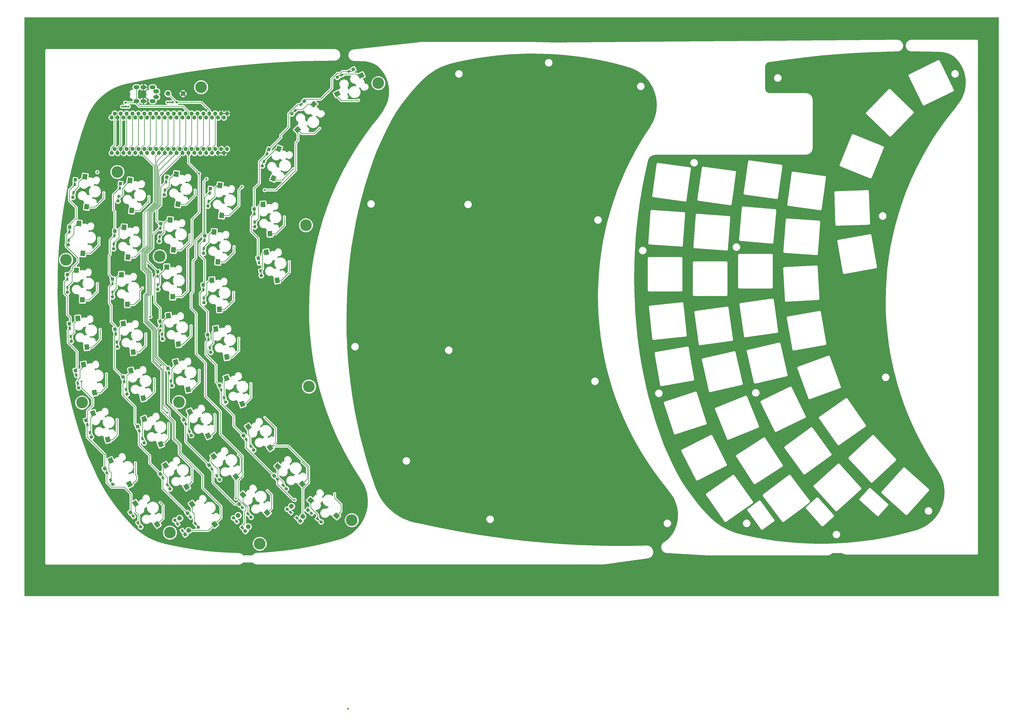
<source format=gbr>
G04 #@! TF.GenerationSoftware,KiCad,Pcbnew,(5.1.5)-3*
G04 #@! TF.CreationDate,2020-03-14T16:45:00+09:00*
G04 #@! TF.ProjectId,fan,66616e2e-6b69-4636-9164-5f7063625858,v1.0*
G04 #@! TF.SameCoordinates,Original*
G04 #@! TF.FileFunction,Copper,L2,Bot*
G04 #@! TF.FilePolarity,Positive*
%FSLAX46Y46*%
G04 Gerber Fmt 4.6, Leading zero omitted, Abs format (unit mm)*
G04 Created by KiCad (PCBNEW (5.1.5)-3) date 2020-03-14 16:45:00*
%MOMM*%
%LPD*%
G04 APERTURE LIST*
%ADD10C,5.000000*%
%ADD11O,2.500000X1.700000*%
%ADD12C,0.100000*%
%ADD13C,1.397000*%
%ADD14C,0.400000*%
%ADD15R,0.950000X1.300000*%
%ADD16R,1.397000X1.397000*%
%ADD17R,2.000000X2.300000*%
%ADD18C,2.000000*%
%ADD19O,1.727200X1.727200*%
%ADD20C,1.727200*%
%ADD21C,0.800000*%
%ADD22C,0.250000*%
%ADD23C,0.500000*%
%ADD24C,0.254000*%
G04 APERTURE END LIST*
D10*
X50489000Y-77071000D03*
D11*
X67185000Y-44828000D03*
X58685000Y-46578000D03*
X67185000Y-42378000D03*
X65685000Y-40628000D03*
X61685000Y-40628000D03*
X67185000Y-42378000D03*
X65685000Y-46578000D03*
X65685000Y-40628000D03*
X58685000Y-40628000D03*
X58685000Y-46578000D03*
X58685000Y-40628000D03*
X67185000Y-44828000D03*
X61685000Y-46578000D03*
X61685000Y-40628000D03*
X65685000Y-46578000D03*
X61685000Y-46578000D03*
G04 #@! TA.AperFunction,SMDPad,CuDef*
D12*
G36*
X108902078Y-94430501D02*
G01*
X109851499Y-94397347D01*
X109896868Y-95696555D01*
X108947447Y-95729709D01*
X108902078Y-94430501D01*
G37*
G04 #@! TD.AperFunction*
G04 #@! TA.AperFunction,ComponentPad*
G36*
X108606000Y-92356070D02*
G01*
X110002149Y-92307315D01*
X110050904Y-93703464D01*
X108654755Y-93752219D01*
X108606000Y-92356070D01*
G37*
G04 #@! TD.AperFunction*
D13*
X109594387Y-100645126D03*
G04 #@! TA.AperFunction,SMDPad,CuDef*
D12*
G36*
X109025971Y-97978338D02*
G01*
X109975392Y-97945184D01*
X110020761Y-99244392D01*
X109071340Y-99277546D01*
X109025971Y-97978338D01*
G37*
G04 #@! TD.AperFunction*
G04 #@! TA.AperFunction,SMDPad,CuDef*
G36*
X115082280Y-102494727D02*
G01*
X117081061Y-102424928D01*
X117161330Y-104723527D01*
X115162549Y-104793326D01*
X115082280Y-102494727D01*
G37*
G04 #@! TD.AperFunction*
G04 #@! TA.AperFunction,SMDPad,CuDef*
G36*
X112100604Y-89891109D02*
G01*
X114099385Y-89821310D01*
X114179654Y-92119909D01*
X112180873Y-92189708D01*
X112100604Y-89891109D01*
G37*
G04 #@! TD.AperFunction*
D14*
X122331540Y-96387011D03*
G04 #@! TA.AperFunction,SMDPad,CuDef*
D12*
G36*
X150478944Y-33102232D02*
G01*
X150895396Y-33956086D01*
X149726964Y-34525968D01*
X149310512Y-33672114D01*
X150478944Y-33102232D01*
G37*
G04 #@! TD.AperFunction*
G04 #@! TA.AperFunction,ComponentPad*
G36*
X152253605Y-31988005D02*
G01*
X152866010Y-33243620D01*
X151610395Y-33856025D01*
X150997990Y-32600410D01*
X152253605Y-31988005D01*
G37*
G04 #@! TD.AperFunction*
D13*
X145083189Y-36262403D03*
G04 #@! TA.AperFunction,SMDPad,CuDef*
D12*
G36*
X147288225Y-34658449D02*
G01*
X147704677Y-35512303D01*
X146536245Y-36082185D01*
X146119793Y-35228331D01*
X147288225Y-34658449D01*
G37*
G04 #@! TD.AperFunction*
G04 #@! TA.AperFunction,SMDPad,CuDef*
G36*
X145625621Y-42028143D02*
G01*
X146502363Y-43825731D01*
X144435137Y-44833985D01*
X143558395Y-43036397D01*
X145625621Y-42028143D01*
G37*
G04 #@! TD.AperFunction*
G04 #@! TA.AperFunction,SMDPad,CuDef*
G36*
X155926843Y-34177893D02*
G01*
X156803585Y-35975481D01*
X154736359Y-36983735D01*
X153859617Y-35186147D01*
X155926843Y-34177893D01*
G37*
G04 #@! TD.AperFunction*
D14*
X154153837Y-46166440D03*
D15*
X28995937Y-123272352D03*
D16*
X28995937Y-121237352D03*
D13*
X28995937Y-128857352D03*
D15*
X28995937Y-126822352D03*
D17*
X35415937Y-132047352D03*
X32875937Y-119347352D03*
D14*
X41873937Y-125046352D03*
G04 #@! TA.AperFunction,SMDPad,CuDef*
D12*
G36*
X114686288Y-68477531D02*
G01*
X115567113Y-68833408D01*
X115080124Y-70038747D01*
X114199299Y-69682870D01*
X114686288Y-68477531D01*
G37*
G04 #@! TD.AperFunction*
G04 #@! TA.AperFunction,ComponentPad*
G36*
X115259555Y-66462019D02*
G01*
X116554831Y-66985345D01*
X116031505Y-68280621D01*
X114736229Y-67757295D01*
X115259555Y-66462019D01*
G37*
G04 #@! TD.AperFunction*
D13*
X112791028Y-74436461D03*
G04 #@! TA.AperFunction,SMDPad,CuDef*
D12*
G36*
X113356435Y-71769034D02*
G01*
X114237260Y-72124911D01*
X113750271Y-73330250D01*
X112869446Y-72974373D01*
X113356435Y-71769034D01*
G37*
G04 #@! TD.AperFunction*
G04 #@! TA.AperFunction,SMDPad,CuDef*
G36*
X117052168Y-78358284D02*
G01*
X118906535Y-79107497D01*
X118044940Y-81240020D01*
X116190573Y-80490807D01*
X117052168Y-78358284D01*
G37*
G04 #@! TD.AperFunction*
G04 #@! TA.AperFunction,SMDPad,CuDef*
G36*
X119454624Y-65631548D02*
G01*
X121308991Y-66380761D01*
X120447396Y-68513284D01*
X118593029Y-67764071D01*
X119454624Y-65631548D01*
G37*
G04 #@! TD.AperFunction*
D14*
X126158928Y-75727147D03*
D15*
X67847930Y-121937349D03*
D16*
X67847930Y-119902349D03*
D13*
X67847930Y-127522349D03*
D15*
X67847930Y-125487349D03*
D17*
X74267930Y-130712349D03*
X71727930Y-118012349D03*
D14*
X80725930Y-123711349D03*
D15*
X48395935Y-125172351D03*
D16*
X48395935Y-123137351D03*
D13*
X48395935Y-130757351D03*
D15*
X48395935Y-128722351D03*
D17*
X54815935Y-133947351D03*
X52275935Y-121247351D03*
D14*
X61273935Y-126946351D03*
G04 #@! TA.AperFunction,SMDPad,CuDef*
D12*
G36*
X68568341Y-100605778D02*
G01*
X69514726Y-100688576D01*
X69401423Y-101983630D01*
X68455038Y-101900832D01*
X68568341Y-100605778D01*
G37*
G04 #@! TD.AperFunction*
G04 #@! TA.AperFunction,ComponentPad*
G36*
X68527280Y-98510728D02*
G01*
X69918964Y-98632484D01*
X69797208Y-100024168D01*
X68405524Y-99902412D01*
X68527280Y-98510728D01*
G37*
G04 #@! TD.AperFunction*
D13*
X68498117Y-106858451D03*
G04 #@! TA.AperFunction,SMDPad,CuDef*
D12*
G36*
X68258938Y-104142269D02*
G01*
X69205323Y-104225067D01*
X69092020Y-105520121D01*
X68145635Y-105437323D01*
X68258938Y-104142269D01*
G37*
G04 #@! TD.AperFunction*
G04 #@! TA.AperFunction,SMDPad,CuDef*
G36*
X73719694Y-109363072D02*
G01*
X75712084Y-109537384D01*
X75511626Y-111828632D01*
X73519236Y-111654320D01*
X73719694Y-109363072D01*
G37*
G04 #@! TD.AperFunction*
G04 #@! TA.AperFunction,SMDPad,CuDef*
G36*
X72296238Y-96490024D02*
G01*
X74288628Y-96664336D01*
X74088170Y-98955584D01*
X72095780Y-98781272D01*
X72296238Y-96490024D01*
G37*
G04 #@! TD.AperFunction*
D14*
X81659263Y-104184345D03*
G04 #@! TA.AperFunction,SMDPad,CuDef*
D12*
G36*
X133136447Y-223780235D02*
G01*
X133772121Y-223074247D01*
X134738209Y-223944117D01*
X134102535Y-224650105D01*
X133136447Y-223780235D01*
G37*
G04 #@! TD.AperFunction*
G04 #@! TA.AperFunction,ComponentPad*
G36*
X131438555Y-222552194D02*
G01*
X132373330Y-221514021D01*
X133411503Y-222448796D01*
X132476728Y-223486969D01*
X131438555Y-222552194D01*
G37*
G04 #@! TD.AperFunction*
D13*
X138087792Y-227599270D03*
G04 #@! TA.AperFunction,SMDPad,CuDef*
D12*
G36*
X135774612Y-226155648D02*
G01*
X136410286Y-225449660D01*
X137376374Y-226319530D01*
X136740700Y-227025518D01*
X135774612Y-226155648D01*
G37*
G04 #@! TD.AperFunction*
G04 #@! TA.AperFunction,SMDPad,CuDef*
G36*
X143230496Y-224936452D02*
G01*
X144568757Y-223450162D01*
X146277990Y-224989162D01*
X144939729Y-226475452D01*
X143230496Y-224936452D01*
G37*
G04 #@! TD.AperFunction*
G04 #@! TA.AperFunction,SMDPad,CuDef*
G36*
X132092965Y-218326081D02*
G01*
X133431226Y-216839791D01*
X135140459Y-218378791D01*
X133802198Y-219865081D01*
X132092965Y-218326081D01*
G37*
G04 #@! TD.AperFunction*
D14*
X143872731Y-215478994D03*
G04 #@! TA.AperFunction,SMDPad,CuDef*
D12*
G36*
X129536739Y-47239062D02*
G01*
X130220111Y-47898988D01*
X129317055Y-48834130D01*
X128633683Y-48174204D01*
X129536739Y-47239062D01*
G37*
G04 #@! TD.AperFunction*
G04 #@! TA.AperFunction,ComponentPad*
G36*
X130823287Y-45585061D02*
G01*
X131828205Y-46555499D01*
X130857767Y-47560417D01*
X129852849Y-46589979D01*
X130823287Y-45585061D01*
G37*
G04 #@! TD.AperFunction*
D13*
X125547230Y-52054108D03*
G04 #@! TA.AperFunction,SMDPad,CuDef*
D12*
G36*
X127070702Y-49792718D02*
G01*
X127754074Y-50452644D01*
X126851018Y-51387786D01*
X126167646Y-50727860D01*
X127070702Y-49792718D01*
G37*
G04 #@! TD.AperFunction*
G04 #@! TA.AperFunction,SMDPad,CuDef*
G36*
X128028949Y-57286610D02*
G01*
X129467629Y-58675927D01*
X127869915Y-60330408D01*
X126431235Y-58941091D01*
X128028949Y-57286610D01*
G37*
G04 #@! TD.AperFunction*
G04 #@! TA.AperFunction,SMDPad,CuDef*
G36*
X135023987Y-46386562D02*
G01*
X136462667Y-47775879D01*
X134864953Y-49430360D01*
X133426273Y-48041043D01*
X135023987Y-46386562D01*
G37*
G04 #@! TD.AperFunction*
D14*
X137458231Y-58258515D03*
G04 #@! TA.AperFunction,SMDPad,CuDef*
D12*
G36*
X29413174Y-102167316D02*
G01*
X30360860Y-102233585D01*
X30270176Y-103530418D01*
X29322490Y-103464149D01*
X29413174Y-102167316D01*
G37*
G04 #@! TD.AperFunction*
G04 #@! TA.AperFunction,ComponentPad*
G36*
X29335556Y-100073301D02*
G01*
X30729153Y-100170750D01*
X30631704Y-101564347D01*
X29238107Y-101466898D01*
X29335556Y-100073301D01*
G37*
G04 #@! TD.AperFunction*
D13*
X29452085Y-108420262D03*
G04 #@! TA.AperFunction,SMDPad,CuDef*
D12*
G36*
X29165539Y-105708668D02*
G01*
X30113225Y-105774937D01*
X30022541Y-107071770D01*
X29074855Y-107005501D01*
X29165539Y-105708668D01*
G37*
G04 #@! TD.AperFunction*
G04 #@! TA.AperFunction,SMDPad,CuDef*
G36*
X34716579Y-110833373D02*
G01*
X36711707Y-110972886D01*
X36551267Y-113267283D01*
X34556139Y-113127770D01*
X34716579Y-110833373D01*
G37*
G04 #@! TD.AperFunction*
G04 #@! TA.AperFunction,SMDPad,CuDef*
G36*
X33068674Y-97987128D02*
G01*
X35063802Y-98126641D01*
X34903362Y-100421038D01*
X32908234Y-100281525D01*
X33068674Y-97987128D01*
G37*
G04 #@! TD.AperFunction*
D14*
X42564557Y-105516869D03*
G04 #@! TA.AperFunction,SMDPad,CuDef*
D12*
G36*
X71050640Y-80627286D02*
G01*
X71991395Y-80759500D01*
X71810470Y-82046848D01*
X70869715Y-81914634D01*
X71050640Y-80627286D01*
G37*
G04 #@! TD.AperFunction*
G04 #@! TA.AperFunction,ComponentPad*
G36*
X71119282Y-78532957D02*
G01*
X72502687Y-78727382D01*
X72308262Y-80110787D01*
X70924857Y-79916362D01*
X71119282Y-78532957D01*
G37*
G04 #@! TD.AperFunction*
D13*
X70653273Y-86867714D03*
G04 #@! TA.AperFunction,SMDPad,CuDef*
D12*
G36*
X70556575Y-84142738D02*
G01*
X71497330Y-84274952D01*
X71316405Y-85562300D01*
X70375650Y-85430086D01*
X70556575Y-84142738D01*
G37*
G04 #@! TD.AperFunction*
G04 #@! TA.AperFunction,SMDPad,CuDef*
G36*
X75736613Y-89642180D02*
G01*
X77717149Y-89920526D01*
X77397051Y-92198142D01*
X75416515Y-91919796D01*
X75736613Y-89642180D01*
G37*
G04 #@! TD.AperFunction*
G04 #@! TA.AperFunction,SMDPad,CuDef*
G36*
X74988830Y-76712276D02*
G01*
X76969366Y-76990622D01*
X76649268Y-79268238D01*
X74668732Y-78989892D01*
X74988830Y-76712276D01*
G37*
G04 #@! TD.AperFunction*
D14*
X83936334Y-84886074D03*
G04 #@! TA.AperFunction,SMDPad,CuDef*
D12*
G36*
X89831643Y-85467286D02*
G01*
X90772398Y-85599500D01*
X90591473Y-86886848D01*
X89650718Y-86754634D01*
X89831643Y-85467286D01*
G37*
G04 #@! TD.AperFunction*
G04 #@! TA.AperFunction,ComponentPad*
G36*
X89900285Y-83372957D02*
G01*
X91283690Y-83567382D01*
X91089265Y-84950787D01*
X89705860Y-84756362D01*
X89900285Y-83372957D01*
G37*
G04 #@! TD.AperFunction*
D13*
X89434276Y-91707714D03*
G04 #@! TA.AperFunction,SMDPad,CuDef*
D12*
G36*
X89337578Y-88982738D02*
G01*
X90278333Y-89114952D01*
X90097408Y-90402300D01*
X89156653Y-90270086D01*
X89337578Y-88982738D01*
G37*
G04 #@! TD.AperFunction*
G04 #@! TA.AperFunction,SMDPad,CuDef*
G36*
X94517616Y-94482180D02*
G01*
X96498152Y-94760526D01*
X96178054Y-97038142D01*
X94197518Y-96759796D01*
X94517616Y-94482180D01*
G37*
G04 #@! TD.AperFunction*
G04 #@! TA.AperFunction,SMDPad,CuDef*
G36*
X93769833Y-81552276D02*
G01*
X95750369Y-81830622D01*
X95430271Y-84108238D01*
X93449735Y-83829892D01*
X93769833Y-81552276D01*
G37*
G04 #@! TD.AperFunction*
D14*
X102717337Y-89726074D03*
G04 #@! TA.AperFunction,SMDPad,CuDef*
D12*
G36*
X51150639Y-83327287D02*
G01*
X52091394Y-83459501D01*
X51910469Y-84746849D01*
X50969714Y-84614635D01*
X51150639Y-83327287D01*
G37*
G04 #@! TD.AperFunction*
G04 #@! TA.AperFunction,ComponentPad*
G36*
X51219281Y-81232958D02*
G01*
X52602686Y-81427383D01*
X52408261Y-82810788D01*
X51024856Y-82616363D01*
X51219281Y-81232958D01*
G37*
G04 #@! TD.AperFunction*
D13*
X50753272Y-89567715D03*
G04 #@! TA.AperFunction,SMDPad,CuDef*
D12*
G36*
X50656574Y-86842739D02*
G01*
X51597329Y-86974953D01*
X51416404Y-88262301D01*
X50475649Y-88130087D01*
X50656574Y-86842739D01*
G37*
G04 #@! TD.AperFunction*
G04 #@! TA.AperFunction,SMDPad,CuDef*
G36*
X55836612Y-92342181D02*
G01*
X57817148Y-92620527D01*
X57497050Y-94898143D01*
X55516514Y-94619797D01*
X55836612Y-92342181D01*
G37*
G04 #@! TD.AperFunction*
G04 #@! TA.AperFunction,SMDPad,CuDef*
G36*
X55088829Y-79412277D02*
G01*
X57069365Y-79690623D01*
X56749267Y-81968239D01*
X54768731Y-81689893D01*
X55088829Y-79412277D01*
G37*
G04 #@! TD.AperFunction*
D14*
X64036333Y-87586075D03*
G04 #@! TA.AperFunction,SMDPad,CuDef*
D12*
G36*
X36935308Y-185368976D02*
G01*
X37838812Y-185075410D01*
X38240534Y-186311784D01*
X37337030Y-186605350D01*
X36935308Y-185368976D01*
G37*
G04 #@! TD.AperFunction*
G04 #@! TA.AperFunction,ComponentPad*
G36*
X36078911Y-183456515D02*
G01*
X37407537Y-183024819D01*
X37839233Y-184353445D01*
X36510607Y-184785141D01*
X36078911Y-183456515D01*
G37*
G04 #@! TD.AperFunction*
D13*
X39313781Y-191152030D03*
G04 #@! TA.AperFunction,SMDPad,CuDef*
D12*
G36*
X38032319Y-188745226D02*
G01*
X38935823Y-188451660D01*
X39337545Y-189688034D01*
X38434041Y-189981600D01*
X38032319Y-188745226D01*
G37*
G04 #@! TD.AperFunction*
G04 #@! TA.AperFunction,SMDPad,CuDef*
G36*
X45098902Y-191417313D02*
G01*
X47001015Y-190799279D01*
X47711754Y-192986709D01*
X45809641Y-193604743D01*
X45098902Y-191417313D01*
G37*
G04 #@! TD.AperFunction*
G04 #@! TA.AperFunction,SMDPad,CuDef*
G36*
X38758703Y-180123799D02*
G01*
X40660816Y-179505765D01*
X41371555Y-181693195D01*
X39469442Y-182311229D01*
X38758703Y-180123799D01*
G37*
G04 #@! TD.AperFunction*
D14*
X50383823Y-183548033D03*
G04 #@! TA.AperFunction,SMDPad,CuDef*
D12*
G36*
X118549210Y-209133816D02*
G01*
X119243996Y-208485918D01*
X120130594Y-209436678D01*
X119435808Y-210084576D01*
X118549210Y-209133816D01*
G37*
G04 #@! TD.AperFunction*
G04 #@! TA.AperFunction,ComponentPad*
G36*
X116964809Y-207762468D02*
G01*
X117986510Y-206809717D01*
X118939261Y-207831418D01*
X117917560Y-208784169D01*
X116964809Y-207762468D01*
G37*
G04 #@! TD.AperFunction*
D13*
X123148862Y-213369858D03*
G04 #@! TA.AperFunction,SMDPad,CuDef*
D12*
G36*
X120970304Y-211730122D02*
G01*
X121665090Y-211082224D01*
X122551688Y-212032984D01*
X121856902Y-212680882D01*
X120970304Y-211730122D01*
G37*
G04 #@! TD.AperFunction*
G04 #@! TA.AperFunction,SMDPad,CuDef*
G36*
X128504076Y-211165389D02*
G01*
X129966784Y-209801392D01*
X131535380Y-211483505D01*
X130072672Y-212847502D01*
X128504076Y-211165389D01*
G37*
G04 #@! TD.AperFunction*
G04 #@! TA.AperFunction,SMDPad,CuDef*
G36*
X117985058Y-203609473D02*
G01*
X119447766Y-202245476D01*
X121016362Y-203927589D01*
X119553654Y-205291586D01*
X117985058Y-203609473D01*
G37*
G04 #@! TD.AperFunction*
D14*
X129968140Y-201799894D03*
G04 #@! TA.AperFunction,SMDPad,CuDef*
D12*
G36*
X105131545Y-191901545D02*
G01*
X105909740Y-191356647D01*
X106655389Y-192421545D01*
X105877194Y-192966443D01*
X105131545Y-191901545D01*
G37*
G04 #@! TD.AperFunction*
G04 #@! TA.AperFunction,ComponentPad*
G36*
X103753418Y-190323036D02*
G01*
X104897774Y-189521750D01*
X105699060Y-190666106D01*
X104554704Y-191467392D01*
X103753418Y-190323036D01*
G37*
G04 #@! TD.AperFunction*
D13*
X109096892Y-196736509D03*
G04 #@! TA.AperFunction,SMDPad,CuDef*
D12*
G36*
X107167742Y-194809535D02*
G01*
X107945937Y-194264637D01*
X108691586Y-195329535D01*
X107913391Y-195874433D01*
X107167742Y-194809535D01*
G37*
G04 #@! TD.AperFunction*
G04 #@! TA.AperFunction,SMDPad,CuDef*
G36*
X114706792Y-195298796D02*
G01*
X116345096Y-194151643D01*
X117664322Y-196035692D01*
X116026018Y-197182845D01*
X114706792Y-195298796D01*
G37*
G04 #@! TD.AperFunction*
G04 #@! TA.AperFunction,SMDPad,CuDef*
G36*
X105341725Y-186352449D02*
G01*
X106980029Y-185205296D01*
X108299255Y-187089345D01*
X106660951Y-188236498D01*
X105341725Y-186352449D01*
G37*
G04 #@! TD.AperFunction*
D14*
X117460032Y-186228203D03*
G04 #@! TA.AperFunction,SMDPad,CuDef*
D12*
G36*
X68586653Y-142761616D02*
G01*
X69527408Y-142629402D01*
X69708333Y-143916750D01*
X68767578Y-144048964D01*
X68586653Y-142761616D01*
G37*
G04 #@! TD.AperFunction*
G04 #@! TA.AperFunction,ComponentPad*
G36*
X68075361Y-140729498D02*
G01*
X69458766Y-140535073D01*
X69653191Y-141918478D01*
X68269786Y-142112903D01*
X68075361Y-140729498D01*
G37*
G04 #@! TD.AperFunction*
D13*
X69924775Y-148869830D03*
G04 #@! TA.AperFunction,SMDPad,CuDef*
D12*
G36*
X69080718Y-146277068D02*
G01*
X70021473Y-146144854D01*
X70202398Y-147432202D01*
X69261643Y-147564416D01*
X69080718Y-146277068D01*
G37*
G04 #@! TD.AperFunction*
G04 #@! TA.AperFunction,SMDPad,CuDef*
G36*
X75575941Y-150135659D02*
G01*
X77556477Y-149857313D01*
X77876575Y-152134929D01*
X75896039Y-152413275D01*
X75575941Y-150135659D01*
G37*
G04 #@! TD.AperFunction*
G04 #@! TA.AperFunction,SMDPad,CuDef*
G36*
X71293162Y-137912754D02*
G01*
X73273698Y-137634408D01*
X73593796Y-139912024D01*
X71613260Y-140190370D01*
X71293162Y-137912754D01*
G37*
G04 #@! TD.AperFunction*
D14*
X82147058Y-143303647D03*
G04 #@! TA.AperFunction,SMDPad,CuDef*
D12*
G36*
X79191815Y-185085342D02*
G01*
X80045669Y-184668890D01*
X80615551Y-185837322D01*
X79761697Y-186253774D01*
X79191815Y-185085342D01*
G37*
G04 #@! TD.AperFunction*
G04 #@! TA.AperFunction,ComponentPad*
G36*
X78077588Y-183310681D02*
G01*
X79333203Y-182698276D01*
X79945608Y-183953891D01*
X78689993Y-184566296D01*
X78077588Y-183310681D01*
G37*
G04 #@! TD.AperFunction*
D13*
X82351986Y-190481097D03*
G04 #@! TA.AperFunction,SMDPad,CuDef*
D12*
G36*
X80748032Y-188276061D02*
G01*
X81601886Y-187859609D01*
X82171768Y-189028041D01*
X81317914Y-189444493D01*
X80748032Y-188276061D01*
G37*
G04 #@! TD.AperFunction*
G04 #@! TA.AperFunction,SMDPad,CuDef*
G36*
X88117726Y-189938665D02*
G01*
X89915314Y-189061923D01*
X90923568Y-191129149D01*
X89125980Y-192005891D01*
X88117726Y-189938665D01*
G37*
G04 #@! TD.AperFunction*
G04 #@! TA.AperFunction,SMDPad,CuDef*
G36*
X80267476Y-179637443D02*
G01*
X82065064Y-178760701D01*
X83073318Y-180827927D01*
X81275730Y-181704669D01*
X80267476Y-179637443D01*
G37*
G04 #@! TD.AperFunction*
D14*
X92256023Y-181410449D03*
G04 #@! TA.AperFunction,SMDPad,CuDef*
D12*
G36*
X45252724Y-206088220D02*
G01*
X46099180Y-205656929D01*
X46689368Y-206815238D01*
X45842912Y-207246529D01*
X45252724Y-206088220D01*
G37*
G04 #@! TD.AperFunction*
G04 #@! TA.AperFunction,ComponentPad*
G36*
X44107695Y-204333275D02*
G01*
X45352431Y-203699051D01*
X45986655Y-204943787D01*
X44741919Y-205578011D01*
X44107695Y-204333275D01*
G37*
G04 #@! TD.AperFunction*
D13*
X48506583Y-211428000D03*
G04 #@! TA.AperFunction,SMDPad,CuDef*
D12*
G36*
X46864390Y-209251293D02*
G01*
X47710846Y-208820002D01*
X48301034Y-209978311D01*
X47454578Y-210409602D01*
X46864390Y-209251293D01*
G37*
G04 #@! TD.AperFunction*
G04 #@! TA.AperFunction,SMDPad,CuDef*
G36*
X54261979Y-210785025D02*
G01*
X56043992Y-209877044D01*
X57088171Y-211926359D01*
X55306158Y-212834340D01*
X54261979Y-210785025D01*
G37*
G04 #@! TD.AperFunction*
G04 #@! TA.AperFunction,SMDPad,CuDef*
G36*
X46233143Y-200622378D02*
G01*
X48015156Y-199714397D01*
X49059335Y-201763712D01*
X47277322Y-202671693D01*
X46233143Y-200622378D01*
G37*
G04 #@! TD.AperFunction*
D14*
X58250807Y-202185885D03*
G04 #@! TA.AperFunction,SMDPad,CuDef*
D12*
G36*
X72117275Y-163031915D02*
G01*
X73042927Y-162818212D01*
X73335363Y-164084893D01*
X72409711Y-164298596D01*
X72117275Y-163031915D01*
G37*
G04 #@! TD.AperFunction*
G04 #@! TA.AperFunction,ComponentPad*
G36*
X71430818Y-161052092D02*
G01*
X72792013Y-160737835D01*
X73106270Y-162099030D01*
X71745075Y-162413287D01*
X71430818Y-161052092D01*
G37*
G04 #@! TD.AperFunction*
D13*
X73982671Y-169000260D03*
G04 #@! TA.AperFunction,SMDPad,CuDef*
D12*
G36*
X72915852Y-166490928D02*
G01*
X73841504Y-166277225D01*
X74133940Y-167543906D01*
X73208288Y-167757609D01*
X72915852Y-166490928D01*
G37*
G04 #@! TD.AperFunction*
G04 #@! TA.AperFunction,SMDPad,CuDef*
G36*
X79722657Y-169768740D02*
G01*
X81671397Y-169318838D01*
X82188785Y-171559890D01*
X80240045Y-172009792D01*
X79722657Y-169768740D01*
G37*
G04 #@! TD.AperFunction*
G04 #@! TA.AperFunction,SMDPad,CuDef*
G36*
X74390878Y-157965616D02*
G01*
X76339618Y-157515714D01*
X76857006Y-159756766D01*
X74908266Y-160206668D01*
X74390878Y-157965616D01*
G37*
G04 #@! TD.AperFunction*
D14*
X85673320Y-162390016D03*
G04 #@! TA.AperFunction,SMDPad,CuDef*
D12*
G36*
X69309781Y-208421030D02*
G01*
X70106518Y-207903623D01*
X70814549Y-208993894D01*
X70017812Y-209511301D01*
X69309781Y-208421030D01*
G37*
G04 #@! TD.AperFunction*
G04 #@! TA.AperFunction,ComponentPad*
G36*
X67987582Y-206795386D02*
G01*
X69159205Y-206034525D01*
X69920066Y-207206148D01*
X68748443Y-207967009D01*
X67987582Y-206795386D01*
G37*
G04 #@! TD.AperFunction*
D13*
X73103974Y-213391437D03*
G04 #@! TA.AperFunction,SMDPad,CuDef*
D12*
G36*
X71243249Y-211398311D02*
G01*
X72039986Y-210880904D01*
X72748017Y-211971175D01*
X71951280Y-212488582D01*
X71243249Y-211398311D01*
G37*
G04 #@! TD.AperFunction*
G04 #@! TA.AperFunction,SMDPad,CuDef*
G36*
X78760632Y-212150382D02*
G01*
X80437973Y-211061104D01*
X81690642Y-212990046D01*
X80013301Y-214079324D01*
X78760632Y-212150382D01*
G37*
G04 #@! TD.AperFunction*
G04 #@! TA.AperFunction,SMDPad,CuDef*
G36*
X69713493Y-202882649D02*
G01*
X71390834Y-201793371D01*
X72643503Y-203722313D01*
X70966162Y-204811591D01*
X69713493Y-202882649D01*
G37*
G04 #@! TD.AperFunction*
D14*
X81828754Y-203181402D03*
G04 #@! TA.AperFunction,SMDPad,CuDef*
D12*
G36*
X103448995Y-221272236D02*
G01*
X104154983Y-220636562D01*
X105024853Y-221602650D01*
X104318865Y-222238324D01*
X103448995Y-221272236D01*
G37*
G04 #@! TD.AperFunction*
G04 #@! TA.AperFunction,ComponentPad*
G36*
X101888769Y-219873445D02*
G01*
X102926942Y-218938670D01*
X103861717Y-219976843D01*
X102823544Y-220911618D01*
X101888769Y-219873445D01*
G37*
G04 #@! TD.AperFunction*
D13*
X107974018Y-225587907D03*
G04 #@! TA.AperFunction,SMDPad,CuDef*
D12*
G36*
X105824408Y-223910401D02*
G01*
X106530396Y-223274727D01*
X107400266Y-224240815D01*
X106694278Y-224876489D01*
X105824408Y-223910401D01*
G37*
G04 #@! TD.AperFunction*
G04 #@! TA.AperFunction,SMDPad,CuDef*
G36*
X113366890Y-223477235D02*
G01*
X114853180Y-222138974D01*
X116392180Y-223848207D01*
X114905890Y-225186468D01*
X113366890Y-223477235D01*
G37*
G04 #@! TD.AperFunction*
G04 #@! TA.AperFunction,SMDPad,CuDef*
G36*
X102981343Y-215738887D02*
G01*
X104467633Y-214400626D01*
X106006633Y-216109859D01*
X104520343Y-217448120D01*
X102981343Y-215738887D01*
G37*
G04 #@! TD.AperFunction*
D14*
X114994181Y-214138718D03*
G04 #@! TA.AperFunction,SMDPad,CuDef*
D12*
G36*
X49175649Y-146164616D02*
G01*
X50116404Y-146032402D01*
X50297329Y-147319750D01*
X49356574Y-147451964D01*
X49175649Y-146164616D01*
G37*
G04 #@! TD.AperFunction*
G04 #@! TA.AperFunction,ComponentPad*
G36*
X48664357Y-144132498D02*
G01*
X50047762Y-143938073D01*
X50242187Y-145321478D01*
X48858782Y-145515903D01*
X48664357Y-144132498D01*
G37*
G04 #@! TD.AperFunction*
D13*
X50513771Y-152272830D03*
G04 #@! TA.AperFunction,SMDPad,CuDef*
D12*
G36*
X49669714Y-149680068D02*
G01*
X50610469Y-149547854D01*
X50791394Y-150835202D01*
X49850639Y-150967416D01*
X49669714Y-149680068D01*
G37*
G04 #@! TD.AperFunction*
G04 #@! TA.AperFunction,SMDPad,CuDef*
G36*
X56164937Y-153538659D02*
G01*
X58145473Y-153260313D01*
X58465571Y-155537929D01*
X56485035Y-155816275D01*
X56164937Y-153538659D01*
G37*
G04 #@! TD.AperFunction*
G04 #@! TA.AperFunction,SMDPad,CuDef*
G36*
X51882158Y-141315754D02*
G01*
X53862694Y-141037408D01*
X54182792Y-143315024D01*
X52202256Y-143593370D01*
X51882158Y-141315754D01*
G37*
G04 #@! TD.AperFunction*
D14*
X62736054Y-146706647D03*
G04 #@! TA.AperFunction,SMDPad,CuDef*
D12*
G36*
X59233449Y-188039330D02*
G01*
X60114274Y-187683453D01*
X60601263Y-188888792D01*
X59720438Y-189244669D01*
X59233449Y-188039330D01*
G37*
G04 #@! TD.AperFunction*
G04 #@! TA.AperFunction,ComponentPad*
G36*
X58245730Y-186191267D02*
G01*
X59541006Y-185667941D01*
X60064332Y-186963217D01*
X58769056Y-187486543D01*
X58245730Y-186191267D01*
G37*
G04 #@! TD.AperFunction*
D13*
X62009533Y-193642383D03*
G04 #@! TA.AperFunction,SMDPad,CuDef*
D12*
G36*
X60563302Y-191330833D02*
G01*
X61444127Y-190974956D01*
X61931116Y-192180295D01*
X61050291Y-192536172D01*
X60563302Y-191330833D01*
G37*
G04 #@! TD.AperFunction*
G04 #@! TA.AperFunction,SMDPad,CuDef*
G36*
X67799068Y-193503470D02*
G01*
X69653435Y-192754257D01*
X70515030Y-194886780D01*
X68660663Y-195635993D01*
X67799068Y-193503470D01*
G37*
G04 #@! TD.AperFunction*
G04 #@! TA.AperFunction,SMDPad,CuDef*
G36*
X60686517Y-182679736D02*
G01*
X62540884Y-181930523D01*
X63402479Y-184063046D01*
X61548112Y-184812259D01*
X60686517Y-182679736D01*
G37*
G04 #@! TD.AperFunction*
D14*
X72522181Y-185284701D03*
G04 #@! TA.AperFunction,SMDPad,CuDef*
D12*
G36*
X81134461Y-225239858D02*
G01*
X81893165Y-224668134D01*
X82675525Y-225706360D01*
X81916821Y-226278084D01*
X81134461Y-225239858D01*
G37*
G04 #@! TD.AperFunction*
G04 #@! TA.AperFunction,ComponentPad*
G36*
X79702084Y-223710407D02*
G01*
X80817778Y-222869671D01*
X81658514Y-223985365D01*
X80542820Y-224826101D01*
X79702084Y-223710407D01*
G37*
G04 #@! TD.AperFunction*
D13*
X85266130Y-229933489D03*
G04 #@! TA.AperFunction,SMDPad,CuDef*
D12*
G36*
X83270904Y-228075014D02*
G01*
X84029608Y-227503290D01*
X84811968Y-228541516D01*
X84053264Y-229113240D01*
X83270904Y-228075014D01*
G37*
G04 #@! TD.AperFunction*
G04 #@! TA.AperFunction,SMDPad,CuDef*
G36*
X90822437Y-228300867D02*
G01*
X92419708Y-227097237D01*
X93803883Y-228934099D01*
X92206612Y-230137729D01*
X90822437Y-228300867D01*
G37*
G04 #@! TD.AperFunction*
G04 #@! TA.AperFunction,SMDPad,CuDef*
G36*
X81150852Y-219686807D02*
G01*
X82748123Y-218483177D01*
X84132298Y-220320039D01*
X82535027Y-221523669D01*
X81150852Y-219686807D01*
G37*
G04 #@! TD.AperFunction*
D14*
X93257441Y-219139715D03*
G04 #@! TA.AperFunction,SMDPad,CuDef*
D12*
G36*
X94484042Y-170357853D02*
G01*
X95376750Y-170032934D01*
X95821376Y-171254535D01*
X94928668Y-171579454D01*
X94484042Y-170357853D01*
G37*
G04 #@! TD.AperFunction*
G04 #@! TA.AperFunction,ComponentPad*
G36*
X93561422Y-168476445D02*
G01*
X94874172Y-167998643D01*
X95351974Y-169311393D01*
X94039224Y-169789195D01*
X93561422Y-168476445D01*
G37*
G04 #@! TD.AperFunction*
D13*
X97062891Y-176054377D03*
G04 #@! TA.AperFunction,SMDPad,CuDef*
D12*
G36*
X95698213Y-173693762D02*
G01*
X96590921Y-173368843D01*
X97035547Y-174590444D01*
X96142839Y-174915363D01*
X95698213Y-173693762D01*
G37*
G04 #@! TD.AperFunction*
G04 #@! TA.AperFunction,SMDPad,CuDef*
G36*
X102853746Y-176117601D02*
G01*
X104733131Y-175433560D01*
X105519778Y-177594853D01*
X103640393Y-178278894D01*
X102853746Y-176117601D01*
G37*
G04 #@! TD.AperFunction*
G04 #@! TA.AperFunction,SMDPad,CuDef*
G36*
X96123271Y-165052236D02*
G01*
X98002656Y-164368195D01*
X98789303Y-166529488D01*
X96909918Y-167213529D01*
X96123271Y-165052236D01*
G37*
G04 #@! TD.AperFunction*
D14*
X107860814Y-168068673D03*
G04 #@! TA.AperFunction,SMDPad,CuDef*
D12*
G36*
X32243786Y-163904510D02*
G01*
X33179353Y-163739544D01*
X33405096Y-165019794D01*
X32469529Y-165184760D01*
X32243786Y-163904510D01*
G37*
G04 #@! TD.AperFunction*
G04 #@! TA.AperFunction,ComponentPad*
G36*
X31661886Y-161891473D02*
G01*
X33037662Y-161648887D01*
X33280248Y-163024663D01*
X31904472Y-163267249D01*
X31661886Y-161891473D01*
G37*
G04 #@! TD.AperFunction*
D13*
X33794266Y-169962303D03*
G04 #@! TA.AperFunction,SMDPad,CuDef*
D12*
G36*
X32860237Y-167400577D02*
G01*
X33795804Y-167235611D01*
X34021547Y-168515861D01*
X33085980Y-168680827D01*
X32860237Y-167400577D01*
G37*
G04 #@! TD.AperFunction*
G04 #@! TA.AperFunction,SMDPad,CuDef*
G36*
X39486166Y-171030138D02*
G01*
X41455781Y-170682842D01*
X41855172Y-172947900D01*
X39885557Y-173295196D01*
X39486166Y-171030138D01*
G37*
G04 #@! TD.AperFunction*
G04 #@! TA.AperFunction,SMDPad,CuDef*
G36*
X34779423Y-158964145D02*
G01*
X36749038Y-158616849D01*
X37148429Y-160881907D01*
X35178814Y-161229203D01*
X34779423Y-158964145D01*
G37*
G04 #@! TD.AperFunction*
D14*
X45814847Y-163972960D03*
G04 #@! TA.AperFunction,SMDPad,CuDef*
D12*
G36*
X56543548Y-224895544D02*
G01*
X57321743Y-224350646D01*
X58067392Y-225415544D01*
X57289197Y-225960442D01*
X56543548Y-224895544D01*
G37*
G04 #@! TD.AperFunction*
G04 #@! TA.AperFunction,ComponentPad*
G36*
X55165421Y-223317035D02*
G01*
X56309777Y-222515749D01*
X57111063Y-223660105D01*
X55966707Y-224461391D01*
X55165421Y-223317035D01*
G37*
G04 #@! TD.AperFunction*
D13*
X60508895Y-229730508D03*
G04 #@! TA.AperFunction,SMDPad,CuDef*
D12*
G36*
X58579745Y-227803534D02*
G01*
X59357940Y-227258636D01*
X60103589Y-228323534D01*
X59325394Y-228868432D01*
X58579745Y-227803534D01*
G37*
G04 #@! TD.AperFunction*
G04 #@! TA.AperFunction,SMDPad,CuDef*
G36*
X66118795Y-228292795D02*
G01*
X67757099Y-227145642D01*
X69076325Y-229029691D01*
X67438021Y-230176844D01*
X66118795Y-228292795D01*
G37*
G04 #@! TD.AperFunction*
G04 #@! TA.AperFunction,SMDPad,CuDef*
G36*
X56753728Y-219346448D02*
G01*
X58392032Y-218199295D01*
X59711258Y-220083344D01*
X58072954Y-221230497D01*
X56753728Y-219346448D01*
G37*
G04 #@! TD.AperFunction*
D14*
X68872035Y-219222202D03*
G04 #@! TA.AperFunction,SMDPad,CuDef*
D12*
G36*
X52818271Y-166715916D02*
G01*
X53743923Y-166502213D01*
X54036359Y-167768894D01*
X53110707Y-167982597D01*
X52818271Y-166715916D01*
G37*
G04 #@! TD.AperFunction*
G04 #@! TA.AperFunction,ComponentPad*
G36*
X52131814Y-164736093D02*
G01*
X53493009Y-164421836D01*
X53807266Y-165783031D01*
X52446071Y-166097288D01*
X52131814Y-164736093D01*
G37*
G04 #@! TD.AperFunction*
D13*
X54683667Y-172684261D03*
G04 #@! TA.AperFunction,SMDPad,CuDef*
D12*
G36*
X53616848Y-170174929D02*
G01*
X54542500Y-169961226D01*
X54834936Y-171227907D01*
X53909284Y-171441610D01*
X53616848Y-170174929D01*
G37*
G04 #@! TD.AperFunction*
G04 #@! TA.AperFunction,SMDPad,CuDef*
G36*
X60423653Y-173452741D02*
G01*
X62372393Y-173002839D01*
X62889781Y-175243891D01*
X60941041Y-175693793D01*
X60423653Y-173452741D01*
G37*
G04 #@! TD.AperFunction*
G04 #@! TA.AperFunction,SMDPad,CuDef*
G36*
X55091874Y-161649617D02*
G01*
X57040614Y-161199715D01*
X57558002Y-163440767D01*
X55609262Y-163890669D01*
X55091874Y-161649617D01*
G37*
G04 #@! TD.AperFunction*
D14*
X66374316Y-166074017D03*
G04 #@! TA.AperFunction,SMDPad,CuDef*
D12*
G36*
X29519362Y-143757045D02*
G01*
X30464157Y-143657743D01*
X30600044Y-144950621D01*
X29655249Y-145049923D01*
X29519362Y-143757045D01*
G37*
G04 #@! TD.AperFunction*
G04 #@! TA.AperFunction,ComponentPad*
G36*
X29079300Y-141708321D02*
G01*
X30468647Y-141562294D01*
X30614674Y-142951641D01*
X29225327Y-143097668D01*
X29079300Y-141708321D01*
G37*
G04 #@! TD.AperFunction*
D13*
X30643494Y-149908238D03*
G04 #@! TA.AperFunction,SMDPad,CuDef*
D12*
G36*
X29890438Y-147287598D02*
G01*
X30835233Y-147188296D01*
X30971120Y-148481174D01*
X30026325Y-148580476D01*
X29890438Y-147287598D01*
G37*
G04 #@! TD.AperFunction*
G04 #@! TA.AperFunction,SMDPad,CuDef*
G36*
X36247041Y-151370518D02*
G01*
X38236085Y-151161461D01*
X38476501Y-153448862D01*
X36487457Y-153657919D01*
X36247041Y-151370518D01*
G37*
G04 #@! TD.AperFunction*
G04 #@! TA.AperFunction,SMDPad,CuDef*
G36*
X32393444Y-139005592D02*
G01*
X34382488Y-138796535D01*
X34622904Y-141083936D01*
X32633860Y-141292993D01*
X32393444Y-139005592D01*
G37*
G04 #@! TD.AperFunction*
D14*
X43052589Y-144771997D03*
G04 #@! TA.AperFunction,SMDPad,CuDef*
D12*
G36*
X89104787Y-148571510D02*
G01*
X90040354Y-148406544D01*
X90266097Y-149686794D01*
X89330530Y-149851760D01*
X89104787Y-148571510D01*
G37*
G04 #@! TD.AperFunction*
G04 #@! TA.AperFunction,ComponentPad*
G36*
X88522887Y-146558473D02*
G01*
X89898663Y-146315887D01*
X90141249Y-147691663D01*
X88765473Y-147934249D01*
X88522887Y-146558473D01*
G37*
G04 #@! TD.AperFunction*
D13*
X90655267Y-154629303D03*
G04 #@! TA.AperFunction,SMDPad,CuDef*
D12*
G36*
X89721238Y-152067577D02*
G01*
X90656805Y-151902611D01*
X90882548Y-153182861D01*
X89946981Y-153347827D01*
X89721238Y-152067577D01*
G37*
G04 #@! TD.AperFunction*
G04 #@! TA.AperFunction,SMDPad,CuDef*
G36*
X96347167Y-155697138D02*
G01*
X98316782Y-155349842D01*
X98716173Y-157614900D01*
X96746558Y-157962196D01*
X96347167Y-155697138D01*
G37*
G04 #@! TD.AperFunction*
G04 #@! TA.AperFunction,SMDPad,CuDef*
G36*
X91640424Y-143631145D02*
G01*
X93610039Y-143283849D01*
X94009430Y-145548907D01*
X92039815Y-145896203D01*
X91640424Y-143631145D01*
G37*
G04 #@! TD.AperFunction*
D14*
X102675848Y-148639960D03*
G04 #@! TA.AperFunction,SMDPad,CuDef*
D12*
G36*
X87506175Y-105832316D02*
G01*
X88453861Y-105898585D01*
X88363177Y-107195418D01*
X87415491Y-107129149D01*
X87506175Y-105832316D01*
G37*
G04 #@! TD.AperFunction*
G04 #@! TA.AperFunction,ComponentPad*
G36*
X87428557Y-103738301D02*
G01*
X88822154Y-103835750D01*
X88724705Y-105229347D01*
X87331108Y-105131898D01*
X87428557Y-103738301D01*
G37*
G04 #@! TD.AperFunction*
D13*
X87545086Y-112085262D03*
G04 #@! TA.AperFunction,SMDPad,CuDef*
D12*
G36*
X87258540Y-109373668D02*
G01*
X88206226Y-109439937D01*
X88115542Y-110736770D01*
X87167856Y-110670501D01*
X87258540Y-109373668D01*
G37*
G04 #@! TD.AperFunction*
G04 #@! TA.AperFunction,SMDPad,CuDef*
G36*
X92809580Y-114498373D02*
G01*
X94804708Y-114637886D01*
X94644268Y-116932283D01*
X92649140Y-116792770D01*
X92809580Y-114498373D01*
G37*
G04 #@! TD.AperFunction*
G04 #@! TA.AperFunction,SMDPad,CuDef*
G36*
X91161675Y-101652128D02*
G01*
X93156803Y-101791641D01*
X92996363Y-104086038D01*
X91001235Y-103946525D01*
X91161675Y-101652128D01*
G37*
G04 #@! TD.AperFunction*
D14*
X100657558Y-109181869D03*
G04 #@! TA.AperFunction,SMDPad,CuDef*
D12*
G36*
X90362115Y-204615749D02*
G01*
X91130681Y-204057353D01*
X91894801Y-205109075D01*
X91126235Y-205667471D01*
X90362115Y-204615749D01*
G37*
G04 #@! TD.AperFunction*
G04 #@! TA.AperFunction,ComponentPad*
G36*
X88956649Y-203061533D02*
G01*
X90086845Y-202240397D01*
X90907981Y-203370593D01*
X89777785Y-204191729D01*
X88956649Y-203061533D01*
G37*
G04 #@! TD.AperFunction*
D13*
X94411239Y-209380772D03*
G04 #@! TA.AperFunction,SMDPad,CuDef*
D12*
G36*
X92448753Y-207487759D02*
G01*
X93217319Y-206929363D01*
X93981439Y-207981085D01*
X93212873Y-208539481D01*
X92448753Y-207487759D01*
G37*
G04 #@! TD.AperFunction*
G04 #@! TA.AperFunction,SMDPad,CuDef*
G36*
X99995193Y-207845371D02*
G01*
X101613227Y-206669800D01*
X102965133Y-208530539D01*
X101347099Y-209706110D01*
X99995193Y-207845371D01*
G37*
G04 #@! TD.AperFunction*
G04 #@! TA.AperFunction,SMDPad,CuDef*
G36*
X90475417Y-199063830D02*
G01*
X92093451Y-197888259D01*
X93445357Y-199748998D01*
X91827323Y-200924569D01*
X90475417Y-199063830D01*
G37*
G04 #@! TD.AperFunction*
D14*
X102589710Y-198728110D03*
G04 #@! TA.AperFunction,SMDPad,CuDef*
D12*
G36*
X31750639Y-81727286D02*
G01*
X32691394Y-81859500D01*
X32510469Y-83146848D01*
X31569714Y-83014634D01*
X31750639Y-81727286D01*
G37*
G04 #@! TD.AperFunction*
G04 #@! TA.AperFunction,ComponentPad*
G36*
X31819281Y-79632957D02*
G01*
X33202686Y-79827382D01*
X33008261Y-81210787D01*
X31624856Y-81016362D01*
X31819281Y-79632957D01*
G37*
G04 #@! TD.AperFunction*
D13*
X31353272Y-87967714D03*
G04 #@! TA.AperFunction,SMDPad,CuDef*
D12*
G36*
X31256574Y-85242738D02*
G01*
X32197329Y-85374952D01*
X32016404Y-86662300D01*
X31075649Y-86530086D01*
X31256574Y-85242738D01*
G37*
G04 #@! TD.AperFunction*
G04 #@! TA.AperFunction,SMDPad,CuDef*
G36*
X36436612Y-90742180D02*
G01*
X38417148Y-91020526D01*
X38097050Y-93298142D01*
X36116514Y-93019796D01*
X36436612Y-90742180D01*
G37*
G04 #@! TD.AperFunction*
G04 #@! TA.AperFunction,SMDPad,CuDef*
G36*
X35688829Y-77812276D02*
G01*
X37669365Y-78090622D01*
X37349267Y-80368238D01*
X35368731Y-80089892D01*
X35688829Y-77812276D01*
G37*
G04 #@! TD.AperFunction*
D14*
X44636333Y-85986074D03*
G04 #@! TA.AperFunction,SMDPad,CuDef*
D12*
G36*
X48813174Y-103827316D02*
G01*
X49760860Y-103893585D01*
X49670176Y-105190418D01*
X48722490Y-105124149D01*
X48813174Y-103827316D01*
G37*
G04 #@! TD.AperFunction*
G04 #@! TA.AperFunction,ComponentPad*
G36*
X48735556Y-101733301D02*
G01*
X50129153Y-101830750D01*
X50031704Y-103224347D01*
X48638107Y-103126898D01*
X48735556Y-101733301D01*
G37*
G04 #@! TD.AperFunction*
D13*
X48852085Y-110080262D03*
G04 #@! TA.AperFunction,SMDPad,CuDef*
D12*
G36*
X48565539Y-107368668D02*
G01*
X49513225Y-107434937D01*
X49422541Y-108731770D01*
X48474855Y-108665501D01*
X48565539Y-107368668D01*
G37*
G04 #@! TD.AperFunction*
G04 #@! TA.AperFunction,SMDPad,CuDef*
G36*
X54116579Y-112493373D02*
G01*
X56111707Y-112632886D01*
X55951267Y-114927283D01*
X53956139Y-114787770D01*
X54116579Y-112493373D01*
G37*
G04 #@! TD.AperFunction*
G04 #@! TA.AperFunction,SMDPad,CuDef*
G36*
X52468674Y-99647128D02*
G01*
X54463802Y-99786641D01*
X54303362Y-102081038D01*
X52308234Y-101941525D01*
X52468674Y-99647128D01*
G37*
G04 #@! TD.AperFunction*
D14*
X61964557Y-107176869D03*
G04 #@! TA.AperFunction,SMDPad,CuDef*
D12*
G36*
X110835579Y-115604438D02*
G01*
X111771146Y-115439472D01*
X111996889Y-116719722D01*
X111061322Y-116884688D01*
X110835579Y-115604438D01*
G37*
G04 #@! TD.AperFunction*
G04 #@! TA.AperFunction,ComponentPad*
G36*
X110253679Y-113591401D02*
G01*
X111629455Y-113348815D01*
X111872041Y-114724591D01*
X110496265Y-114967177D01*
X110253679Y-113591401D01*
G37*
G04 #@! TD.AperFunction*
D13*
X112386059Y-121662231D03*
G04 #@! TA.AperFunction,SMDPad,CuDef*
D12*
G36*
X111452030Y-119100505D02*
G01*
X112387597Y-118935539D01*
X112613340Y-120215789D01*
X111677773Y-120380755D01*
X111452030Y-119100505D01*
G37*
G04 #@! TD.AperFunction*
G04 #@! TA.AperFunction,SMDPad,CuDef*
G36*
X118077959Y-122730066D02*
G01*
X120047574Y-122382770D01*
X120446965Y-124647828D01*
X118477350Y-124995124D01*
X118077959Y-122730066D01*
G37*
G04 #@! TD.AperFunction*
G04 #@! TA.AperFunction,SMDPad,CuDef*
G36*
X113371216Y-110664073D02*
G01*
X115340831Y-110316777D01*
X115740222Y-112581835D01*
X113770607Y-112929131D01*
X113371216Y-110664073D01*
G37*
G04 #@! TD.AperFunction*
D14*
X124406640Y-115672888D03*
G04 #@! TA.AperFunction,SMDPad,CuDef*
D12*
G36*
X86988005Y-127106560D02*
G01*
X87936703Y-127056841D01*
X88004739Y-128355060D01*
X87056041Y-128404779D01*
X86988005Y-127106560D01*
G37*
G04 #@! TD.AperFunction*
G04 #@! TA.AperFunction,ComponentPad*
G36*
X86655769Y-125037613D02*
G01*
X88050854Y-124964500D01*
X88123967Y-126359585D01*
X86728882Y-126432698D01*
X86655769Y-125037613D01*
G37*
G04 #@! TD.AperFunction*
D13*
X87788668Y-133308156D03*
G04 #@! TA.AperFunction,SMDPad,CuDef*
D12*
G36*
X87173798Y-130651695D02*
G01*
X88122496Y-130601976D01*
X88190532Y-131900195D01*
X87241834Y-131949914D01*
X87173798Y-130651695D01*
G37*
G04 #@! TD.AperFunction*
G04 #@! TA.AperFunction,SMDPad,CuDef*
G36*
X93308005Y-135061700D02*
G01*
X95305264Y-134957028D01*
X95425637Y-137253876D01*
X93428378Y-137358548D01*
X93308005Y-135061700D01*
G37*
G04 #@! TD.AperFunction*
G04 #@! TA.AperFunction,SMDPad,CuDef*
G36*
X90106820Y-122512038D02*
G01*
X92104079Y-122407366D01*
X92224452Y-124704214D01*
X90227193Y-124808886D01*
X90106820Y-122512038D01*
G37*
G04 #@! TD.AperFunction*
D14*
X100449567Y-128828397D03*
D18*
X72235000Y-43348000D03*
X78735000Y-43348000D03*
D10*
X151287934Y-226853349D03*
X111685000Y-236998000D03*
X73085000Y-232198000D03*
X76995933Y-176047351D03*
X68695934Y-113347351D03*
X131569541Y-99971671D03*
X35299696Y-176274308D03*
X162709608Y-38846351D03*
X86485000Y-40598000D03*
X28395937Y-114847351D03*
X132869542Y-169371673D03*
D19*
X68395000Y-53618000D03*
X88715000Y-53618000D03*
X73475000Y-53618000D03*
X55695000Y-53618000D03*
X76015000Y-68868000D03*
X50615000Y-68868000D03*
X58235000Y-53618000D03*
X83635000Y-68868000D03*
X86175000Y-53618000D03*
X93795000Y-53618000D03*
X50615000Y-53618000D03*
D20*
X48075000Y-68868000D03*
D19*
X81095000Y-68868000D03*
X81095000Y-53618000D03*
X86175000Y-68868000D03*
X65855000Y-68868000D03*
X93795000Y-68868000D03*
X60775000Y-68868000D03*
X53155000Y-53618000D03*
X76015000Y-53618000D03*
X58235000Y-68868000D03*
X78555000Y-68868000D03*
X55695000Y-68868000D03*
X78555000Y-53618000D03*
X70935000Y-68868000D03*
X96335000Y-53618000D03*
X91255000Y-53618000D03*
X91255000Y-68868000D03*
X63315000Y-68868000D03*
X65855000Y-53618000D03*
X96335000Y-68868000D03*
X88715000Y-68868000D03*
X73475000Y-68868000D03*
X70935000Y-53618000D03*
X63315000Y-53618000D03*
X53155000Y-68868000D03*
X68395000Y-68868000D03*
X48024200Y-53618000D03*
X83635000Y-53618000D03*
X60775000Y-53618000D03*
X69695000Y-51918000D03*
X84935000Y-51918000D03*
X92555000Y-51918000D03*
X82395000Y-67168000D03*
X72235000Y-67168000D03*
X59535000Y-51918000D03*
X95095000Y-51918000D03*
X97635000Y-51918000D03*
X87475000Y-51918000D03*
X79855000Y-67168000D03*
X64615000Y-51918000D03*
X69695000Y-67168000D03*
X74775000Y-51918000D03*
X92555000Y-67168000D03*
X51915000Y-51918000D03*
X56995000Y-67168000D03*
X62075000Y-51918000D03*
X54455000Y-51918000D03*
X59535000Y-67168000D03*
X84935000Y-67168000D03*
X97635000Y-67168000D03*
X67155000Y-51918000D03*
X54455000Y-67168000D03*
X67155000Y-67168000D03*
X51915000Y-67168000D03*
X87475000Y-67168000D03*
X72235000Y-51918000D03*
X90015000Y-67168000D03*
X56995000Y-51918000D03*
D20*
X49375000Y-51918000D03*
D19*
X90015000Y-51918000D03*
X79855000Y-51918000D03*
X49324200Y-67168000D03*
X74775000Y-67168000D03*
X77315000Y-67168000D03*
X64615000Y-67168000D03*
X62075000Y-67168000D03*
X82395000Y-51918000D03*
X95095000Y-67168000D03*
X77315000Y-51918000D03*
D13*
X75176634Y-226858123D03*
G04 #@! TA.AperFunction,ComponentPad*
D12*
G36*
X80631223Y-233177362D02*
G01*
X79501027Y-233998498D01*
X78679891Y-232868302D01*
X79810087Y-232047166D01*
X80631223Y-233177362D01*
G37*
G04 #@! TD.AperFunction*
G04 #@! TA.AperFunction,SMDPad,CuDef*
G36*
X79225757Y-231623146D02*
G01*
X78457191Y-232181542D01*
X77693071Y-231129820D01*
X78461637Y-230571424D01*
X79225757Y-231623146D01*
G37*
G04 #@! TD.AperFunction*
G04 #@! TA.AperFunction,SMDPad,CuDef*
G36*
X77139120Y-228751135D02*
G01*
X76370554Y-229309531D01*
X75606434Y-228257809D01*
X76375000Y-227699413D01*
X77139120Y-228751135D01*
G37*
G04 #@! TD.AperFunction*
D18*
X77285631Y-226018045D03*
X81106235Y-231276655D03*
D13*
X100411628Y-225888058D03*
G04 #@! TA.AperFunction,ComponentPad*
D12*
G36*
X106496877Y-231602520D02*
G01*
X105458704Y-232537295D01*
X104523929Y-231499122D01*
X105562102Y-230564347D01*
X106496877Y-231602520D01*
G37*
G04 #@! TD.AperFunction*
G04 #@! TA.AperFunction,SMDPad,CuDef*
G36*
X104936651Y-230203728D02*
G01*
X104230663Y-230839402D01*
X103360793Y-229873314D01*
X104066781Y-229237640D01*
X104936651Y-230203728D01*
G37*
G04 #@! TD.AperFunction*
G04 #@! TA.AperFunction,SMDPad,CuDef*
G36*
X102561238Y-227565564D02*
G01*
X101855250Y-228201238D01*
X100985380Y-227235150D01*
X101691368Y-226599476D01*
X102561238Y-227565564D01*
G37*
G04 #@! TD.AperFunction*
D18*
X102421260Y-224832131D03*
X106770608Y-229662573D03*
D13*
X123492465Y-222132882D03*
G04 #@! TA.AperFunction,ComponentPad*
D12*
G36*
X130141702Y-227179958D02*
G01*
X129206927Y-228218131D01*
X128168754Y-227283356D01*
X129103529Y-226245183D01*
X130141702Y-227179958D01*
G37*
G04 #@! TD.AperFunction*
G04 #@! TA.AperFunction,SMDPad,CuDef*
G36*
X128443810Y-225951917D02*
G01*
X127808136Y-226657905D01*
X126842048Y-225788035D01*
X127477722Y-225082047D01*
X128443810Y-225951917D01*
G37*
G04 #@! TD.AperFunction*
G04 #@! TA.AperFunction,SMDPad,CuDef*
G36*
X125805646Y-223576504D02*
G01*
X125169972Y-224282492D01*
X124203884Y-223412622D01*
X124839558Y-222706634D01*
X125805646Y-223576504D01*
G37*
G04 #@! TD.AperFunction*
D18*
X125380713Y-220872677D03*
X130211155Y-225222025D03*
G04 #@! TA.AperFunction,SMDPad,CuDef*
D12*
G36*
X54254603Y-46848963D02*
G01*
X54274018Y-46851843D01*
X54293057Y-46856612D01*
X54311537Y-46863224D01*
X54329279Y-46871616D01*
X54346114Y-46881706D01*
X54361879Y-46893398D01*
X54376421Y-46906579D01*
X54389602Y-46921121D01*
X54401294Y-46936886D01*
X54411384Y-46953721D01*
X54419776Y-46971463D01*
X54426388Y-46989943D01*
X54431157Y-47008982D01*
X54434037Y-47028397D01*
X54435000Y-47048000D01*
X54435000Y-47448000D01*
X54434037Y-47467603D01*
X54431157Y-47487018D01*
X54426388Y-47506057D01*
X54419776Y-47524537D01*
X54411384Y-47542279D01*
X54401294Y-47559114D01*
X54389602Y-47574879D01*
X54376421Y-47589421D01*
X54361879Y-47602602D01*
X54346114Y-47614294D01*
X54329279Y-47624384D01*
X54311537Y-47632776D01*
X54293057Y-47639388D01*
X54274018Y-47644157D01*
X54254603Y-47647037D01*
X54235000Y-47648000D01*
X53735000Y-47648000D01*
X53715397Y-47647037D01*
X53695982Y-47644157D01*
X53676943Y-47639388D01*
X53658463Y-47632776D01*
X53640721Y-47624384D01*
X53623886Y-47614294D01*
X53608121Y-47602602D01*
X53593579Y-47589421D01*
X53580398Y-47574879D01*
X53568706Y-47559114D01*
X53558616Y-47542279D01*
X53550224Y-47524537D01*
X53543612Y-47506057D01*
X53538843Y-47487018D01*
X53535963Y-47467603D01*
X53535000Y-47448000D01*
X53535000Y-47048000D01*
X53535963Y-47028397D01*
X53538843Y-47008982D01*
X53543612Y-46989943D01*
X53550224Y-46971463D01*
X53558616Y-46953721D01*
X53568706Y-46936886D01*
X53580398Y-46921121D01*
X53593579Y-46906579D01*
X53608121Y-46893398D01*
X53623886Y-46881706D01*
X53640721Y-46871616D01*
X53658463Y-46863224D01*
X53676943Y-46856612D01*
X53695982Y-46851843D01*
X53715397Y-46848963D01*
X53735000Y-46848000D01*
X54235000Y-46848000D01*
X54254603Y-46848963D01*
G37*
G04 #@! TD.AperFunction*
G04 #@! TA.AperFunction,SMDPad,CuDef*
G36*
X54254603Y-48548963D02*
G01*
X54274018Y-48551843D01*
X54293057Y-48556612D01*
X54311537Y-48563224D01*
X54329279Y-48571616D01*
X54346114Y-48581706D01*
X54361879Y-48593398D01*
X54376421Y-48606579D01*
X54389602Y-48621121D01*
X54401294Y-48636886D01*
X54411384Y-48653721D01*
X54419776Y-48671463D01*
X54426388Y-48689943D01*
X54431157Y-48708982D01*
X54434037Y-48728397D01*
X54435000Y-48748000D01*
X54435000Y-49148000D01*
X54434037Y-49167603D01*
X54431157Y-49187018D01*
X54426388Y-49206057D01*
X54419776Y-49224537D01*
X54411384Y-49242279D01*
X54401294Y-49259114D01*
X54389602Y-49274879D01*
X54376421Y-49289421D01*
X54361879Y-49302602D01*
X54346114Y-49314294D01*
X54329279Y-49324384D01*
X54311537Y-49332776D01*
X54293057Y-49339388D01*
X54274018Y-49344157D01*
X54254603Y-49347037D01*
X54235000Y-49348000D01*
X53735000Y-49348000D01*
X53715397Y-49347037D01*
X53695982Y-49344157D01*
X53676943Y-49339388D01*
X53658463Y-49332776D01*
X53640721Y-49324384D01*
X53623886Y-49314294D01*
X53608121Y-49302602D01*
X53593579Y-49289421D01*
X53580398Y-49274879D01*
X53568706Y-49259114D01*
X53558616Y-49242279D01*
X53550224Y-49224537D01*
X53543612Y-49206057D01*
X53538843Y-49187018D01*
X53535963Y-49167603D01*
X53535000Y-49148000D01*
X53535000Y-48748000D01*
X53535963Y-48728397D01*
X53538843Y-48708982D01*
X53543612Y-48689943D01*
X53550224Y-48671463D01*
X53558616Y-48653721D01*
X53568706Y-48636886D01*
X53580398Y-48621121D01*
X53593579Y-48606579D01*
X53608121Y-48593398D01*
X53623886Y-48581706D01*
X53640721Y-48571616D01*
X53658463Y-48563224D01*
X53676943Y-48556612D01*
X53695982Y-48551843D01*
X53715397Y-48548963D01*
X53735000Y-48548000D01*
X54235000Y-48548000D01*
X54254603Y-48548963D01*
G37*
G04 #@! TD.AperFunction*
G04 #@! TA.AperFunction,SMDPad,CuDef*
G36*
X74504603Y-46648963D02*
G01*
X74524018Y-46651843D01*
X74543057Y-46656612D01*
X74561537Y-46663224D01*
X74579279Y-46671616D01*
X74596114Y-46681706D01*
X74611879Y-46693398D01*
X74626421Y-46706579D01*
X74639602Y-46721121D01*
X74651294Y-46736886D01*
X74661384Y-46753721D01*
X74669776Y-46771463D01*
X74676388Y-46789943D01*
X74681157Y-46808982D01*
X74684037Y-46828397D01*
X74685000Y-46848000D01*
X74685000Y-47348000D01*
X74684037Y-47367603D01*
X74681157Y-47387018D01*
X74676388Y-47406057D01*
X74669776Y-47424537D01*
X74661384Y-47442279D01*
X74651294Y-47459114D01*
X74639602Y-47474879D01*
X74626421Y-47489421D01*
X74611879Y-47502602D01*
X74596114Y-47514294D01*
X74579279Y-47524384D01*
X74561537Y-47532776D01*
X74543057Y-47539388D01*
X74524018Y-47544157D01*
X74504603Y-47547037D01*
X74485000Y-47548000D01*
X74085000Y-47548000D01*
X74065397Y-47547037D01*
X74045982Y-47544157D01*
X74026943Y-47539388D01*
X74008463Y-47532776D01*
X73990721Y-47524384D01*
X73973886Y-47514294D01*
X73958121Y-47502602D01*
X73943579Y-47489421D01*
X73930398Y-47474879D01*
X73918706Y-47459114D01*
X73908616Y-47442279D01*
X73900224Y-47424537D01*
X73893612Y-47406057D01*
X73888843Y-47387018D01*
X73885963Y-47367603D01*
X73885000Y-47348000D01*
X73885000Y-46848000D01*
X73885963Y-46828397D01*
X73888843Y-46808982D01*
X73893612Y-46789943D01*
X73900224Y-46771463D01*
X73908616Y-46753721D01*
X73918706Y-46736886D01*
X73930398Y-46721121D01*
X73943579Y-46706579D01*
X73958121Y-46693398D01*
X73973886Y-46681706D01*
X73990721Y-46671616D01*
X74008463Y-46663224D01*
X74026943Y-46656612D01*
X74045982Y-46651843D01*
X74065397Y-46648963D01*
X74085000Y-46648000D01*
X74485000Y-46648000D01*
X74504603Y-46648963D01*
G37*
G04 #@! TD.AperFunction*
G04 #@! TA.AperFunction,SMDPad,CuDef*
G36*
X76204603Y-46648963D02*
G01*
X76224018Y-46651843D01*
X76243057Y-46656612D01*
X76261537Y-46663224D01*
X76279279Y-46671616D01*
X76296114Y-46681706D01*
X76311879Y-46693398D01*
X76326421Y-46706579D01*
X76339602Y-46721121D01*
X76351294Y-46736886D01*
X76361384Y-46753721D01*
X76369776Y-46771463D01*
X76376388Y-46789943D01*
X76381157Y-46808982D01*
X76384037Y-46828397D01*
X76385000Y-46848000D01*
X76385000Y-47348000D01*
X76384037Y-47367603D01*
X76381157Y-47387018D01*
X76376388Y-47406057D01*
X76369776Y-47424537D01*
X76361384Y-47442279D01*
X76351294Y-47459114D01*
X76339602Y-47474879D01*
X76326421Y-47489421D01*
X76311879Y-47502602D01*
X76296114Y-47514294D01*
X76279279Y-47524384D01*
X76261537Y-47532776D01*
X76243057Y-47539388D01*
X76224018Y-47544157D01*
X76204603Y-47547037D01*
X76185000Y-47548000D01*
X75785000Y-47548000D01*
X75765397Y-47547037D01*
X75745982Y-47544157D01*
X75726943Y-47539388D01*
X75708463Y-47532776D01*
X75690721Y-47524384D01*
X75673886Y-47514294D01*
X75658121Y-47502602D01*
X75643579Y-47489421D01*
X75630398Y-47474879D01*
X75618706Y-47459114D01*
X75608616Y-47442279D01*
X75600224Y-47424537D01*
X75593612Y-47406057D01*
X75588843Y-47387018D01*
X75585963Y-47367603D01*
X75585000Y-47348000D01*
X75585000Y-46848000D01*
X75585963Y-46828397D01*
X75588843Y-46808982D01*
X75593612Y-46789943D01*
X75600224Y-46771463D01*
X75608616Y-46753721D01*
X75618706Y-46736886D01*
X75630398Y-46721121D01*
X75643579Y-46706579D01*
X75658121Y-46693398D01*
X75673886Y-46681706D01*
X75690721Y-46671616D01*
X75708463Y-46663224D01*
X75726943Y-46656612D01*
X75745982Y-46651843D01*
X75765397Y-46648963D01*
X75785000Y-46648000D01*
X76185000Y-46648000D01*
X76204603Y-46648963D01*
G37*
G04 #@! TD.AperFunction*
D21*
X35095934Y-167147353D03*
X126695938Y-218147351D03*
X88800254Y-80047352D03*
X101480166Y-217531583D03*
X71878293Y-180654707D03*
X69167291Y-160215709D03*
X64667643Y-139400643D03*
X85629851Y-77776948D03*
X113845934Y-84822352D03*
X104045932Y-83447361D03*
X98285000Y-229268000D03*
X76775000Y-233938000D03*
X72895000Y-224128000D03*
X98475000Y-222368000D03*
X94815000Y-217188000D03*
X87735000Y-204188000D03*
X89545000Y-211868000D03*
X84505000Y-208538000D03*
X84175000Y-201228000D03*
X79925000Y-196518000D03*
X87785000Y-197898000D03*
X83065000Y-192948000D03*
X95045000Y-193228000D03*
X88245000Y-193138000D03*
X94585000Y-211548000D03*
X97865000Y-215338000D03*
X100085000Y-211358000D03*
X80245000Y-221118000D03*
X86675000Y-214418000D03*
X75375000Y-215528000D03*
X69485000Y-216408000D03*
X82755000Y-229508000D03*
X67885000Y-209358000D03*
X67855000Y-232178000D03*
X53135000Y-216188000D03*
X42605000Y-199398000D03*
X47265000Y-196408000D03*
X58125000Y-213788000D03*
X61655000Y-201998000D03*
X57725000Y-196068000D03*
X52995000Y-179158000D03*
X59525000Y-180818000D03*
X66915000Y-200868000D03*
X72915000Y-195468000D03*
X63655000Y-195738000D03*
X69985000Y-182688000D03*
X63855000Y-177958000D03*
X67635000Y-167518000D03*
X42455000Y-175108000D03*
X51245000Y-173828000D03*
X47095000Y-160638000D03*
X46775000Y-155928000D03*
X53085000Y-157278000D03*
X51965000Y-161758000D03*
X45095000Y-140898000D03*
X64275000Y-159038000D03*
X63875000Y-148808000D03*
X60365000Y-138578000D03*
X49335000Y-141458000D03*
X35265000Y-155748000D03*
X31715000Y-135518000D03*
X44665000Y-135898000D03*
X44185000Y-121318000D03*
X43995000Y-115178000D03*
X36515000Y-115278000D03*
X30955000Y-155468000D03*
X33825000Y-172638000D03*
X27695000Y-140408000D03*
X28165000Y-118828000D03*
X45815000Y-100988000D03*
X49845000Y-136668000D03*
X48985000Y-119498000D03*
X49275000Y-114888000D03*
X59055000Y-117478000D03*
X61645000Y-121608000D03*
X59845000Y-97188000D03*
X52365000Y-96038000D03*
X45685000Y-94428000D03*
X35215000Y-95458000D03*
X30375000Y-95118000D03*
X33025000Y-76008000D03*
X47400000Y-85800000D03*
X53135000Y-60588000D03*
X51865000Y-70758000D03*
X47655000Y-48908000D03*
X50625000Y-50618000D03*
X48355000Y-60598000D03*
X56235000Y-46098000D03*
X56485000Y-41098000D03*
X55485000Y-43598000D03*
X52485000Y-47348000D03*
X58235000Y-50348000D03*
X61485000Y-43598000D03*
X63735000Y-38848000D03*
X68485000Y-50348000D03*
X78485000Y-50348000D03*
X83485000Y-50348000D03*
X88735000Y-50348000D03*
X93735000Y-49848000D03*
X98985000Y-54098000D03*
X99485000Y-65598000D03*
X95235000Y-70848000D03*
X82735000Y-70848000D03*
X87735000Y-77098000D03*
X102735000Y-81098000D03*
X109485000Y-80848000D03*
X68985000Y-47348000D03*
X54400000Y-75600000D03*
X58000000Y-71600000D03*
X41835000Y-77148000D03*
X149600000Y-308000000D03*
X43685000Y-73748000D03*
X46035000Y-67098000D03*
X45635000Y-54248000D03*
X61335000Y-71948000D03*
X109050000Y-227900000D03*
X115300000Y-228150000D03*
X118200000Y-224000000D03*
X132600000Y-213500000D03*
X118650000Y-213800000D03*
X105350000Y-209850000D03*
X106800000Y-203150000D03*
X115700000Y-203650000D03*
X124700000Y-197950000D03*
X112550000Y-199350000D03*
X120700000Y-192500000D03*
X146600000Y-216900000D03*
X133200000Y-226300000D03*
X127700000Y-222200000D03*
X118850000Y-218400000D03*
X111900000Y-204650000D03*
X106700000Y-198900000D03*
X96350000Y-187100000D03*
X103950000Y-187250000D03*
X103800000Y-181700000D03*
X96800000Y-182550000D03*
X90750000Y-167850000D03*
X104850000Y-161850000D03*
X104500000Y-155050000D03*
X101550000Y-142150000D03*
X96400000Y-160850000D03*
X90850000Y-162250000D03*
X86550000Y-143200000D03*
X85700000Y-137500000D03*
X92050000Y-138850000D03*
X99650000Y-121500000D03*
X85000000Y-124000000D03*
X85800000Y-118050000D03*
X82350000Y-111450000D03*
X84300000Y-103500000D03*
X85550000Y-98600000D03*
X91000000Y-98400000D03*
X102850000Y-104550000D03*
X100100000Y-134700000D03*
X105250000Y-131050000D03*
X107950000Y-107850000D03*
X113900000Y-124650000D03*
X123900000Y-123750000D03*
X115500000Y-106350000D03*
X123550000Y-109900000D03*
X121150000Y-89400000D03*
X113200000Y-88500000D03*
X104800000Y-88600000D03*
X113650000Y-80200000D03*
X122450000Y-57450000D03*
X137050000Y-44100000D03*
X140750000Y-47500000D03*
X129650000Y-65400000D03*
X147150000Y-48850000D03*
X159300000Y-42050000D03*
X102350000Y-98750000D03*
X106350000Y-102750000D03*
X101800000Y-113750000D03*
X86000000Y-170900000D03*
X76850000Y-185000000D03*
X75050000Y-181250000D03*
X74750000Y-172150000D03*
X69850000Y-155350000D03*
X86700000Y-159700000D03*
X82650000Y-148900000D03*
X80350000Y-135050000D03*
X68700000Y-130600000D03*
X66850000Y-142850000D03*
X65650000Y-134850000D03*
X65850000Y-120300000D03*
X64600000Y-114650000D03*
X72850000Y-112950000D03*
X66900000Y-104350000D03*
X66550000Y-100650000D03*
X78800000Y-120300000D03*
X79300000Y-127700000D03*
X79350000Y-114600000D03*
X68600000Y-93650000D03*
X83450000Y-90050000D03*
X64350000Y-80200000D03*
X81450000Y-96000000D03*
X82750000Y-81400000D03*
X78300000Y-72200000D03*
X72900000Y-76950000D03*
X74550000Y-93450000D03*
X124850000Y-80950000D03*
X141550000Y-54700000D03*
X132150000Y-44400000D03*
X116600000Y-64000000D03*
X148900000Y-31650000D03*
X94900000Y-77600000D03*
X107022000Y-85379000D03*
X111294000Y-85379000D03*
X121233000Y-64128000D03*
X126899000Y-61931000D03*
X129027000Y-70672000D03*
X138604000Y-60431000D03*
X125992000Y-47440000D03*
X141734000Y-35492000D03*
X109798000Y-71745000D03*
X109893000Y-177849000D03*
X91398000Y-234585000D03*
X114612000Y-211002000D03*
X45643000Y-60423000D03*
X59605000Y-77150000D03*
X56837000Y-86547000D03*
X37497000Y-84948000D03*
X38652000Y-134652000D03*
X41721000Y-155370000D03*
X49682000Y-167456000D03*
X54171000Y-189172000D03*
X61192000Y-211156000D03*
X83200000Y-36800000D03*
X98000000Y-33000000D03*
X117000000Y-32000000D03*
X132000000Y-32000000D03*
X145000000Y-31000000D03*
X159000000Y-32000000D03*
X165000000Y-45000000D03*
X161000000Y-54000000D03*
X156000000Y-60000000D03*
X150000000Y-70000000D03*
X144000000Y-80000000D03*
X139000000Y-90000000D03*
X136000000Y-103000000D03*
X108000000Y-41000000D03*
X125000000Y-38000000D03*
X112000000Y-52000000D03*
X107000000Y-63000000D03*
X138000000Y-71000000D03*
X148000000Y-59000000D03*
X133000000Y-81000000D03*
X129000000Y-91000000D03*
X133000000Y-114000000D03*
X131000000Y-129000000D03*
X131000000Y-143000000D03*
X132000000Y-158000000D03*
X138000000Y-181000000D03*
X143000000Y-193000000D03*
X149000000Y-205000000D03*
X155000000Y-216000000D03*
X155000000Y-224000000D03*
X149000000Y-232000000D03*
X140000000Y-235000000D03*
X128000000Y-238000000D03*
X116000000Y-239000000D03*
X101000000Y-240000000D03*
X92000000Y-239000000D03*
X83000000Y-238000000D03*
X75500000Y-236500000D03*
X62500000Y-232000000D03*
X52500000Y-222000000D03*
X47500000Y-215500000D03*
X43500000Y-208500000D03*
X37500000Y-196000000D03*
X33000000Y-181500000D03*
X29500000Y-165000000D03*
X27500000Y-151500000D03*
X26000000Y-127500000D03*
X27000000Y-104500000D03*
X29000000Y-89000000D03*
X121000000Y-135500000D03*
X111500000Y-143000000D03*
X122000000Y-150000000D03*
X113000000Y-161000000D03*
X123000000Y-164500000D03*
X118000000Y-176500000D03*
X127000000Y-178000000D03*
X127000000Y-191500000D03*
X135500000Y-192500000D03*
X136000000Y-203000000D03*
X141500000Y-207000000D03*
X131500000Y-185000000D03*
X115500000Y-169000000D03*
X112500000Y-151500000D03*
X121500000Y-143000000D03*
X114000000Y-132500000D03*
X120500000Y-157500000D03*
X124000000Y-170500000D03*
X122500000Y-185000000D03*
X92000000Y-174500000D03*
X77000000Y-190500000D03*
X100000000Y-235000000D03*
X121500000Y-232000000D03*
X132500000Y-231500000D03*
X98500000Y-43500000D03*
X116500000Y-41500000D03*
X103500000Y-48000000D03*
X100000000Y-60000000D03*
X103000000Y-73000000D03*
X114000000Y-58000000D03*
X118000000Y-48000000D03*
X134000000Y-38000000D03*
X50600000Y-64800000D03*
X50600000Y-56000000D03*
X53200000Y-55800000D03*
X53135000Y-64865000D03*
X50600000Y-60600000D03*
X93800000Y-65200000D03*
X93800000Y-55800000D03*
X96400000Y-56000000D03*
X96400000Y-65200000D03*
X92000000Y-44200000D03*
X92800000Y-38200000D03*
X88600000Y-34400000D03*
X83200000Y-43800000D03*
X119400000Y-73200000D03*
X132200000Y-53000000D03*
X141000000Y-40200000D03*
X149200000Y-36800000D03*
X46000000Y-78000000D03*
X41000000Y-102200000D03*
X41200000Y-96400000D03*
X52485000Y-48938000D03*
X55325000Y-48938000D03*
X71985000Y-47098000D03*
D22*
X32795936Y-96927924D02*
X32795934Y-92286253D01*
X33145938Y-161809100D02*
X33145936Y-154322351D01*
X33145936Y-154322351D02*
X29295935Y-150472351D01*
X29841678Y-101383778D02*
X29983630Y-101241824D01*
X29795935Y-84874019D02*
X32116889Y-82553067D01*
X32471065Y-164122482D02*
X32471065Y-162483970D01*
X37587922Y-185840379D02*
X37587923Y-184533828D01*
X29795938Y-89286254D02*
X29795935Y-84874019D01*
X29295935Y-150472351D02*
X29295937Y-145117597D01*
X29295937Y-145117597D02*
X30059699Y-144353834D01*
X32471065Y-162483970D02*
X33145938Y-161809100D01*
X37587923Y-184533828D02*
X36959071Y-183904980D01*
X29983630Y-101241824D02*
X29983630Y-99740226D01*
X32795934Y-92286253D02*
X29795938Y-89286254D01*
X29841679Y-102848866D02*
X29841678Y-101383778D01*
X32795934Y-164447351D02*
X32471065Y-164122482D01*
X32116889Y-82553067D02*
X32116887Y-80718758D01*
X32116887Y-80718758D02*
X32413771Y-80421872D01*
X28995935Y-130597351D02*
X27695935Y-129297351D01*
X28595932Y-104041448D02*
X29788515Y-102848866D01*
X29995936Y-144290069D02*
X29995936Y-142552028D01*
X33495934Y-113978893D02*
X28428586Y-108911544D01*
X29788515Y-102848866D02*
X29841679Y-102848866D01*
X31095936Y-118247352D02*
X33495935Y-115847351D01*
X27695934Y-124298350D02*
X28721933Y-123272351D01*
X28428584Y-107928980D02*
X28595934Y-107761632D01*
X27695935Y-129297351D02*
X27695934Y-124298350D01*
X30059699Y-144353834D02*
X29995936Y-144290069D01*
X28721933Y-123272351D02*
X28995935Y-123272352D01*
X28428586Y-108911544D02*
X28428584Y-107928980D01*
X28995933Y-121247351D02*
X31095935Y-119147352D01*
X31095935Y-119147352D02*
X31095936Y-118247352D01*
X30217983Y-139625304D02*
X28995937Y-138403254D01*
X29995936Y-142552028D02*
X30217986Y-142329978D01*
X33495935Y-115847351D02*
X33495934Y-113978893D01*
X30217986Y-142329978D02*
X30217983Y-139625304D01*
X28995937Y-138403254D02*
X28995935Y-130597351D01*
X28995935Y-123272352D02*
X28995933Y-121247351D01*
X28595934Y-107761632D02*
X28595932Y-104041448D01*
X37595936Y-183268117D02*
X37595935Y-179847351D01*
X45047172Y-204638532D02*
X45095937Y-204589770D01*
X45995935Y-206447352D02*
X45995934Y-205587296D01*
X37495934Y-191047352D02*
X37495938Y-185932366D01*
X39945934Y-177497353D02*
X39945934Y-174697353D01*
X37595935Y-179847351D02*
X39945934Y-177497353D01*
X37495938Y-185932366D02*
X37587922Y-185840379D01*
X36959071Y-183904980D02*
X37595936Y-183268117D01*
X35095933Y-169847348D02*
X35095934Y-167147353D01*
X45095937Y-204589770D02*
X45095936Y-198647350D01*
X39945934Y-174697353D02*
X35095933Y-169847348D01*
X45095936Y-198647350D02*
X37495934Y-191047352D01*
X45995934Y-205587296D02*
X45047172Y-204638532D01*
X29983630Y-99740226D02*
X32795936Y-96927924D01*
X45971042Y-207181242D02*
X45971045Y-206451728D01*
X53544585Y-212648000D02*
X47885000Y-212648000D01*
X45971042Y-210734042D02*
X45971042Y-207181242D01*
X47885000Y-212648000D02*
X45971042Y-210734042D01*
X57305471Y-224655798D02*
X56138241Y-223488570D01*
X57305470Y-225155544D02*
X57305471Y-224655798D01*
X56345934Y-223280876D02*
X56345934Y-215449349D01*
X56345934Y-215449349D02*
X53544585Y-212648000D01*
X56138241Y-223488570D02*
X56345934Y-223280876D01*
X80680299Y-223847886D02*
X70062167Y-213229750D01*
X70062167Y-213229750D02*
X70062165Y-208707462D01*
X48582470Y-124985816D02*
X48582469Y-123574788D01*
X52895937Y-172947351D02*
X52895934Y-168212784D01*
X46995937Y-133547353D02*
X46995937Y-126547352D01*
X47270936Y-126272352D02*
X47295938Y-126272351D01*
X47753882Y-134305300D02*
X46995937Y-133547353D01*
X51530554Y-84037066D02*
X51530557Y-82305091D01*
X49453271Y-144726988D02*
X49453275Y-143302624D01*
X49241676Y-102620780D02*
X49383630Y-102478824D01*
X46895935Y-113147353D02*
X47395935Y-112647352D01*
X49241674Y-104508866D02*
X49241676Y-102620780D01*
X51530557Y-82305091D02*
X51788774Y-82046873D01*
X57995933Y-185418145D02*
X57995937Y-178047351D01*
X53427314Y-165717336D02*
X52969541Y-165259562D01*
X49383631Y-94035048D02*
X48795930Y-93447350D01*
X51788774Y-82046873D02*
X52109772Y-82046872D01*
X49383630Y-102478824D02*
X49383631Y-94035048D01*
X52895934Y-168212784D02*
X53427316Y-167681405D01*
X48795935Y-86771689D02*
X51530554Y-84037066D01*
X49453275Y-143302624D02*
X47753886Y-141603236D01*
X48395937Y-122689329D02*
X46895938Y-121189326D01*
X59917356Y-188464059D02*
X59917352Y-187339565D01*
X53427316Y-167681405D02*
X53427314Y-165717336D01*
X81904994Y-225072580D02*
X80680299Y-223847886D01*
X47753886Y-141603236D02*
X47753882Y-134305300D01*
X47395935Y-106247352D02*
X49134421Y-104508867D01*
X57995937Y-178047351D02*
X52895937Y-172947351D01*
X46995937Y-126547352D02*
X47270936Y-126272352D01*
X47295938Y-126272351D02*
X48582470Y-124985816D01*
X46895938Y-121189326D02*
X46895935Y-113147353D01*
X49134421Y-104508867D02*
X49241674Y-104508866D01*
X48795930Y-93447350D02*
X48795935Y-86771689D01*
X81904994Y-225473108D02*
X81904994Y-225072580D01*
X59917352Y-187339565D02*
X57995933Y-185418145D01*
X48395937Y-123388253D02*
X48395937Y-122689329D01*
X47395935Y-112647352D02*
X47395935Y-106247352D01*
X48582469Y-123574788D02*
X48395937Y-123388253D01*
X52895541Y-165185562D02*
X52765666Y-165185560D01*
X49695936Y-147397740D02*
X49695935Y-144969651D01*
X49195934Y-147897740D02*
X49695936Y-147397740D01*
X52765666Y-165185560D02*
X49195938Y-161615827D01*
X49195938Y-161615827D02*
X49195934Y-147897740D01*
X49695935Y-144969651D02*
X49453271Y-144726988D01*
X52969541Y-165259562D02*
X52895541Y-165185562D01*
X59917356Y-194593771D02*
X59917356Y-188464059D01*
X68953826Y-206930242D02*
X64345934Y-202322351D01*
X68953823Y-207000767D02*
X68953826Y-206930242D01*
X64345934Y-199022349D02*
X59917356Y-194593771D01*
X64345934Y-202322351D02*
X64345934Y-199022349D01*
X70062168Y-208109110D02*
X70062165Y-208707462D01*
X68953823Y-207000767D02*
X68953824Y-207000768D01*
X68953824Y-207000768D02*
X70062168Y-208109110D01*
X71430556Y-81337065D02*
X71430557Y-79605089D01*
X71430557Y-79605089D02*
X71713776Y-79321872D01*
X71430556Y-79605091D02*
X71713775Y-79321872D01*
X71430550Y-81337063D02*
X71430556Y-79605091D01*
X71430555Y-81337066D02*
X71430550Y-81337063D01*
X79903680Y-185479586D02*
X79903677Y-185479583D01*
X79903679Y-193187423D02*
X79903680Y-185479586D01*
X89932320Y-203216069D02*
X79903679Y-193187423D01*
X91128462Y-204862413D02*
X91128463Y-204412208D01*
X91128463Y-204412208D02*
X89932320Y-203216069D01*
X104236927Y-221286827D02*
X102875245Y-219925147D01*
X104236924Y-221437445D02*
X104236927Y-221286827D01*
X102875245Y-219925147D02*
X100800730Y-219925145D01*
X91593812Y-205327762D02*
X91128462Y-204862413D01*
X100800730Y-219925145D02*
X91593811Y-210718229D01*
X91593811Y-210718229D02*
X91593812Y-205327762D01*
X79903680Y-184524371D02*
X79011598Y-183632287D01*
X79903684Y-185461332D02*
X79903680Y-184524371D01*
X72429851Y-163842531D02*
X72690157Y-163582224D01*
X72429848Y-176376947D02*
X72429851Y-163842531D01*
X79011596Y-183632286D02*
X79011599Y-182958693D01*
X79011599Y-182958693D02*
X72429848Y-176376947D01*
X71430560Y-79605089D02*
X71713771Y-79321873D01*
X71430556Y-81310656D02*
X71430560Y-79605089D01*
X69169740Y-91337056D02*
X69169741Y-83571471D01*
X67395935Y-98202307D02*
X67395937Y-93110863D01*
X68461078Y-99267448D02*
X67395935Y-98202307D01*
X69162245Y-99267448D02*
X68461078Y-99267448D01*
X66585000Y-133404585D02*
X66585000Y-122475283D01*
X67847936Y-119867518D02*
X63256937Y-115276519D01*
X68864276Y-141323989D02*
X68864272Y-135683857D01*
X63256936Y-112165077D02*
X65769543Y-109652469D01*
X65760004Y-104042770D02*
X68508071Y-101294704D01*
X68864272Y-135683857D02*
X66585000Y-133404585D01*
X67395937Y-93110863D02*
X69169740Y-91337056D01*
X72726319Y-162033337D02*
X72268541Y-161575562D01*
X72268541Y-161575562D02*
X72268544Y-161414961D01*
X69147491Y-143339184D02*
X68864272Y-143055966D01*
X68508071Y-101294704D02*
X68984886Y-101294703D01*
X72726320Y-163558405D02*
X72726319Y-162033337D01*
X67454932Y-156601351D02*
X67454937Y-145031739D01*
X68864272Y-143055966D02*
X68864276Y-141323989D01*
X72268544Y-161414961D02*
X67454932Y-156601351D01*
X66585000Y-122475283D02*
X67122933Y-121937350D01*
X67454937Y-145031739D02*
X69147491Y-143339184D01*
X67122933Y-121937350D02*
X67847933Y-121937352D01*
X65760004Y-109642930D02*
X65760004Y-104042770D01*
X68984886Y-101294703D02*
X69162248Y-101117342D01*
X69169741Y-83571471D02*
X71430556Y-81310656D01*
X67847933Y-121937352D02*
X67847936Y-119867518D01*
X65769543Y-109652469D02*
X65760004Y-109642930D01*
X63256937Y-115276519D02*
X63256936Y-112165077D01*
X69162248Y-101117342D02*
X69162245Y-99267448D01*
X126130252Y-218147352D02*
X119339901Y-211357004D01*
X119339901Y-211357004D02*
X119339904Y-209981730D01*
X119339904Y-209981730D02*
X119339901Y-209285247D01*
X126695938Y-218147351D02*
X126130252Y-218147352D01*
X133937326Y-223862178D02*
X133786706Y-223862177D01*
X133786706Y-223862177D02*
X132425025Y-222500493D01*
X119339900Y-211075683D02*
X119339905Y-209981727D01*
X119339905Y-209981727D02*
X119339901Y-209285247D01*
X95115052Y-176562151D02*
X95115056Y-170806195D01*
X100529851Y-186298184D02*
X100529852Y-181976947D01*
X104726239Y-190494573D02*
X100529851Y-186298184D01*
X119339901Y-209184810D02*
X117952034Y-207796944D01*
X105893468Y-195738376D02*
X105893467Y-192161546D01*
X119339901Y-209285247D02*
X119339901Y-209184810D01*
X105893468Y-191661799D02*
X104726239Y-190494573D01*
X117952034Y-207796944D02*
X105893468Y-195738376D01*
X100529852Y-181976947D02*
X95115052Y-176562151D01*
X105893467Y-192161546D02*
X105893468Y-191661799D01*
X89731885Y-86177066D02*
X90211554Y-86177068D01*
X90211554Y-86177068D02*
X90211554Y-84445089D01*
X88076628Y-104483823D02*
X88076632Y-87832324D01*
X88076632Y-87832324D02*
X89731885Y-86177066D01*
X87934674Y-104625778D02*
X88076628Y-104483823D01*
X87934674Y-106513868D02*
X87934674Y-104625778D01*
X89332066Y-146415792D02*
X89295934Y-146379662D01*
X85995934Y-112847353D02*
X85995934Y-107976450D01*
X89332066Y-147125066D02*
X89332066Y-146415792D01*
X87995937Y-124393071D02*
X87995934Y-114847349D01*
X89685439Y-149129154D02*
X89685439Y-147478443D01*
X92929851Y-167367074D02*
X92929851Y-160076947D01*
X88560937Y-150253657D02*
X89685439Y-149129154D01*
X89685439Y-147478443D02*
X89332066Y-147125066D01*
X90211554Y-84445089D02*
X90494775Y-84161873D01*
X88560934Y-155708031D02*
X88560937Y-150253657D01*
X94456695Y-170110183D02*
X94456698Y-168893921D01*
X95152708Y-170806195D02*
X94456695Y-170110183D01*
X87496375Y-127730807D02*
X87496372Y-125805097D01*
X94456698Y-168893921D02*
X92929851Y-167367074D01*
X86095935Y-129131248D02*
X87496375Y-127730807D01*
X92929851Y-160076947D02*
X88560934Y-155708031D01*
X87389868Y-124999139D02*
X87995937Y-124393071D01*
X87458514Y-106513867D02*
X87934674Y-106513868D01*
X89295934Y-146379662D02*
X89295934Y-137147351D01*
X89295934Y-137147351D02*
X86095935Y-133947351D01*
X86095935Y-133947351D02*
X86095935Y-129131248D01*
X87496372Y-125805097D02*
X87389868Y-125698597D01*
X87389868Y-125698597D02*
X87389868Y-124999139D01*
X87995934Y-114847349D02*
X85995934Y-112847353D01*
X85995934Y-107976450D02*
X87458514Y-106513867D01*
X79655559Y-233022835D02*
X79655561Y-232572629D01*
X129004610Y-227231655D02*
X127642929Y-225869975D01*
X79655561Y-232572629D02*
X78459419Y-231376484D01*
X129155232Y-227231657D02*
X129004610Y-227231655D01*
X130840525Y-46572742D02*
X129426894Y-47986372D01*
X131690917Y-45722352D02*
X130840525Y-46572742D01*
X124145934Y-57672352D02*
X120745933Y-61072351D01*
X151931999Y-32922014D02*
X151039915Y-33814097D01*
X129426894Y-48036599D02*
X128049960Y-48036599D01*
X137995933Y-45722351D02*
X131690917Y-45722352D01*
X142695934Y-41022351D02*
X137995933Y-45722351D01*
X151039915Y-33814097D02*
X150102957Y-33814096D01*
X142695935Y-36972351D02*
X142695934Y-41022351D01*
X128049960Y-48036599D02*
X124145935Y-51940622D01*
X145095934Y-34572352D02*
X142695935Y-36972351D01*
X146445938Y-34572352D02*
X145095934Y-34572352D01*
X147204187Y-33814096D02*
X146445938Y-34572352D01*
X150102957Y-33814096D02*
X147204187Y-33814096D01*
X129426894Y-47986372D02*
X129426894Y-48036599D01*
X124145935Y-51940622D02*
X124145934Y-57672352D01*
X120745933Y-61072351D02*
X120745933Y-62270917D01*
X120745933Y-62270917D02*
X114883209Y-68133646D01*
X114883209Y-68133646D02*
X114883206Y-69258141D01*
X87626620Y-81216664D02*
X88795938Y-80047352D01*
X84229850Y-106477376D02*
X87626622Y-103080602D01*
X105795934Y-222447352D02*
X105795935Y-221083762D01*
X83045945Y-115260852D02*
X84229848Y-114076948D01*
X105195933Y-223047351D02*
X105795934Y-222447352D01*
X105195934Y-228281434D02*
X105195933Y-223047351D01*
X105510403Y-231400202D02*
X104148724Y-230038522D01*
X105510404Y-231550820D02*
X105510403Y-231400202D01*
X88360004Y-173579585D02*
X88360004Y-159279585D01*
X102395934Y-209847352D02*
X104163896Y-208079394D01*
X84329850Y-137849431D02*
X82129851Y-135649432D01*
X105795935Y-221083762D02*
X102395936Y-217683763D01*
X104148726Y-229328645D02*
X105195934Y-228281434D01*
X104148724Y-230038522D02*
X104148726Y-229328645D01*
X87626622Y-103080602D02*
X87626620Y-81216664D01*
X102395936Y-217683763D02*
X102395934Y-209847352D01*
X104163894Y-199213314D02*
X94760004Y-189809421D01*
X94760004Y-189809421D02*
X94760004Y-179979585D01*
X84329851Y-155249431D02*
X84329850Y-137849431D01*
X94760004Y-179979585D02*
X88360004Y-173579585D01*
X82129851Y-135649432D02*
X82129852Y-129476947D01*
X104163896Y-208079394D02*
X104163894Y-199213314D01*
X82129852Y-129476947D02*
X83045946Y-128560852D01*
X88360004Y-159279585D02*
X84329851Y-155249431D01*
X83045946Y-128560852D02*
X83045945Y-115260852D01*
X84229848Y-114076948D02*
X84229850Y-106477376D01*
X111416234Y-114511370D02*
X111062860Y-114157995D01*
X111416233Y-116162080D02*
X111416234Y-114511370D01*
X108095939Y-102647349D02*
X111062859Y-105614271D01*
X109399473Y-95076947D02*
X108095939Y-96380483D01*
X111062859Y-105614271D02*
X111062860Y-114157995D01*
X108095939Y-96380483D02*
X108095939Y-102647349D01*
X109399473Y-95063527D02*
X109399472Y-95063528D01*
X111545934Y-72595411D02*
X111545934Y-81897352D01*
X109328451Y-93029767D02*
X109399473Y-93100789D01*
X114883206Y-69258139D02*
X111545934Y-72595411D01*
X109399473Y-93100789D02*
X109399473Y-95063527D01*
X109329852Y-84113436D02*
X109329850Y-93028368D01*
X111545934Y-81897352D02*
X109329852Y-84113436D01*
X109329850Y-93028368D02*
X109328451Y-93029767D01*
X116787121Y-221755140D02*
X115587614Y-222954646D01*
X114994185Y-214138719D02*
X116787122Y-215931658D01*
X115587614Y-222954646D02*
X114879538Y-223662723D01*
X116787122Y-215931658D02*
X116787121Y-221755140D01*
X69072035Y-219422201D02*
X68872032Y-219222200D01*
X70140158Y-220490325D02*
X69072035Y-219422201D01*
X67597557Y-228661242D02*
X70140154Y-226118646D01*
X70140154Y-226118646D02*
X70140158Y-220490325D01*
X77315000Y-65408870D02*
X77315000Y-53139314D01*
X77315000Y-53139314D02*
X77315000Y-51918000D01*
X76015000Y-66708870D02*
X77315000Y-65408870D01*
X76015000Y-68868000D02*
X76015000Y-66708870D01*
X74945934Y-191685944D02*
X74945933Y-184465515D01*
X77545935Y-194285941D02*
X74945934Y-191685944D01*
X95029851Y-225900795D02*
X95029849Y-220912122D01*
X68209403Y-76673597D02*
X76015000Y-68868000D01*
X77545934Y-197943548D02*
X77545935Y-194285941D01*
X87160004Y-207557617D02*
X77545934Y-197943548D01*
X89653989Y-231276655D02*
X95029851Y-225900795D01*
X81106240Y-231276657D02*
X89653989Y-231276655D01*
X68209403Y-90943039D02*
X68209403Y-76673597D01*
X62356915Y-111792275D02*
X64819578Y-109329614D01*
X67004927Y-156919341D02*
X67004926Y-144515275D01*
X74945933Y-184465515D02*
X72745934Y-182265516D01*
X64819576Y-94332861D02*
X68209403Y-90943039D01*
X70420936Y-160335350D02*
X67004927Y-156919341D01*
X87160004Y-213042275D02*
X87160004Y-207557617D01*
X63510037Y-141020385D02*
X63510036Y-130638782D01*
X64819578Y-109329614D02*
X64819576Y-94332861D01*
X72745932Y-179593031D02*
X70420934Y-177268032D01*
X72745934Y-182265516D02*
X72745932Y-179593031D01*
X67004926Y-144515275D02*
X63510037Y-141020385D01*
X95029849Y-220912122D02*
X87160004Y-213042275D01*
X63510036Y-130638782D02*
X64610034Y-129538786D01*
X64610034Y-129538786D02*
X64610037Y-120503275D01*
X62356914Y-118250153D02*
X62356915Y-111792275D01*
X70420934Y-177268032D02*
X70420936Y-160335350D01*
X64610037Y-120503275D02*
X62356914Y-118250153D01*
X143872727Y-217305146D02*
X143872728Y-215761838D01*
X146635000Y-220067419D02*
X143872727Y-217305146D01*
X144754242Y-224962807D02*
X146635000Y-223082049D01*
X143872728Y-215761838D02*
X143872729Y-215478995D01*
X146635000Y-223082049D02*
X146635000Y-220067419D01*
X101480167Y-208187957D02*
X101480166Y-217531583D01*
X58697863Y-209125227D02*
X58697860Y-207901226D01*
X58695934Y-209127154D02*
X58697863Y-209125227D01*
X103713884Y-199852282D02*
X102789716Y-198928109D01*
X55795935Y-211347351D02*
X56941803Y-211347351D01*
X102789716Y-198928109D02*
X102589718Y-198728111D01*
X56941803Y-211347351D02*
X58695937Y-209593218D01*
X101480167Y-208187957D02*
X103713887Y-205954240D01*
X58250805Y-207454167D02*
X58250803Y-202185884D01*
X103713887Y-205954240D02*
X103713884Y-199852282D01*
X58695937Y-209593218D02*
X58695934Y-209127154D01*
X58697860Y-207901226D02*
X58250805Y-207454167D01*
X132229851Y-204061605D02*
X132229850Y-209114328D01*
X129968140Y-201799893D02*
X130168141Y-201999893D01*
X132229850Y-209114328D02*
X130019731Y-211324446D01*
X130168141Y-201999893D02*
X132229851Y-204061605D01*
X69695000Y-53139314D02*
X69695000Y-51918000D01*
X69695000Y-65408870D02*
X69695000Y-53139314D01*
X68395000Y-66708870D02*
X69695000Y-65408870D01*
X68395000Y-68868000D02*
X68395000Y-66708870D01*
X63260004Y-121062476D02*
X63260001Y-128979584D01*
X61006879Y-111233078D02*
X61006881Y-118809352D01*
X63260001Y-128979584D02*
X62160004Y-130079585D01*
X62160005Y-141579585D02*
X65654894Y-145074476D01*
X65654894Y-158498308D02*
X69520916Y-162364329D01*
X69520911Y-179840495D02*
X74495922Y-184815507D01*
X77045937Y-194422351D02*
X77045934Y-198398583D01*
X82618700Y-203971350D02*
X82618701Y-210177151D01*
X69520916Y-162364329D02*
X69520911Y-179840495D01*
X82618701Y-210177151D02*
X80225640Y-212570212D01*
X63369542Y-108870416D02*
X61006879Y-111233078D01*
X74495927Y-191872342D02*
X77045937Y-194422351D01*
X62160004Y-130079585D02*
X62160005Y-141579585D01*
X74495922Y-184815507D02*
X74495927Y-191872342D01*
X65654894Y-145074476D02*
X65654894Y-158498308D01*
X66859364Y-70403636D02*
X68395000Y-68868000D01*
X61006881Y-118809352D02*
X63260004Y-121062476D01*
X77045934Y-198398583D02*
X82618700Y-203971350D01*
X63369543Y-93873665D02*
X63369542Y-108870416D01*
X66859364Y-90383842D02*
X63369543Y-93873665D01*
X66859364Y-90383842D02*
X66859364Y-70403636D01*
X101480166Y-217531583D02*
X101495933Y-217547351D01*
X46495934Y-192247351D02*
X48384110Y-192247351D01*
X50395938Y-187047350D02*
X50383825Y-187035240D01*
X50383825Y-187035240D02*
X50383821Y-183548030D01*
X48384110Y-192247351D02*
X50395934Y-190235528D01*
X50395934Y-190235528D02*
X50395938Y-187047350D01*
X92456018Y-188711133D02*
X92456019Y-181610450D01*
X69157046Y-194195123D02*
X69925216Y-193426951D01*
X72522178Y-191643205D02*
X72522176Y-185567539D01*
X69925216Y-193426951D02*
X70738430Y-193426951D01*
X72522176Y-185567539D02*
X72522179Y-185284700D01*
X90633245Y-190533909D02*
X92456018Y-188711133D01*
X89520645Y-190533909D02*
X90633245Y-190533909D01*
X92456019Y-181610450D02*
X92245934Y-181400363D01*
X70738430Y-193426951D02*
X72522178Y-191643205D01*
X116903572Y-194949230D02*
X118472707Y-193380098D01*
X123894475Y-194949227D02*
X116903572Y-194949230D01*
X132679862Y-210798661D02*
X132679862Y-203734612D01*
X118472707Y-193380098D02*
X118472704Y-187240873D01*
X117260036Y-186028203D02*
X113845934Y-182614103D01*
X118472704Y-187240873D02*
X117260036Y-186028203D01*
X130211155Y-213267365D02*
X132679862Y-210798661D01*
X132679862Y-203734612D02*
X123894475Y-194949227D01*
X130211158Y-225222025D02*
X130211155Y-213267365D01*
X72235000Y-65408870D02*
X72235000Y-53139314D01*
X72235000Y-53139314D02*
X72235000Y-51918000D01*
X70935000Y-66708870D02*
X72235000Y-65408870D01*
X70935000Y-68868000D02*
X70935000Y-66708870D01*
X70071401Y-69731599D02*
X70935000Y-68868000D01*
X67309376Y-72493624D02*
X70071401Y-69731599D01*
X67309376Y-90570240D02*
X67309376Y-72493624D01*
X63919556Y-93960063D02*
X67309376Y-90570240D01*
X63919553Y-108956814D02*
X63919556Y-93960063D01*
X66104906Y-144888074D02*
X62610012Y-141393186D01*
X66104905Y-158311906D02*
X66104906Y-144888074D01*
X69970926Y-162177928D02*
X66104905Y-158311906D01*
X62610017Y-130265984D02*
X63710015Y-129165985D01*
X71845937Y-180622352D02*
X69970924Y-178747341D01*
X69970924Y-178747341D02*
X69970926Y-162177928D01*
X62610012Y-141393186D02*
X62610017Y-130265984D01*
X63710017Y-120876076D02*
X61456894Y-118622951D01*
X63710015Y-129165985D02*
X63710017Y-120876076D01*
X61456894Y-118622951D02*
X61456892Y-111419477D01*
X61456892Y-111419477D02*
X63919553Y-108956814D01*
X43121920Y-172070151D02*
X45795937Y-169396135D01*
X41366359Y-172070152D02*
X43121920Y-172070151D01*
X85673315Y-162672859D02*
X85673319Y-162390016D01*
X82473526Y-170664315D02*
X85673317Y-167464522D01*
X107860816Y-168068675D02*
X107860812Y-168351518D01*
X107860812Y-168351518D02*
X107860814Y-174246351D01*
X107860814Y-174246351D02*
X105250936Y-176856227D01*
X45795937Y-169396135D02*
X45795937Y-163991870D01*
X80955718Y-170664316D02*
X82473526Y-170664315D01*
X105250936Y-176856227D02*
X104186760Y-176856229D01*
X45795937Y-163991870D02*
X45814846Y-163972961D01*
X85673317Y-167464522D02*
X85673315Y-162672859D01*
X124406640Y-115955729D02*
X124406640Y-115672887D01*
X124406641Y-120300326D02*
X124406640Y-115955729D01*
X121018020Y-123688946D02*
X124406641Y-120300326D01*
X119262461Y-123688947D02*
X121018020Y-123688946D01*
X74775000Y-53139314D02*
X74775000Y-51918000D01*
X74775000Y-65408870D02*
X74775000Y-53139314D01*
X73475000Y-66708870D02*
X74775000Y-65408870D01*
X73475000Y-68868000D02*
X73475000Y-66708870D01*
X66554916Y-157603334D02*
X68797433Y-159845853D01*
X66554912Y-144701674D02*
X66554916Y-157603334D01*
X64369568Y-109143214D02*
X61906900Y-111605877D01*
X63060026Y-130452383D02*
X63060026Y-141206788D01*
X73475000Y-68868000D02*
X67759390Y-74583610D01*
X67759390Y-90756639D02*
X64369566Y-94146464D01*
X67759390Y-74583610D02*
X67759390Y-90756639D01*
X61906900Y-118436551D02*
X64160025Y-120689678D01*
X68797433Y-159845853D02*
X69167291Y-160215709D01*
X64369566Y-94146464D02*
X64369568Y-109143214D01*
X61906900Y-111605877D02*
X61906900Y-118436551D01*
X63060026Y-141206788D02*
X66554912Y-144701674D01*
X64160025Y-120689678D02*
X64160028Y-129352385D01*
X64160028Y-129352385D02*
X63060026Y-130452383D01*
X69167291Y-160215709D02*
X69197433Y-160245851D01*
X66385000Y-166084698D02*
X66374318Y-166074016D01*
X66385000Y-171576836D02*
X66385000Y-166084698D01*
X62169717Y-174274315D02*
X63687522Y-174274314D01*
X63687522Y-174274314D02*
X66385000Y-171576836D01*
X122345937Y-99859260D02*
X122328566Y-99841890D01*
X122328566Y-99841890D02*
X122328565Y-96319394D01*
X118556409Y-103648788D02*
X122345937Y-99859260D01*
X116245821Y-103648786D02*
X118556409Y-103648788D01*
X99912267Y-156656021D02*
X102675848Y-153892440D01*
X102675848Y-153892440D02*
X102675849Y-148922801D01*
X62695936Y-151686915D02*
X62695934Y-146746769D01*
X82147055Y-143586491D02*
X82147054Y-143303647D01*
X43095934Y-149119530D02*
X43095936Y-144815346D01*
X76726254Y-151135292D02*
X78640554Y-151135294D01*
X59896557Y-154486294D02*
X62695936Y-151686915D01*
X97531671Y-156656019D02*
X99912267Y-156656021D01*
X37732768Y-152409688D02*
X39805776Y-152409689D01*
X62695934Y-146746769D02*
X62736054Y-146706649D01*
X102675849Y-148922801D02*
X102675849Y-148639959D01*
X43095936Y-144815346D02*
X43052585Y-144771996D01*
X78640554Y-151135294D02*
X82147055Y-147628794D01*
X39805776Y-152409689D02*
X43095934Y-149119530D01*
X82147055Y-147628794D02*
X82147055Y-143586491D01*
X57395934Y-154486294D02*
X59896557Y-154486294D01*
X79855000Y-65408870D02*
X79855000Y-53139314D01*
X79855000Y-53139314D02*
X79855000Y-51918000D01*
X78555000Y-66708870D02*
X79855000Y-65408870D01*
X78555000Y-68868000D02*
X78555000Y-66708870D01*
X64660003Y-139408284D02*
X64624353Y-139443936D01*
X64660004Y-130279585D02*
X64660003Y-139408284D01*
X65074353Y-120331177D02*
X65074348Y-129865238D01*
X65074348Y-129865238D02*
X64660004Y-130279585D01*
X62806925Y-111978676D02*
X62806927Y-118063752D01*
X62806927Y-118063752D02*
X65074353Y-120331177D01*
X68659409Y-78763591D02*
X68659409Y-91129439D01*
X68659409Y-91129439D02*
X65269589Y-94519260D01*
X78555000Y-68868000D02*
X68659409Y-78763591D01*
X65269589Y-94519260D02*
X65269588Y-109516014D01*
X65269588Y-109516014D02*
X62806925Y-111978676D01*
X121318750Y-80567322D02*
X125958929Y-75927147D01*
X118316727Y-80567326D02*
X121318750Y-80567322D01*
X125958929Y-75927147D02*
X126158927Y-75727147D01*
X117548555Y-79799153D02*
X118316727Y-80567326D01*
X55304802Y-134083128D02*
X57694355Y-134083127D01*
X59995891Y-131781591D02*
X59995894Y-128224394D01*
X35801934Y-132112353D02*
X38348932Y-132112349D01*
X41895933Y-125068348D02*
X41873936Y-125046351D01*
X57694355Y-134083127D02*
X59995891Y-131781591D01*
X100449567Y-129111238D02*
X100449567Y-128828397D01*
X96677407Y-136157786D02*
X100449568Y-132385625D01*
X38348932Y-132112349D02*
X41895934Y-128565352D01*
X100449568Y-132385625D02*
X100449567Y-129111238D01*
X41895934Y-128565352D02*
X41895933Y-125068348D01*
X59995894Y-128224394D02*
X61073936Y-127146350D01*
X61073936Y-127146350D02*
X61273935Y-126946351D01*
X94366821Y-136157786D02*
X96677407Y-136157786D01*
X82395000Y-53139314D02*
X82395000Y-51918000D01*
X82395000Y-65408870D02*
X82395000Y-53139314D01*
X81095000Y-66708870D02*
X82395000Y-65408870D01*
X81095000Y-68868000D02*
X81095000Y-66708870D01*
X81095000Y-73242100D02*
X81095000Y-68868000D01*
X84829851Y-76976951D02*
X81095000Y-73242100D01*
X85629853Y-94413435D02*
X85629851Y-77776948D01*
X80725936Y-123711343D02*
X80725936Y-109981288D01*
X85629851Y-77776948D02*
X84829855Y-76976951D01*
X80725930Y-123711349D02*
X80725936Y-123711343D01*
X84829855Y-76976951D02*
X84829851Y-76976951D01*
X80725936Y-109981288D02*
X82595934Y-108111289D01*
X82595934Y-108111289D02*
X82595935Y-97447352D01*
X82595935Y-97447352D02*
X85629853Y-94413435D01*
X80725930Y-128257070D02*
X80725930Y-123711349D01*
X74267934Y-130712349D02*
X78270651Y-130712349D01*
X78270651Y-130712349D02*
X80725930Y-128257070D01*
X135222147Y-60494598D02*
X129643181Y-60494600D01*
X137458232Y-58258517D02*
X135222147Y-60494598D01*
X129643181Y-60494600D02*
X128095936Y-58947352D01*
X128095936Y-58947352D02*
X128095934Y-63547351D01*
X77795938Y-110647352D02*
X81673796Y-106769493D01*
X93726923Y-115715328D02*
X96586224Y-115715328D01*
X42564560Y-108401992D02*
X42564560Y-105516870D01*
X127195935Y-76347352D02*
X118720937Y-84822352D01*
X39006224Y-111960328D02*
X42564560Y-108401992D01*
X100657557Y-109464712D02*
X100657557Y-109181870D01*
X96586224Y-115715328D02*
X100657561Y-111643993D01*
X128095934Y-63547351D02*
X127195936Y-64447352D01*
X127195936Y-64447352D02*
X127195935Y-76347352D01*
X74519372Y-110647351D02*
X77795938Y-110647352D01*
X36146927Y-111960329D02*
X39006224Y-111960328D01*
X100657561Y-111643993D02*
X100657557Y-109464712D01*
X118720937Y-84822352D02*
X113845934Y-84822352D01*
X81673796Y-106769493D02*
X81673798Y-104030717D01*
X62075000Y-53139314D02*
X62075000Y-51918000D01*
X62075000Y-65408870D02*
X62075000Y-53139314D01*
X60775000Y-66708870D02*
X62075000Y-65408870D01*
X60775000Y-68868000D02*
X60775000Y-66708870D01*
X61964557Y-94642239D02*
X66369742Y-90237056D01*
X55033923Y-113710329D02*
X57893223Y-113710329D01*
X66369742Y-74462742D02*
X60775000Y-68868000D01*
X61964558Y-107176870D02*
X61964557Y-94642239D01*
X61964555Y-109638992D02*
X61964558Y-107176870D01*
X57893223Y-113710329D02*
X61964555Y-109638992D01*
X66369742Y-90237056D02*
X66369742Y-74462742D01*
X113845934Y-84822352D02*
X113845934Y-84822352D01*
X145045934Y-43446615D02*
X145045937Y-44622352D01*
X145030380Y-43431060D02*
X145045934Y-43446615D01*
X145045937Y-44622352D02*
X146790019Y-46366435D01*
X153953836Y-46366435D02*
X154153839Y-46166437D01*
X146790019Y-46366435D02*
X153953836Y-46366435D01*
X37732832Y-92136160D02*
X40899691Y-92136161D01*
X56962831Y-93645162D02*
X60129688Y-93645161D01*
X64036333Y-87586075D02*
X64061333Y-87611074D01*
X60129688Y-93645161D02*
X64036333Y-89738518D01*
X103645934Y-83847360D02*
X104045932Y-83447361D01*
X102717337Y-90008916D02*
X102717337Y-89726074D01*
X95347835Y-95760162D02*
X98514693Y-95760162D01*
X64036333Y-89738518D02*
X64036333Y-87586075D01*
X44636337Y-88399518D02*
X44636333Y-85986073D01*
X102717331Y-84775959D02*
X103645934Y-83847360D01*
X102717333Y-91557519D02*
X102717337Y-90008916D01*
X40899691Y-92136161D02*
X44636337Y-88399518D01*
X98514693Y-95760162D02*
X102717333Y-91557519D01*
X102717337Y-89726074D02*
X102717331Y-84775959D01*
X83929851Y-84892559D02*
X83936336Y-84886076D01*
X83929851Y-87067779D02*
X83929851Y-84892559D01*
X76695934Y-90947353D02*
X80050281Y-90947350D01*
X80050281Y-90947350D02*
X83929851Y-87067779D01*
X59535000Y-65408870D02*
X59535000Y-53139314D01*
X58235000Y-66708870D02*
X59535000Y-65408870D01*
X59535000Y-53139314D02*
X59535000Y-51918000D01*
X58235000Y-68868000D02*
X58235000Y-66708870D01*
X95095000Y-65408870D02*
X95095000Y-53139314D01*
X95095000Y-53139314D02*
X95095000Y-51918000D01*
X93795000Y-66708870D02*
X95095000Y-65408870D01*
X93795000Y-68868000D02*
X93795000Y-66708870D01*
X97635000Y-65408870D02*
X97635000Y-53139314D01*
X96335000Y-66708870D02*
X97635000Y-65408870D01*
X97635000Y-53139314D02*
X97635000Y-51918000D01*
X96335000Y-68868000D02*
X96335000Y-66708870D01*
X51865000Y-67218000D02*
X51915000Y-67168000D01*
X51865000Y-70758000D02*
X51865000Y-67218000D01*
X53135000Y-65448000D02*
X53135000Y-64865000D01*
X51915000Y-67168000D02*
X51915000Y-66668000D01*
D23*
X51915000Y-66668000D02*
X53135000Y-65448000D01*
D22*
X50615000Y-52396686D02*
X50615000Y-53618000D01*
X50615000Y-50988000D02*
X50615000Y-52396686D01*
X49405000Y-49778000D02*
X50615000Y-50988000D01*
X47655000Y-48908000D02*
X48525000Y-49778000D01*
X48525000Y-49778000D02*
X49405000Y-49778000D01*
X53135000Y-64865000D02*
X53135000Y-60588000D01*
X90015000Y-65408870D02*
X90015000Y-53139314D01*
X88715000Y-66708870D02*
X90015000Y-65408870D01*
X90015000Y-53139314D02*
X90015000Y-51918000D01*
X88715000Y-68868000D02*
X88715000Y-66708870D01*
X90015000Y-50696686D02*
X90015000Y-51918000D01*
X86558002Y-47098000D02*
X90015000Y-50554998D01*
X90015000Y-50554998D02*
X90015000Y-50696686D01*
X72235000Y-43348000D02*
X75985000Y-47098000D01*
X75985000Y-47098000D02*
X86558002Y-47098000D01*
X92555000Y-53139314D02*
X92555000Y-51918000D01*
X92555000Y-65408870D02*
X92555000Y-53139314D01*
X91255000Y-66708870D02*
X92555000Y-65408870D01*
X91255000Y-68868000D02*
X91255000Y-66708870D01*
D23*
X52485000Y-48938000D02*
X55325000Y-48938000D01*
X71985000Y-47098000D02*
X74285000Y-47098000D01*
D22*
X59682724Y-224586439D02*
X58232490Y-223136209D01*
X58232490Y-223136209D02*
X58232491Y-221118787D01*
X60508892Y-229230763D02*
X59341665Y-228063534D01*
X59341665Y-228063534D02*
X59682721Y-227722477D01*
X58232491Y-221118787D02*
X58232493Y-219714896D01*
X60508891Y-229730509D02*
X60508892Y-229230763D01*
X59682721Y-227722477D02*
X59682724Y-224586439D01*
X85266131Y-229532958D02*
X84041436Y-228308263D01*
X82641576Y-221443378D02*
X82641574Y-220003424D01*
X83577300Y-224206087D02*
X82641576Y-223270359D01*
X82641576Y-223270359D02*
X82641576Y-221443378D01*
X84041436Y-228308263D02*
X83577300Y-227844130D01*
X83577300Y-227844130D02*
X83577300Y-224206087D01*
X85266133Y-229933488D02*
X85266131Y-229532958D01*
X106612337Y-224075611D02*
X106612337Y-221263753D01*
X104493988Y-217418850D02*
X104493988Y-215924376D01*
X107974022Y-225587907D02*
X107974018Y-225437289D01*
X106612337Y-221263753D02*
X104493988Y-219145403D01*
X104493988Y-219145403D02*
X104493988Y-217418850D01*
X107974018Y-225437289D02*
X106612337Y-224075611D01*
X133616708Y-221468125D02*
X136575489Y-224426906D01*
X136575490Y-225598413D02*
X136575490Y-226237591D01*
X138087790Y-227599271D02*
X137937172Y-227599270D01*
X136575489Y-224426906D02*
X136575490Y-225598413D01*
X137937172Y-227599270D02*
X136575490Y-226237591D01*
X133616711Y-218352438D02*
X133616708Y-221468125D01*
X76372779Y-228054267D02*
X75176638Y-226858125D01*
X76372778Y-228504474D02*
X76372779Y-228054267D01*
X46895937Y-201847352D02*
X46895933Y-205447351D01*
X47860597Y-206412012D02*
X47860597Y-209282688D01*
X47595930Y-209547349D02*
X47595936Y-210517356D01*
X47595936Y-210517356D02*
X48506582Y-211428000D01*
X46895933Y-205447351D02*
X47860597Y-206412012D01*
X47964393Y-200778893D02*
X46895937Y-201847352D01*
X47860597Y-209282688D02*
X47595930Y-209547349D01*
X73103976Y-212793085D02*
X73103973Y-213391438D01*
X71995634Y-211684743D02*
X73103976Y-212793085D01*
X71995634Y-210909708D02*
X71995634Y-211684743D01*
X70229852Y-206676948D02*
X71995633Y-208442730D01*
X71995633Y-208442730D02*
X71995634Y-210909708D01*
X70229852Y-204251129D02*
X71178496Y-203302482D01*
X70229852Y-206676948D02*
X70229852Y-204251129D01*
X90729849Y-201976947D02*
X90729850Y-200636957D01*
X93215099Y-208184629D02*
X93215103Y-207734423D01*
X94411243Y-209380772D02*
X93215099Y-208184629D01*
X90729850Y-200636957D02*
X91960392Y-199406417D01*
X93215103Y-207734423D02*
X93745936Y-207203590D01*
X93745936Y-207203590D02*
X93745938Y-204993032D01*
X93745938Y-204993032D02*
X90729849Y-201976947D01*
X119500709Y-205234811D02*
X119500712Y-203768532D01*
X123148864Y-213369858D02*
X123148864Y-213269420D01*
X121760998Y-211881553D02*
X121760998Y-210543283D01*
X119500708Y-208282998D02*
X119500709Y-205234811D01*
X123148864Y-213269420D02*
X121760998Y-211881553D01*
X121760998Y-210543283D02*
X119500708Y-208282998D01*
X101773310Y-227249740D02*
X100411631Y-225888057D01*
X101773309Y-227400359D02*
X101773310Y-227249740D01*
X38995934Y-188947351D02*
X38995936Y-182877691D01*
X38695935Y-189247352D02*
X38995934Y-188947351D01*
X39313779Y-191152029D02*
X39313779Y-189965196D01*
X39686929Y-181356352D02*
X40095938Y-180947350D01*
X39313779Y-189965196D02*
X38695936Y-189347352D01*
X38995936Y-182877691D02*
X39686932Y-182186692D01*
X38695936Y-189347352D02*
X38695935Y-189247352D01*
X39686932Y-182186692D02*
X39686929Y-181356352D01*
X62009534Y-193642381D02*
X62009534Y-192517886D01*
X61247205Y-191755562D02*
X61247206Y-184168678D01*
X61247206Y-184168678D02*
X62044496Y-183371391D01*
X62009534Y-192517886D02*
X61247205Y-191755562D01*
X81670392Y-180232685D02*
X81670396Y-181512177D01*
X81459896Y-189589011D02*
X82351982Y-190481097D01*
X81459899Y-188652052D02*
X81459896Y-189589011D01*
X81670396Y-181512177D02*
X80973794Y-182208774D01*
X80973794Y-182208774D02*
X80973797Y-188165949D01*
X80973797Y-188165949D02*
X81459899Y-188652052D01*
X107929664Y-195069537D02*
X107462958Y-194602826D01*
X106820489Y-190142207D02*
X106820491Y-188124785D01*
X107462958Y-194602826D02*
X107462956Y-190784674D01*
X106820491Y-188124785D02*
X106820494Y-186720896D01*
X107462956Y-190784674D02*
X106820489Y-190142207D01*
X109096892Y-196736510D02*
X109096894Y-196236762D01*
X109096894Y-196236762D02*
X107929664Y-195069537D01*
X124854146Y-223494563D02*
X123492465Y-222132883D01*
X125004761Y-223494562D02*
X124854146Y-223494563D01*
X34395936Y-165647352D02*
X33495933Y-166547351D01*
X34516426Y-162147351D02*
X34495937Y-162147351D01*
X33495934Y-168047350D02*
X33395936Y-167947352D01*
X33495934Y-169663971D02*
X33495934Y-168047350D01*
X34495937Y-162147351D02*
X34395934Y-162247353D01*
X34395934Y-162247353D02*
X34395936Y-165647352D01*
X36659616Y-160004159D02*
X34516426Y-162147351D01*
X33495933Y-166547351D02*
X33495934Y-169663971D01*
X33495934Y-169663971D02*
X33794263Y-169962302D01*
X54683667Y-171159193D02*
X54225893Y-170701417D01*
X54683667Y-172684262D02*
X54683667Y-171159193D01*
X54595937Y-170331375D02*
X54595934Y-164713197D01*
X54225893Y-170701417D02*
X54595937Y-170331375D01*
X56004136Y-163304994D02*
X56837939Y-162471193D01*
X54595934Y-164713197D02*
X56004136Y-163304994D01*
X73920953Y-161744429D02*
X73920952Y-166621360D01*
X73524894Y-167017417D02*
X73524894Y-168542485D01*
X75623939Y-158861191D02*
X75623938Y-160041443D01*
X75623938Y-160041443D02*
X73920953Y-161744429D01*
X73524894Y-168542485D02*
X73982667Y-169000263D01*
X73920952Y-166621360D02*
X73524894Y-167017417D01*
X96366877Y-175358367D02*
X97062886Y-176054378D01*
X96366875Y-166880270D02*
X97456288Y-165790862D01*
X96366877Y-174142105D02*
X96366875Y-166880270D01*
X96366877Y-174142105D02*
X96366877Y-175358367D01*
X112386059Y-120011521D02*
X112032685Y-119658145D01*
X112386059Y-121662231D02*
X112386059Y-120011521D01*
X113540292Y-111622953D02*
X112887276Y-112275971D01*
X114555719Y-111622953D02*
X113540292Y-111622953D01*
X112887276Y-118803555D02*
X112032685Y-119658145D01*
X112887276Y-112275971D02*
X112887276Y-118803555D01*
X31795934Y-142127998D02*
X33045934Y-140877998D01*
X31795934Y-146236646D02*
X31795934Y-142127998D01*
X30801779Y-147513384D02*
X30801774Y-147230803D01*
X30801774Y-147230803D02*
X31795934Y-146236646D01*
X30430777Y-147884386D02*
X30801779Y-147513384D01*
X33045934Y-140877998D02*
X33879170Y-140044760D01*
X30643490Y-149908237D02*
X30643492Y-148097101D01*
X30643492Y-148097101D02*
X30430777Y-147884386D01*
X50513771Y-152272829D02*
X50513774Y-150540853D01*
X50230554Y-150257636D02*
X51295936Y-149192256D01*
X51295937Y-144247350D02*
X52995935Y-142547352D01*
X52995935Y-142547352D02*
X52995938Y-142247352D01*
X51295936Y-149192256D02*
X51295937Y-144247350D01*
X50513774Y-150540853D02*
X50230554Y-150257636D01*
X69641554Y-146854636D02*
X69641554Y-148586613D01*
X70062117Y-146434072D02*
X69641554Y-146854636D01*
X70062117Y-141293748D02*
X70062117Y-146434072D01*
X69641554Y-148586613D02*
X69924771Y-148869830D01*
X72443477Y-138912390D02*
X70062117Y-141293748D01*
X90301889Y-152625217D02*
X90301889Y-151965190D01*
X90301894Y-154275927D02*
X90655267Y-154629301D01*
X91588043Y-145826907D02*
X91961706Y-145453242D01*
X90301889Y-151965190D02*
X91588046Y-150679038D01*
X91588046Y-150679038D02*
X91588043Y-145826907D01*
X91961706Y-145453242D02*
X92824924Y-144590026D01*
X90301889Y-152625217D02*
X90301894Y-154275927D01*
X109561168Y-98766942D02*
X109667671Y-98873446D01*
X113044636Y-91099123D02*
X112043263Y-91099123D01*
X111095932Y-92046454D02*
X111095934Y-97232172D01*
X109667671Y-98873446D02*
X109667671Y-100799153D01*
X111095934Y-97232172D02*
X109561168Y-98766942D01*
X112043263Y-91099123D02*
X111095932Y-92046454D01*
X32011938Y-119412352D02*
X33261935Y-119412352D01*
X28995937Y-126373354D02*
X30995935Y-124373353D01*
X30995933Y-120428350D02*
X32011938Y-119412352D01*
X28995934Y-128857353D02*
X28995937Y-126373354D01*
X30995935Y-124373353D02*
X30995933Y-120428350D01*
X48395935Y-128745398D02*
X49995934Y-127145399D01*
X48395933Y-130757348D02*
X48395935Y-128745398D01*
X49995934Y-127145399D02*
X49995934Y-122806092D01*
X51322519Y-121479510D02*
X52323126Y-121479510D01*
X49995934Y-122806092D02*
X51322519Y-121479510D01*
X71727937Y-118162352D02*
X68647936Y-121242349D01*
X71727933Y-118012351D02*
X71727937Y-118162352D01*
X67847936Y-125487351D02*
X67847934Y-127522352D01*
X68572934Y-125487351D02*
X67847936Y-125487351D01*
X68647936Y-121242349D02*
X68647936Y-125412351D01*
X68647936Y-125412351D02*
X68572934Y-125487351D01*
X90164264Y-123608124D02*
X91165639Y-123608122D01*
X88940157Y-124832230D02*
X90164264Y-123608124D01*
X87788667Y-131382446D02*
X87682165Y-131275940D01*
X87788670Y-133308155D02*
X87788667Y-131382446D01*
X87682166Y-130840216D02*
X88940158Y-129582223D01*
X88940158Y-129582223D02*
X88940157Y-124832230D01*
X87682165Y-131275940D02*
X87682166Y-130840216D01*
X112791027Y-74436461D02*
X112791028Y-73311970D01*
X112791028Y-73311970D02*
X113553350Y-72549641D01*
X113553350Y-72549641D02*
X113553354Y-72289931D01*
X113553354Y-72289931D02*
X118770868Y-67072417D01*
X118770868Y-67072417D02*
X119951011Y-67072419D01*
X31795934Y-100814726D02*
X33496577Y-99114083D01*
X31795934Y-103959741D02*
X31795934Y-100814726D01*
X29495937Y-106259737D02*
X31795934Y-103959741D01*
X29452085Y-106491200D02*
X29495938Y-106447351D01*
X29495938Y-106447351D02*
X29495937Y-106259737D01*
X33496577Y-99114083D02*
X34499018Y-99114085D01*
X29452085Y-108420262D02*
X29452085Y-106491200D01*
X52042713Y-100864083D02*
X53386017Y-100864083D01*
X51129852Y-101776947D02*
X52042713Y-100864083D01*
X48852085Y-108192172D02*
X48994043Y-108050219D01*
X48994043Y-108050219D02*
X48994042Y-107398632D01*
X48852085Y-110080264D02*
X48852085Y-108192172D01*
X48994042Y-107398632D02*
X51129850Y-105262824D01*
X51129850Y-105262824D02*
X51129852Y-101776947D01*
X73195934Y-97747351D02*
X71990325Y-97747351D01*
X69158315Y-104450873D02*
X68680701Y-104450873D01*
X70495937Y-99241742D02*
X70495934Y-103113252D01*
X68680701Y-104450873D02*
X68680698Y-106262004D01*
X70495934Y-103113252D02*
X69158315Y-104450873D01*
X71990325Y-97747351D02*
X70495937Y-99241742D01*
X68680698Y-106262004D02*
X68467984Y-106474725D01*
X91076579Y-102869084D02*
X92079019Y-102869083D01*
X89829850Y-104115812D02*
X91076579Y-102869084D01*
X87545089Y-112085263D02*
X87545085Y-110197176D01*
X87687040Y-110055222D02*
X87687042Y-109403633D01*
X87687042Y-109403633D02*
X89829852Y-107260823D01*
X87545085Y-110197176D02*
X87687040Y-110055222D01*
X89829852Y-107260823D02*
X89829850Y-104115812D01*
X126960858Y-50590255D02*
X127420547Y-50130565D01*
X130155915Y-50130565D02*
X132378018Y-47908463D01*
X132378018Y-47908463D02*
X133554306Y-47908463D01*
X133554306Y-47908463D02*
X134944465Y-47908463D01*
X125547227Y-52003887D02*
X126960858Y-50590255D01*
X127420547Y-50130565D02*
X130155915Y-50130565D01*
X125547229Y-52054112D02*
X125547227Y-52003887D01*
X33695937Y-81485545D02*
X33695937Y-83547352D01*
X36985048Y-79206258D02*
X35975222Y-79206257D01*
X35975222Y-79206257D02*
X33695937Y-81485545D01*
X31353272Y-85890014D02*
X31353273Y-87967716D01*
X33695937Y-83547352D02*
X31353272Y-85890014D01*
X54642873Y-82000071D02*
X54963875Y-82000070D01*
X50753272Y-87890016D02*
X51095936Y-87547352D01*
X51842325Y-87547351D02*
X52712403Y-86677272D01*
X53693874Y-82949071D02*
X54642873Y-82000071D01*
X56215048Y-80748895D02*
X56215047Y-80715257D01*
X52712407Y-84251538D02*
X53693873Y-83270069D01*
X53693873Y-83270069D02*
X53693874Y-82949071D01*
X52712403Y-86677272D02*
X52712407Y-84251538D01*
X54963875Y-82000070D02*
X56215048Y-80748895D01*
X51095936Y-87547352D02*
X51842325Y-87547351D01*
X50753273Y-89567716D02*
X50753272Y-87890016D01*
X72785556Y-80188401D02*
X72785556Y-83254763D01*
X75026604Y-77947350D02*
X72785556Y-80188401D01*
X70936490Y-86584499D02*
X70653275Y-86867714D01*
X75895936Y-77947352D02*
X75026604Y-77947350D01*
X70653275Y-86867714D02*
X70653276Y-86555427D01*
X70936490Y-84852519D02*
X70936490Y-86584499D01*
X72785556Y-83254763D02*
X71187797Y-84852518D01*
X71187797Y-84852518D02*
X70936490Y-84852519D01*
X70653276Y-86555427D02*
X70910065Y-86298634D01*
X89434275Y-89975737D02*
X89717492Y-89692519D01*
X94600050Y-82830258D02*
X93590222Y-82830260D01*
X92374870Y-87514803D02*
X90197158Y-89692519D01*
X90197158Y-89692519D02*
X89717492Y-89692519D01*
X93590222Y-82830260D02*
X92374871Y-84045607D01*
X92374871Y-84045607D02*
X92374870Y-87514803D01*
X89434272Y-91707714D02*
X89434275Y-89975737D01*
X147398338Y-34884212D02*
X153355511Y-34884212D01*
X153355511Y-34884212D02*
X154052108Y-35580811D01*
X146912234Y-35370313D02*
X147398338Y-34884212D01*
X145975275Y-35370313D02*
X145083189Y-36262399D01*
X146912234Y-35370313D02*
X145975275Y-35370313D01*
X154052108Y-35580811D02*
X155331599Y-35580809D01*
X67185000Y-44828000D02*
X67185000Y-42378000D01*
X58685000Y-46578000D02*
X58685000Y-40628000D01*
X58015000Y-47248000D02*
X58685000Y-46578000D01*
X53985000Y-47248000D02*
X58015000Y-47248000D01*
X81095000Y-52396686D02*
X81095000Y-53618000D01*
X58685000Y-47678000D02*
X59855000Y-48848000D01*
X58685000Y-46578000D02*
X58685000Y-47678000D01*
X59855000Y-48848000D02*
X78706928Y-48848000D01*
X78706928Y-48848000D02*
X81095000Y-51236072D01*
X81095000Y-51236072D02*
X81095000Y-52396686D01*
X48075000Y-67646686D02*
X48075000Y-68868000D01*
X48075000Y-66658070D02*
X48075000Y-67646686D01*
X49375000Y-65358070D02*
X48075000Y-66658070D01*
X49375000Y-51918000D02*
X49375000Y-65358070D01*
X51915000Y-53139314D02*
X51915000Y-51918000D01*
X51915000Y-65408870D02*
X51915000Y-53139314D01*
X50615000Y-66708870D02*
X51915000Y-65408870D01*
X50615000Y-68868000D02*
X50615000Y-66708870D01*
X54455000Y-65408870D02*
X54455000Y-53139314D01*
X54455000Y-53139314D02*
X54455000Y-51918000D01*
X53155000Y-66708870D02*
X54455000Y-65408870D01*
X53155000Y-68868000D02*
X53155000Y-66708870D01*
X56995000Y-53139314D02*
X56995000Y-51918000D01*
X55695000Y-66708870D02*
X56995000Y-65408870D01*
X56995000Y-65408870D02*
X56995000Y-53139314D01*
X55695000Y-68868000D02*
X55695000Y-66708870D01*
X64615000Y-53139314D02*
X64615000Y-51918000D01*
X63315000Y-66708870D02*
X64615000Y-65408870D01*
X64615000Y-65408870D02*
X64615000Y-53139314D01*
X63315000Y-68868000D02*
X63315000Y-66708870D01*
X67155000Y-53139314D02*
X67155000Y-51918000D01*
X67155000Y-65408870D02*
X67155000Y-53139314D01*
X65855000Y-66708870D02*
X67155000Y-65408870D01*
X65855000Y-68868000D02*
X65855000Y-66708870D01*
X84935000Y-65408870D02*
X84935000Y-53139314D01*
X83635000Y-66708870D02*
X84935000Y-65408870D01*
X84935000Y-53139314D02*
X84935000Y-51918000D01*
X83635000Y-68868000D02*
X83635000Y-66708870D01*
X87475000Y-53139314D02*
X87475000Y-51918000D01*
X87475000Y-65408870D02*
X87475000Y-53139314D01*
X86175000Y-66708870D02*
X87475000Y-65408870D01*
X86175000Y-68868000D02*
X86175000Y-66708870D01*
D24*
G36*
X429364501Y-259364500D02*
G01*
X10635500Y-259364500D01*
X10635500Y-129233281D01*
X19345673Y-129233281D01*
X19364496Y-245437831D01*
X19361426Y-245469000D01*
X19364506Y-245500272D01*
X19364506Y-245500314D01*
X19366876Y-245524337D01*
X19373696Y-245593580D01*
X19373712Y-245593634D01*
X19373717Y-245593681D01*
X19389952Y-245647169D01*
X19410035Y-245713372D01*
X19410060Y-245713419D01*
X19410075Y-245713468D01*
X19438679Y-245766961D01*
X19469045Y-245823773D01*
X19469079Y-245823815D01*
X19469103Y-245823859D01*
X19505656Y-245868384D01*
X19548460Y-245920540D01*
X19548503Y-245920575D01*
X19548534Y-245920613D01*
X19593059Y-245957142D01*
X19645227Y-245999955D01*
X19645277Y-245999982D01*
X19645314Y-246000012D01*
X19698457Y-246028407D01*
X19755628Y-246058965D01*
X19755677Y-246058980D01*
X19755724Y-246059005D01*
X19815449Y-246077112D01*
X19875420Y-246095304D01*
X19875473Y-246095309D01*
X19875522Y-246095324D01*
X19937220Y-246101391D01*
X19968789Y-246104500D01*
X19968841Y-246104500D01*
X20000103Y-246107574D01*
X20031263Y-246104500D01*
X102630211Y-246104500D01*
X102662986Y-246101272D01*
X102688938Y-246101272D01*
X102697763Y-246100344D01*
X103085662Y-246056834D01*
X103141998Y-246044860D01*
X103198502Y-246033672D01*
X103206974Y-246031049D01*
X103206980Y-246031048D01*
X103206986Y-246031046D01*
X103579039Y-245913024D01*
X103631953Y-245890345D01*
X103685234Y-245868384D01*
X103693039Y-245864164D01*
X104035089Y-245676119D01*
X104082608Y-245643582D01*
X104130589Y-245611704D01*
X104137426Y-245606048D01*
X104436436Y-245355148D01*
X104476704Y-245314028D01*
X104517606Y-245273410D01*
X104523214Y-245266534D01*
X104635402Y-245127000D01*
X108590703Y-245127000D01*
X108657071Y-245207225D01*
X108697939Y-245247809D01*
X108738240Y-245288962D01*
X108745077Y-245294618D01*
X109047562Y-245541319D01*
X109095558Y-245573208D01*
X109143062Y-245605734D01*
X109150867Y-245609955D01*
X109495509Y-245793205D01*
X109548759Y-245815153D01*
X109601703Y-245837845D01*
X109610180Y-245840469D01*
X109983851Y-245953287D01*
X110040370Y-245964478D01*
X110096692Y-245976449D01*
X110105517Y-245977377D01*
X110493986Y-246015467D01*
X110493994Y-246015467D01*
X110524789Y-246018500D01*
X259469929Y-246018500D01*
X259482281Y-246020459D01*
X259532391Y-246018500D01*
X259551210Y-246018500D01*
X259563596Y-246017280D01*
X259576030Y-246016794D01*
X259594667Y-246014220D01*
X259644579Y-246009304D01*
X259656549Y-246005673D01*
X278628866Y-243385254D01*
X278655142Y-243378951D01*
X278715323Y-243367333D01*
X278746567Y-243358062D01*
X278778543Y-243351731D01*
X278787020Y-243349107D01*
X279211011Y-243214609D01*
X279263938Y-243191924D01*
X279317205Y-243169969D01*
X279325010Y-243165749D01*
X279714805Y-242951458D01*
X279762335Y-242918913D01*
X279810305Y-242887042D01*
X279817142Y-242881386D01*
X280157889Y-242595465D01*
X280198176Y-242554325D01*
X280239058Y-242513727D01*
X280244666Y-242506851D01*
X280523388Y-242160191D01*
X280554934Y-242111984D01*
X280587136Y-242064242D01*
X280591302Y-242056408D01*
X280797382Y-241662212D01*
X280818964Y-241608794D01*
X280841278Y-241555711D01*
X280843843Y-241547217D01*
X280969433Y-241120501D01*
X280980227Y-241063917D01*
X280991808Y-241007499D01*
X280992674Y-240998668D01*
X281032988Y-240555685D01*
X281032586Y-240498089D01*
X281032988Y-240440494D01*
X281032122Y-240431663D01*
X280985627Y-239989284D01*
X280974045Y-239932859D01*
X280963252Y-239876283D01*
X280960689Y-239867797D01*
X280960688Y-239867790D01*
X280960685Y-239867784D01*
X280829152Y-239442868D01*
X280806844Y-239389798D01*
X280785255Y-239336364D01*
X280781089Y-239328530D01*
X280569524Y-238937250D01*
X280537322Y-238889508D01*
X280505777Y-238841303D01*
X280500170Y-238834428D01*
X280500169Y-238834426D01*
X280500164Y-238834421D01*
X280216634Y-238491692D01*
X280175785Y-238451127D01*
X280135465Y-238409954D01*
X280128628Y-238404298D01*
X279783921Y-238123163D01*
X279735974Y-238091307D01*
X279688421Y-238058747D01*
X279680616Y-238054526D01*
X279287869Y-237845700D01*
X279234622Y-237823753D01*
X279181677Y-237801061D01*
X279173206Y-237798439D01*
X279173199Y-237798436D01*
X279173192Y-237798435D01*
X278747372Y-237669871D01*
X278690861Y-237658681D01*
X278634529Y-237646708D01*
X278625707Y-237645780D01*
X278625705Y-237645780D01*
X278183014Y-237602374D01*
X278180856Y-237602374D01*
X278177111Y-237602007D01*
X278164947Y-237601050D01*
X278152768Y-237600327D01*
X278140578Y-237599837D01*
X278128380Y-237599582D01*
X278116180Y-237599560D01*
X278108416Y-237599669D01*
X270665171Y-237749175D01*
X263226483Y-237755758D01*
X255789143Y-237619537D01*
X248355674Y-237340559D01*
X240929034Y-236918935D01*
X233511777Y-236354811D01*
X226106755Y-235648400D01*
X218716632Y-234799960D01*
X211344185Y-233809808D01*
X203992067Y-232678301D01*
X196663094Y-231405872D01*
X189357081Y-229992436D01*
X188857850Y-229890529D01*
X188845873Y-229888204D01*
X188844987Y-229888049D01*
X180093988Y-228085757D01*
X180088450Y-228084382D01*
X180081925Y-228083072D01*
X180063100Y-228079396D01*
X180057623Y-228078268D01*
X180056973Y-228078200D01*
X178218822Y-227719260D01*
X176415481Y-227214090D01*
X174658461Y-226565918D01*
X174047400Y-226282931D01*
X209009953Y-226282931D01*
X209009953Y-226627069D01*
X209077091Y-226964595D01*
X209208787Y-227282537D01*
X209399980Y-227568677D01*
X209643323Y-227812020D01*
X209929463Y-228003213D01*
X210247405Y-228134909D01*
X210584931Y-228202047D01*
X210929069Y-228202047D01*
X211266595Y-228134909D01*
X211507963Y-228034931D01*
X285234953Y-228034931D01*
X285234953Y-228379069D01*
X285302091Y-228716595D01*
X285433787Y-229034537D01*
X285624980Y-229320677D01*
X285868323Y-229564020D01*
X286154463Y-229755213D01*
X286472405Y-229886909D01*
X286809931Y-229954047D01*
X287154069Y-229954047D01*
X287491595Y-229886909D01*
X287809537Y-229755213D01*
X288095677Y-229564020D01*
X288339020Y-229320677D01*
X288530213Y-229034537D01*
X288661909Y-228716595D01*
X288729047Y-228379069D01*
X288729047Y-228034931D01*
X288661909Y-227697405D01*
X288530213Y-227379463D01*
X288339020Y-227093323D01*
X288095677Y-226849980D01*
X287809537Y-226658787D01*
X287491595Y-226527091D01*
X287154069Y-226459953D01*
X286809931Y-226459953D01*
X286472405Y-226527091D01*
X286154463Y-226658787D01*
X285868323Y-226849980D01*
X285624980Y-227093323D01*
X285433787Y-227379463D01*
X285302091Y-227697405D01*
X285234953Y-228034931D01*
X211507963Y-228034931D01*
X211584537Y-228003213D01*
X211870677Y-227812020D01*
X212114020Y-227568677D01*
X212305213Y-227282537D01*
X212436909Y-226964595D01*
X212504047Y-226627069D01*
X212504047Y-226282931D01*
X212436909Y-225945405D01*
X212305213Y-225627463D01*
X212114020Y-225341323D01*
X211870677Y-225097980D01*
X211584537Y-224906787D01*
X211266595Y-224775091D01*
X210929069Y-224707953D01*
X210584931Y-224707953D01*
X210247405Y-224775091D01*
X209929463Y-224906787D01*
X209643323Y-225097980D01*
X209399980Y-225341323D01*
X209208787Y-225627463D01*
X209077091Y-225945405D01*
X209009953Y-226282931D01*
X174047400Y-226282931D01*
X172959074Y-225778920D01*
X171328295Y-224858177D01*
X169776604Y-223809609D01*
X168313993Y-222639963D01*
X166949914Y-221356802D01*
X165693129Y-219968368D01*
X164551745Y-218483614D01*
X163533111Y-216912103D01*
X162643797Y-215263969D01*
X161884555Y-213538526D01*
X161869160Y-213499188D01*
X161231402Y-211804801D01*
X159444730Y-206511100D01*
X157795714Y-201167485D01*
X157792478Y-201155931D01*
X173013954Y-201155931D01*
X173013954Y-201500069D01*
X173081092Y-201837594D01*
X173212788Y-202155537D01*
X173403981Y-202441677D01*
X173647323Y-202685019D01*
X173933463Y-202876212D01*
X174251406Y-203007908D01*
X174588931Y-203075046D01*
X174933069Y-203075046D01*
X175270594Y-203007908D01*
X175588537Y-202876212D01*
X175874677Y-202685019D01*
X176118019Y-202441677D01*
X176309212Y-202155537D01*
X176440908Y-201837594D01*
X176508046Y-201500069D01*
X176508046Y-201155931D01*
X176440908Y-200818406D01*
X176309212Y-200500463D01*
X176118019Y-200214323D01*
X175874677Y-199970981D01*
X175588537Y-199779788D01*
X175270594Y-199648092D01*
X174933069Y-199580954D01*
X174588931Y-199580954D01*
X174251406Y-199648092D01*
X173933463Y-199779788D01*
X173647323Y-199970981D01*
X173403981Y-200214323D01*
X173212788Y-200500463D01*
X173081092Y-200818406D01*
X173013954Y-201155931D01*
X157792478Y-201155931D01*
X156287142Y-195782534D01*
X154920051Y-190359946D01*
X153695363Y-184903379D01*
X152613948Y-179416707D01*
X151676515Y-173903534D01*
X150883719Y-168367701D01*
X150713644Y-166908931D01*
X254094953Y-166908931D01*
X254094953Y-167253069D01*
X254162091Y-167590595D01*
X254293787Y-167908537D01*
X254484980Y-168194677D01*
X254728323Y-168438020D01*
X255014463Y-168629213D01*
X255332405Y-168760909D01*
X255669931Y-168828047D01*
X256014069Y-168828047D01*
X256351595Y-168760909D01*
X256669537Y-168629213D01*
X256955677Y-168438020D01*
X257199020Y-168194677D01*
X257390213Y-167908537D01*
X257521909Y-167590595D01*
X257589047Y-167253069D01*
X257589047Y-166908931D01*
X257521909Y-166571405D01*
X257390213Y-166253463D01*
X257199020Y-165967323D01*
X256955677Y-165723980D01*
X256669537Y-165532787D01*
X256351595Y-165401091D01*
X256014069Y-165333953D01*
X255669931Y-165333953D01*
X255332405Y-165401091D01*
X255014463Y-165532787D01*
X254728323Y-165723980D01*
X254484980Y-165967323D01*
X254293787Y-166253463D01*
X254162091Y-166571405D01*
X254094953Y-166908931D01*
X150713644Y-166908931D01*
X150236118Y-162813105D01*
X149734131Y-157243354D01*
X149401818Y-152033931D01*
X150920953Y-152033931D01*
X150920953Y-152378069D01*
X150988091Y-152715595D01*
X151119787Y-153033537D01*
X151310980Y-153319677D01*
X151554323Y-153563020D01*
X151840463Y-153754213D01*
X152158405Y-153885909D01*
X152495931Y-153953047D01*
X152840069Y-153953047D01*
X153177595Y-153885909D01*
X153495537Y-153754213D01*
X153781677Y-153563020D01*
X153810766Y-153533931D01*
X191220954Y-153533931D01*
X191220954Y-153878069D01*
X191288092Y-154215594D01*
X191419788Y-154533537D01*
X191610981Y-154819677D01*
X191854323Y-155063019D01*
X192140463Y-155254212D01*
X192458406Y-155385908D01*
X192795931Y-155453046D01*
X193140069Y-155453046D01*
X193477594Y-155385908D01*
X193795537Y-155254212D01*
X194081677Y-155063019D01*
X194325019Y-154819677D01*
X194516212Y-154533537D01*
X194647908Y-154215594D01*
X194715046Y-153878069D01*
X194715046Y-153533931D01*
X194647908Y-153196406D01*
X194516212Y-152878463D01*
X194325019Y-152592323D01*
X194081677Y-152348981D01*
X193795537Y-152157788D01*
X193477594Y-152026092D01*
X193140069Y-151958954D01*
X192795931Y-151958954D01*
X192458406Y-152026092D01*
X192140463Y-152157788D01*
X191854323Y-152348981D01*
X191610981Y-152592323D01*
X191419788Y-152878463D01*
X191288092Y-153196406D01*
X191220954Y-153533931D01*
X153810766Y-153533931D01*
X154025020Y-153319677D01*
X154216213Y-153033537D01*
X154347909Y-152715595D01*
X154415047Y-152378069D01*
X154415047Y-152033931D01*
X154347909Y-151696405D01*
X154216213Y-151378463D01*
X154025020Y-151092323D01*
X153781677Y-150848980D01*
X153495537Y-150657787D01*
X153177595Y-150526091D01*
X152840069Y-150458953D01*
X152495931Y-150458953D01*
X152158405Y-150526091D01*
X151840463Y-150657787D01*
X151554323Y-150848980D01*
X151310980Y-151092323D01*
X151119787Y-151378463D01*
X150988091Y-151696405D01*
X150920953Y-152033931D01*
X149401818Y-152033931D01*
X149378120Y-151662444D01*
X149168320Y-146074072D01*
X149104879Y-140482172D01*
X149187839Y-134890526D01*
X149417314Y-129298816D01*
X149422594Y-129201881D01*
X149423058Y-129198801D01*
X149630409Y-125166088D01*
X150033177Y-119849169D01*
X150586512Y-114523741D01*
X151288329Y-109215822D01*
X152138073Y-103929606D01*
X153135082Y-98669190D01*
X153388672Y-97509231D01*
X255394953Y-97509231D01*
X255394953Y-97853369D01*
X255462091Y-98190895D01*
X255593787Y-98508837D01*
X255784980Y-98794977D01*
X256028323Y-99038320D01*
X256314463Y-99229513D01*
X256632405Y-99361209D01*
X256969931Y-99428347D01*
X257314069Y-99428347D01*
X257651595Y-99361209D01*
X257969537Y-99229513D01*
X258255677Y-99038320D01*
X258499020Y-98794977D01*
X258690213Y-98508837D01*
X258821909Y-98190895D01*
X258889047Y-97853369D01*
X258889047Y-97509231D01*
X258821909Y-97171705D01*
X258690213Y-96853763D01*
X258499020Y-96567623D01*
X258255677Y-96324280D01*
X257969537Y-96133087D01*
X257651595Y-96001391D01*
X257314069Y-95934253D01*
X256969931Y-95934253D01*
X256632405Y-96001391D01*
X256314463Y-96133087D01*
X256028323Y-96324280D01*
X255784980Y-96567623D01*
X255593787Y-96853763D01*
X255462091Y-97171705D01*
X255394953Y-97509231D01*
X153388672Y-97509231D01*
X154278594Y-93438606D01*
X154981115Y-90606631D01*
X157824953Y-90606631D01*
X157824953Y-90950769D01*
X157892091Y-91288295D01*
X158023787Y-91606237D01*
X158214980Y-91892377D01*
X158458323Y-92135720D01*
X158744463Y-92326913D01*
X159062405Y-92458609D01*
X159399931Y-92525747D01*
X159744069Y-92525747D01*
X160081595Y-92458609D01*
X160399537Y-92326913D01*
X160685677Y-92135720D01*
X160929020Y-91892377D01*
X161120213Y-91606237D01*
X161251909Y-91288295D01*
X161319047Y-90950769D01*
X161319047Y-90833531D01*
X199520953Y-90833531D01*
X199520953Y-91177669D01*
X199588091Y-91515195D01*
X199719787Y-91833137D01*
X199910980Y-92119277D01*
X200154323Y-92362620D01*
X200440463Y-92553813D01*
X200758405Y-92685509D01*
X201095931Y-92752647D01*
X201440069Y-92752647D01*
X201777595Y-92685509D01*
X202095537Y-92553813D01*
X202381677Y-92362620D01*
X202625020Y-92119277D01*
X202816213Y-91833137D01*
X202947909Y-91515195D01*
X203015047Y-91177669D01*
X203015047Y-90833531D01*
X202947909Y-90496005D01*
X202816213Y-90178063D01*
X202625020Y-89891923D01*
X202381677Y-89648580D01*
X202095537Y-89457387D01*
X201777595Y-89325691D01*
X201440069Y-89258553D01*
X201095931Y-89258553D01*
X200758405Y-89325691D01*
X200440463Y-89457387D01*
X200154323Y-89648580D01*
X199910980Y-89891923D01*
X199719787Y-90178063D01*
X199588091Y-90496005D01*
X199520953Y-90833531D01*
X161319047Y-90833531D01*
X161319047Y-90606631D01*
X161251909Y-90269105D01*
X161120213Y-89951163D01*
X160929020Y-89665023D01*
X160685677Y-89421680D01*
X160399537Y-89230487D01*
X160081595Y-89098791D01*
X159744069Y-89031653D01*
X159399931Y-89031653D01*
X159062405Y-89098791D01*
X158744463Y-89230487D01*
X158458323Y-89421680D01*
X158214980Y-89665023D01*
X158023787Y-89951163D01*
X157892091Y-90269105D01*
X157824953Y-90606631D01*
X154981115Y-90606631D01*
X155567696Y-88242032D01*
X157001393Y-83083481D01*
X158578570Y-77966955D01*
X160298097Y-72896158D01*
X162004740Y-68275439D01*
X165132576Y-61401282D01*
X166618155Y-58253826D01*
X168242526Y-55181643D01*
X168337411Y-55014616D01*
X170424278Y-51429153D01*
X172709179Y-48123423D01*
X174677231Y-45473825D01*
X176870862Y-42784552D01*
X179186843Y-40194631D01*
X179346425Y-40027631D01*
X273812953Y-40027631D01*
X273812953Y-40371769D01*
X273880091Y-40709295D01*
X274011787Y-41027237D01*
X274202980Y-41313377D01*
X274446323Y-41556720D01*
X274732463Y-41747913D01*
X275050405Y-41879609D01*
X275387931Y-41946747D01*
X275732069Y-41946747D01*
X276069595Y-41879609D01*
X276387537Y-41747913D01*
X276673677Y-41556720D01*
X276917020Y-41313377D01*
X277108213Y-41027237D01*
X277239909Y-40709295D01*
X277307047Y-40371769D01*
X277307047Y-40027631D01*
X277239909Y-39690105D01*
X277108213Y-39372163D01*
X276917020Y-39086023D01*
X276673677Y-38842680D01*
X276387537Y-38651487D01*
X276069595Y-38519791D01*
X275732069Y-38452653D01*
X275387931Y-38452653D01*
X275050405Y-38519791D01*
X274732463Y-38651487D01*
X274446323Y-38842680D01*
X274202980Y-39086023D01*
X274011787Y-39372163D01*
X273880091Y-39690105D01*
X273812953Y-40027631D01*
X179346425Y-40027631D01*
X180263536Y-39067896D01*
X180265863Y-39065888D01*
X181108378Y-38180485D01*
X182569851Y-36752152D01*
X184122875Y-35442391D01*
X185170369Y-34682931D01*
X195609953Y-34682931D01*
X195609953Y-35027069D01*
X195677091Y-35364595D01*
X195808787Y-35682537D01*
X195999980Y-35968677D01*
X196243323Y-36212020D01*
X196529463Y-36403213D01*
X196847405Y-36534909D01*
X197184931Y-36602047D01*
X197529069Y-36602047D01*
X197866595Y-36534909D01*
X198184537Y-36403213D01*
X198470677Y-36212020D01*
X198714020Y-35968677D01*
X198905213Y-35682537D01*
X199036909Y-35364595D01*
X199104047Y-35027069D01*
X199104047Y-34682931D01*
X199036909Y-34345405D01*
X198905213Y-34027463D01*
X198714020Y-33741323D01*
X198470677Y-33497980D01*
X198184537Y-33306787D01*
X197866595Y-33175091D01*
X197529069Y-33107953D01*
X197184931Y-33107953D01*
X196847405Y-33175091D01*
X196529463Y-33306787D01*
X196243323Y-33497980D01*
X195999980Y-33741323D01*
X195808787Y-34027463D01*
X195677091Y-34345405D01*
X195609953Y-34682931D01*
X185170369Y-34682931D01*
X185767651Y-34249887D01*
X187495370Y-33181035D01*
X189296708Y-32241599D01*
X191162018Y-31436610D01*
X193087565Y-30768210D01*
X193917107Y-30528099D01*
X195395893Y-30154128D01*
X196627215Y-29882931D01*
X234209953Y-29882931D01*
X234209953Y-30227069D01*
X234277091Y-30564595D01*
X234408787Y-30882537D01*
X234599980Y-31168677D01*
X234843323Y-31412020D01*
X235129463Y-31603213D01*
X235447405Y-31734909D01*
X235784931Y-31802047D01*
X236129069Y-31802047D01*
X236466595Y-31734909D01*
X236784537Y-31603213D01*
X237070677Y-31412020D01*
X237314020Y-31168677D01*
X237505213Y-30882537D01*
X237636909Y-30564595D01*
X237704047Y-30227069D01*
X237704047Y-29882931D01*
X237636909Y-29545405D01*
X237505213Y-29227463D01*
X237314020Y-28941323D01*
X237070677Y-28697980D01*
X236784537Y-28506787D01*
X236466595Y-28375091D01*
X236129069Y-28307953D01*
X235784931Y-28307953D01*
X235447405Y-28375091D01*
X235129463Y-28506787D01*
X234843323Y-28697980D01*
X234599980Y-28941323D01*
X234408787Y-29227463D01*
X234277091Y-29545405D01*
X234209953Y-29882931D01*
X196627215Y-29882931D01*
X199909199Y-29160079D01*
X204446055Y-28309309D01*
X209007300Y-27601479D01*
X213588624Y-27037259D01*
X218185316Y-26617228D01*
X222793013Y-26341785D01*
X227410706Y-26211108D01*
X228630882Y-26200887D01*
X228636565Y-26201484D01*
X228645438Y-26201485D01*
X228673362Y-26201290D01*
X228702075Y-26198272D01*
X228720600Y-26198272D01*
X238062087Y-26467824D01*
X242382928Y-26787038D01*
X246973268Y-27271543D01*
X251546135Y-27899997D01*
X256097036Y-28671783D01*
X260621405Y-29586127D01*
X265118937Y-30643101D01*
X265859091Y-30831415D01*
X265861663Y-30832027D01*
X269641328Y-31890214D01*
X271185321Y-32366683D01*
X272653687Y-32976402D01*
X274058150Y-33721597D01*
X275386251Y-34595656D01*
X276626204Y-35590823D01*
X277767002Y-36698266D01*
X278798511Y-37908143D01*
X279711590Y-39209736D01*
X280498120Y-40591471D01*
X281151129Y-42041099D01*
X281664821Y-43545752D01*
X282034629Y-45092053D01*
X282257278Y-46666313D01*
X282330787Y-48254523D01*
X282254506Y-49842607D01*
X282029109Y-51416482D01*
X281656606Y-52962127D01*
X281138165Y-54472071D01*
X280797461Y-55268126D01*
X279084503Y-58181135D01*
X277236016Y-61012279D01*
X277230867Y-61020475D01*
X277225654Y-61028692D01*
X274875604Y-64880053D01*
X274875588Y-64880078D01*
X274864366Y-64899212D01*
X272650157Y-68830245D01*
X272650143Y-68830269D01*
X272639595Y-68849784D01*
X270563926Y-72855697D01*
X270563913Y-72855720D01*
X270563913Y-72855721D01*
X270554053Y-72875591D01*
X270554032Y-72875638D01*
X268619441Y-76951528D01*
X268610280Y-76971730D01*
X266819094Y-81112701D01*
X266810644Y-81133211D01*
X266810625Y-81133261D01*
X265165087Y-85334122D01*
X265165067Y-85334171D01*
X265157339Y-85354963D01*
X263659383Y-89610775D01*
X263659376Y-89610793D01*
X263652377Y-89631843D01*
X262303858Y-93937342D01*
X262303853Y-93937358D01*
X262297594Y-93958639D01*
X261100151Y-98308596D01*
X261094638Y-98330083D01*
X260049739Y-102719171D01*
X260049737Y-102719178D01*
X260044977Y-102740843D01*
X259153891Y-107163722D01*
X259153889Y-107163733D01*
X259149888Y-107185551D01*
X258413699Y-111636846D01*
X258410462Y-111658791D01*
X257830070Y-116133064D01*
X257827601Y-116155108D01*
X257403712Y-120646914D01*
X257402014Y-120669031D01*
X257135146Y-125172889D01*
X257135146Y-125172892D01*
X257134220Y-125195055D01*
X257024696Y-129705486D01*
X257024545Y-129727668D01*
X257072500Y-134239175D01*
X257072642Y-134244222D01*
X257073123Y-134261348D01*
X257278498Y-138768432D01*
X257279894Y-138790570D01*
X257642439Y-143287742D01*
X257644607Y-143309818D01*
X258163880Y-147791597D01*
X258165030Y-147800205D01*
X258166817Y-147813583D01*
X258842185Y-152274510D01*
X258845888Y-152296381D01*
X259676529Y-156731020D01*
X259680498Y-156750337D01*
X259680993Y-156752748D01*
X260665885Y-161155655D01*
X260665894Y-161155697D01*
X260671114Y-161177257D01*
X261809077Y-165543150D01*
X261815045Y-165564515D01*
X261815062Y-165564567D01*
X263104682Y-169888034D01*
X263110928Y-169907711D01*
X263111393Y-169909177D01*
X264551133Y-174185056D01*
X264558266Y-174205078D01*
X264558577Y-174205951D01*
X266146666Y-178428979D01*
X266149874Y-178437077D01*
X266154835Y-178449602D01*
X267889338Y-182614634D01*
X267898222Y-182634959D01*
X269777025Y-186736920D01*
X269786613Y-186756924D01*
X269786625Y-186756947D01*
X271807406Y-190790770D01*
X271807428Y-190790816D01*
X271817709Y-190810472D01*
X273978051Y-194771338D01*
X273978074Y-194771382D01*
X273989034Y-194790668D01*
X276286317Y-198673769D01*
X276297943Y-198692661D01*
X278729345Y-202493223D01*
X278741624Y-202511697D01*
X281304182Y-206225089D01*
X281317098Y-206243123D01*
X284007691Y-209864821D01*
X284021228Y-209882394D01*
X284021251Y-209882422D01*
X286831086Y-213401108D01*
X288690366Y-215981013D01*
X289644621Y-217421828D01*
X290464112Y-219215395D01*
X291055110Y-221120272D01*
X291372488Y-223047350D01*
X291457668Y-224299117D01*
X291407936Y-225792589D01*
X291207536Y-227273384D01*
X290858514Y-228726367D01*
X290364451Y-230136622D01*
X289730399Y-231489736D01*
X288962857Y-232771842D01*
X288069668Y-233969833D01*
X287050001Y-235082324D01*
X286984762Y-235146114D01*
X286745479Y-235360615D01*
X285672346Y-236069758D01*
X285439897Y-236201030D01*
X285410862Y-236219709D01*
X285400355Y-236225305D01*
X285393002Y-236230272D01*
X285392408Y-236230680D01*
X285387831Y-236234526D01*
X285378366Y-236240615D01*
X285359392Y-236256175D01*
X285350147Y-236262318D01*
X285343310Y-236267974D01*
X285038142Y-236524039D01*
X284997838Y-236565196D01*
X284956972Y-236605778D01*
X284951364Y-236612654D01*
X284701744Y-236923118D01*
X284670225Y-236971283D01*
X284637996Y-237019066D01*
X284633830Y-237026901D01*
X284449268Y-237379937D01*
X284427707Y-237433304D01*
X284405372Y-237486438D01*
X284402807Y-237494933D01*
X284290331Y-237877093D01*
X284279542Y-237933649D01*
X284267956Y-237990093D01*
X284267090Y-237998924D01*
X284230985Y-238395653D01*
X284231387Y-238453288D01*
X284230986Y-238510847D01*
X284231851Y-238519678D01*
X284273492Y-238915864D01*
X284285074Y-238972283D01*
X284295867Y-239028863D01*
X284298431Y-239037357D01*
X284416231Y-239417910D01*
X284438548Y-239471001D01*
X284460129Y-239524414D01*
X284464295Y-239532249D01*
X284653768Y-239882672D01*
X284685989Y-239930441D01*
X284717516Y-239978619D01*
X284723124Y-239985496D01*
X284977053Y-240292444D01*
X285017939Y-240333046D01*
X285058224Y-240374183D01*
X285065055Y-240379834D01*
X285065060Y-240379839D01*
X285065062Y-240379840D01*
X285373774Y-240631620D01*
X285421736Y-240663486D01*
X285469273Y-240696035D01*
X285477079Y-240700255D01*
X285828818Y-240887278D01*
X285882071Y-240909228D01*
X285935011Y-240931918D01*
X285943484Y-240934541D01*
X285943490Y-240934543D01*
X286324854Y-241049683D01*
X286381365Y-241060872D01*
X286437694Y-241072845D01*
X286446519Y-241073773D01*
X286824813Y-241110865D01*
X286837562Y-241112861D01*
X303991708Y-242093719D01*
X304009789Y-242095500D01*
X304022853Y-242095500D01*
X304035882Y-242096245D01*
X304054017Y-242095500D01*
X355909211Y-242095500D01*
X355941986Y-242092272D01*
X355967938Y-242092272D01*
X355976763Y-242091344D01*
X356364662Y-242047834D01*
X356420998Y-242035860D01*
X356477502Y-242024672D01*
X356485974Y-242022049D01*
X356485980Y-242022048D01*
X356485986Y-242022046D01*
X356858039Y-241904024D01*
X356910953Y-241881345D01*
X356964234Y-241859384D01*
X356972039Y-241855164D01*
X357314089Y-241667119D01*
X357361608Y-241634582D01*
X357409589Y-241602704D01*
X357416426Y-241597048D01*
X357715436Y-241346148D01*
X357755704Y-241305028D01*
X357796606Y-241264410D01*
X357802214Y-241257534D01*
X357944151Y-241081000D01*
X362061673Y-241081000D01*
X362286096Y-241264035D01*
X362334043Y-241295891D01*
X362381596Y-241328451D01*
X362389401Y-241332671D01*
X362734812Y-241516329D01*
X362788073Y-241538282D01*
X362841005Y-241560968D01*
X362849475Y-241563590D01*
X362849482Y-241563593D01*
X362849489Y-241563594D01*
X363223986Y-241676662D01*
X363280453Y-241687843D01*
X363336828Y-241699826D01*
X363345651Y-241700753D01*
X363345653Y-241700753D01*
X363669935Y-241732549D01*
X363672432Y-241733306D01*
X363765801Y-241742500D01*
X419978942Y-241741500D01*
X420000000Y-241743574D01*
X420021066Y-241741499D01*
X420032222Y-241741499D01*
X420125591Y-241732301D01*
X420245382Y-241695960D01*
X420355782Y-241636948D01*
X420452548Y-241557531D01*
X420531961Y-241460763D01*
X420590969Y-241350361D01*
X420627306Y-241230568D01*
X420639573Y-241105989D01*
X420635500Y-241064642D01*
X420635500Y-20682211D01*
X420638574Y-20651000D01*
X420626304Y-20526420D01*
X420589965Y-20406628D01*
X420530955Y-20296227D01*
X420451540Y-20199460D01*
X420354773Y-20120045D01*
X420244372Y-20061035D01*
X420124580Y-20024696D01*
X420031211Y-20015500D01*
X420000000Y-20012426D01*
X419968789Y-20015500D01*
X391991789Y-20015500D01*
X391959014Y-20018728D01*
X391933062Y-20018728D01*
X391924238Y-20019655D01*
X391536338Y-20063166D01*
X391480009Y-20075139D01*
X391423498Y-20086328D01*
X391415024Y-20088951D01*
X391415018Y-20088953D01*
X391042961Y-20206976D01*
X390990034Y-20229661D01*
X390936767Y-20251616D01*
X390928961Y-20255836D01*
X390586911Y-20443880D01*
X390539366Y-20476435D01*
X390491411Y-20508296D01*
X390484574Y-20513952D01*
X390185563Y-20764852D01*
X390145260Y-20806008D01*
X390104394Y-20846590D01*
X390098786Y-20853466D01*
X389854202Y-21157667D01*
X389822668Y-21205855D01*
X389790454Y-21253615D01*
X389786292Y-21261445D01*
X389786289Y-21261449D01*
X389786289Y-21261450D01*
X389605450Y-21607362D01*
X389583882Y-21660745D01*
X389561553Y-21713864D01*
X389558988Y-21722359D01*
X389448781Y-22096808D01*
X389437984Y-22153406D01*
X389426406Y-22209811D01*
X389425540Y-22218642D01*
X389390164Y-22607367D01*
X389390566Y-22665002D01*
X389390165Y-22722560D01*
X389391030Y-22731391D01*
X389431831Y-23119584D01*
X389443411Y-23175996D01*
X389454206Y-23232584D01*
X389456771Y-23241078D01*
X389572194Y-23613953D01*
X389594523Y-23667072D01*
X389616091Y-23720455D01*
X389620257Y-23728290D01*
X389805908Y-24071645D01*
X389838112Y-24119389D01*
X389869656Y-24167593D01*
X389875264Y-24174470D01*
X390124071Y-24475225D01*
X390164939Y-24515809D01*
X390205240Y-24556962D01*
X390212077Y-24562618D01*
X390514562Y-24809319D01*
X390562558Y-24841208D01*
X390610062Y-24873734D01*
X390617867Y-24877955D01*
X390962509Y-25061205D01*
X391015759Y-25083153D01*
X391068703Y-25105845D01*
X391077180Y-25108469D01*
X391450851Y-25221287D01*
X391507370Y-25232478D01*
X391563692Y-25244449D01*
X391572517Y-25245377D01*
X391960986Y-25283467D01*
X391964610Y-25283467D01*
X391969866Y-25283959D01*
X391982033Y-25284863D01*
X391994215Y-25285533D01*
X392006408Y-25285971D01*
X392014170Y-25286126D01*
X399460258Y-25390074D01*
X401839741Y-25453540D01*
X401843715Y-25453989D01*
X403680659Y-25480230D01*
X404993185Y-25544392D01*
X406260283Y-25754126D01*
X407494876Y-26108107D01*
X408680607Y-26601645D01*
X409807428Y-27231370D01*
X410468338Y-27687777D01*
X410698207Y-27893838D01*
X411719591Y-28989925D01*
X412622695Y-30180603D01*
X413400846Y-31456447D01*
X414046080Y-32804393D01*
X414551796Y-34210651D01*
X414912812Y-35660814D01*
X415125429Y-37140030D01*
X415187475Y-38633165D01*
X415098313Y-40124927D01*
X414858855Y-41600043D01*
X414471554Y-43043403D01*
X413940374Y-44440241D01*
X413267479Y-45782779D01*
X412856300Y-46464285D01*
X410559554Y-49651241D01*
X408443236Y-52277866D01*
X408437229Y-52285594D01*
X408431291Y-52293165D01*
X405709217Y-55891218D01*
X405709196Y-55891245D01*
X405696124Y-55909166D01*
X403101257Y-59600054D01*
X403088818Y-59618420D01*
X400624360Y-63397594D01*
X400624342Y-63397620D01*
X400612552Y-63416410D01*
X398281487Y-67279291D01*
X398281471Y-67279316D01*
X398280269Y-67281389D01*
X398273511Y-67293044D01*
X398270344Y-67298505D01*
X396075508Y-71240387D01*
X396075494Y-71240411D01*
X396072945Y-71245183D01*
X396065043Y-71259977D01*
X396065043Y-71259978D01*
X394009103Y-75276082D01*
X393999341Y-75296001D01*
X393999320Y-75296048D01*
X392084813Y-79381411D01*
X392075752Y-79401658D01*
X392075732Y-79401707D01*
X390304989Y-83551346D01*
X390304968Y-83551394D01*
X390296620Y-83571945D01*
X388671740Y-87780954D01*
X388664113Y-87801784D01*
X388664096Y-87801835D01*
X387187121Y-92064917D01*
X387187115Y-92064935D01*
X387180220Y-92086019D01*
X385852908Y-96398103D01*
X385852903Y-96398119D01*
X385846748Y-96419431D01*
X384670730Y-100775228D01*
X384665323Y-100796741D01*
X383642039Y-105190914D01*
X383642036Y-105190927D01*
X383637383Y-105212616D01*
X382768074Y-109639837D01*
X382764180Y-109661675D01*
X382049909Y-114116538D01*
X382046780Y-114138498D01*
X381488416Y-118615576D01*
X381486056Y-118637632D01*
X381084282Y-123131462D01*
X381084281Y-123131467D01*
X381082691Y-123153593D01*
X380837992Y-127658714D01*
X380837176Y-127680881D01*
X380749854Y-132191797D01*
X380749812Y-132213979D01*
X380819971Y-136725194D01*
X380820703Y-136747364D01*
X381048258Y-141253383D01*
X381049763Y-141275514D01*
X381434438Y-145770847D01*
X381436371Y-145789574D01*
X381436715Y-145792912D01*
X381978040Y-150272081D01*
X381981085Y-150294053D01*
X382678401Y-154751601D01*
X382682101Y-154772820D01*
X382682211Y-154773453D01*
X383534669Y-159203951D01*
X383539240Y-159225657D01*
X384545800Y-163623704D01*
X384551125Y-163645237D01*
X385710562Y-168005478D01*
X385716636Y-168026813D01*
X387027537Y-172343933D01*
X387029164Y-172348972D01*
X387034351Y-172365042D01*
X388495118Y-176633783D01*
X388502665Y-176654642D01*
X390111520Y-180869801D01*
X390119791Y-180890384D01*
X391874772Y-185046829D01*
X391881061Y-185061026D01*
X391883756Y-185067110D01*
X393782726Y-189159775D01*
X393785134Y-189164735D01*
X393792412Y-189179730D01*
X395833035Y-193203582D01*
X395833057Y-193203628D01*
X395843434Y-193223234D01*
X398023268Y-197173463D01*
X398034323Y-197192694D01*
X400350666Y-201064399D01*
X400350690Y-201064442D01*
X400362409Y-201083276D01*
X402812487Y-204871825D01*
X402814301Y-204874526D01*
X404522414Y-207779688D01*
X405111275Y-209237835D01*
X405565254Y-210761560D01*
X405873823Y-212321251D01*
X406034243Y-213903057D01*
X406045091Y-215492931D01*
X405906268Y-217076785D01*
X405619010Y-218640528D01*
X405185864Y-220170310D01*
X404610676Y-221652534D01*
X403898547Y-223074058D01*
X403055806Y-224422249D01*
X402089929Y-225685148D01*
X401009485Y-226851549D01*
X399824076Y-227911088D01*
X398544212Y-228854371D01*
X397181254Y-229673025D01*
X395747307Y-230359778D01*
X394248946Y-230910796D01*
X393378005Y-231160049D01*
X393377853Y-231160100D01*
X389595955Y-232219509D01*
X389595173Y-232219684D01*
X385097593Y-233301450D01*
X380578028Y-234239381D01*
X376031260Y-235034883D01*
X371461720Y-235687178D01*
X366872548Y-236195773D01*
X364245559Y-236415303D01*
X355509418Y-236826557D01*
X351249410Y-236843182D01*
X346635295Y-236716200D01*
X342027388Y-236444344D01*
X337430340Y-236027890D01*
X332848610Y-235467239D01*
X328286783Y-234762955D01*
X323749265Y-233915716D01*
X319235919Y-232925341D01*
X319129105Y-232900094D01*
X319126301Y-232899478D01*
X318835782Y-232825931D01*
X357937953Y-232825931D01*
X357937953Y-233170069D01*
X358005091Y-233507595D01*
X358136787Y-233825537D01*
X358327980Y-234111677D01*
X358571323Y-234355020D01*
X358857463Y-234546213D01*
X359175405Y-234677909D01*
X359512931Y-234745047D01*
X359857069Y-234745047D01*
X360194595Y-234677909D01*
X360512537Y-234546213D01*
X360798677Y-234355020D01*
X361042020Y-234111677D01*
X361233213Y-233825537D01*
X361364909Y-233507595D01*
X361432047Y-233170069D01*
X361432047Y-232825931D01*
X361364909Y-232488405D01*
X361233213Y-232170463D01*
X361042020Y-231884323D01*
X360798677Y-231640980D01*
X360512537Y-231449787D01*
X360194595Y-231318091D01*
X359857069Y-231250953D01*
X359512931Y-231250953D01*
X359175405Y-231318091D01*
X358857463Y-231449787D01*
X358571323Y-231640980D01*
X358327980Y-231884323D01*
X358136787Y-232170463D01*
X358005091Y-232488405D01*
X357937953Y-232825931D01*
X318835782Y-232825931D01*
X317644795Y-232524425D01*
X315706554Y-231919134D01*
X313816873Y-231173131D01*
X311986917Y-230290741D01*
X310226487Y-229276690D01*
X308545046Y-228136427D01*
X308405350Y-228025931D01*
X319337953Y-228025931D01*
X319337953Y-228370069D01*
X319405091Y-228707595D01*
X319536787Y-229025537D01*
X319727980Y-229311677D01*
X319971323Y-229555020D01*
X320257463Y-229746213D01*
X320575405Y-229877909D01*
X320912931Y-229945047D01*
X321257069Y-229945047D01*
X321594595Y-229877909D01*
X321912537Y-229746213D01*
X322198677Y-229555020D01*
X322442020Y-229311677D01*
X322633213Y-229025537D01*
X322764909Y-228707595D01*
X322832047Y-228370069D01*
X322832047Y-228025931D01*
X322764909Y-227688405D01*
X322633213Y-227370463D01*
X322442020Y-227084323D01*
X322198677Y-226840980D01*
X321912537Y-226649787D01*
X321594595Y-226518091D01*
X321257069Y-226450953D01*
X320912931Y-226450953D01*
X320575405Y-226518091D01*
X320257463Y-226649787D01*
X319971323Y-226840980D01*
X319727980Y-227084323D01*
X319536787Y-227370463D01*
X319405091Y-227688405D01*
X319337953Y-228025931D01*
X308405350Y-228025931D01*
X306951638Y-226876086D01*
X305449919Y-225497939D01*
X304840826Y-224877190D01*
X304036238Y-224031839D01*
X304024963Y-224018912D01*
X304020451Y-224014021D01*
X301642849Y-221463821D01*
X299985713Y-219538422D01*
X297242833Y-215760909D01*
X303412578Y-215760909D01*
X303412579Y-215760919D01*
X303412578Y-215760935D01*
X303419431Y-215817764D01*
X303427559Y-215885191D01*
X303427564Y-215885205D01*
X303427565Y-215885217D01*
X303445739Y-215940739D01*
X303466498Y-216004164D01*
X303466503Y-216004173D01*
X303466508Y-216004188D01*
X303498203Y-216060493D01*
X303527899Y-216113253D01*
X303548327Y-216137067D01*
X311456525Y-227430938D01*
X311471899Y-227458253D01*
X311492325Y-227482065D01*
X311492334Y-227482078D01*
X311519946Y-227514265D01*
X311553403Y-227553268D01*
X311553411Y-227553274D01*
X311553421Y-227553286D01*
X311609398Y-227597216D01*
X311651878Y-227630556D01*
X311651887Y-227630561D01*
X311651899Y-227630570D01*
X311721683Y-227665935D01*
X311763538Y-227687148D01*
X311763545Y-227687150D01*
X311763561Y-227687158D01*
X311837415Y-227707812D01*
X311884093Y-227720868D01*
X311884103Y-227720869D01*
X311884118Y-227720873D01*
X311960003Y-227726678D01*
X312008909Y-227730422D01*
X312008919Y-227730421D01*
X312008935Y-227730422D01*
X312073853Y-227722594D01*
X312133191Y-227715441D01*
X312133205Y-227715436D01*
X312133217Y-227715435D01*
X312202569Y-227692734D01*
X312252164Y-227676502D01*
X312252173Y-227676497D01*
X312252188Y-227676492D01*
X312305539Y-227646460D01*
X312333923Y-227630484D01*
X312333938Y-227630473D01*
X312361275Y-227615085D01*
X312385062Y-227594678D01*
X319817085Y-222391084D01*
X321191919Y-222391084D01*
X321191920Y-222391094D01*
X321191920Y-222391101D01*
X321197420Y-222430850D01*
X321209074Y-222515085D01*
X321209077Y-222515094D01*
X321209078Y-222515101D01*
X321223665Y-222557159D01*
X321250089Y-222633357D01*
X321250095Y-222633367D01*
X321250097Y-222633373D01*
X321266578Y-222661489D01*
X321297532Y-222714298D01*
X321297540Y-222714309D01*
X321313402Y-222741369D01*
X321334227Y-222764802D01*
X327175545Y-230804317D01*
X327191402Y-230831369D01*
X327212221Y-230854795D01*
X327212223Y-230854798D01*
X327274545Y-230924928D01*
X327274555Y-230924936D01*
X327274559Y-230924940D01*
X327308145Y-230950361D01*
X327374358Y-231000480D01*
X327374366Y-231000484D01*
X327374374Y-231000490D01*
X327423787Y-231024454D01*
X327486991Y-231055109D01*
X327487003Y-231055112D01*
X327487009Y-231055115D01*
X327526477Y-231065412D01*
X327608118Y-231086714D01*
X327608131Y-231086715D01*
X327608136Y-231086716D01*
X327648028Y-231089067D01*
X327733084Y-231094081D01*
X327733094Y-231094080D01*
X327733101Y-231094080D01*
X327786515Y-231086689D01*
X327857085Y-231076926D01*
X327857094Y-231076923D01*
X327857101Y-231076922D01*
X327919978Y-231055115D01*
X327975357Y-231035910D01*
X327975363Y-231035906D01*
X327975373Y-231035903D01*
X328046876Y-230993990D01*
X328083355Y-230972608D01*
X328106800Y-230951773D01*
X332910315Y-227461457D01*
X332937355Y-227445608D01*
X332960795Y-227424777D01*
X332960811Y-227424766D01*
X333030940Y-227362442D01*
X333087261Y-227288032D01*
X333106481Y-227262641D01*
X333106484Y-227262635D01*
X333106490Y-227262627D01*
X333151261Y-227170312D01*
X333161109Y-227150007D01*
X333161110Y-227150003D01*
X333161115Y-227149993D01*
X333181890Y-227070363D01*
X333192714Y-227028880D01*
X333192715Y-227028871D01*
X333192716Y-227028865D01*
X333195594Y-226980029D01*
X333200081Y-226903915D01*
X333200080Y-226903905D01*
X333200080Y-226903899D01*
X333191210Y-226839793D01*
X333182926Y-226779914D01*
X333182923Y-226779905D01*
X333182922Y-226779899D01*
X333164501Y-226726785D01*
X333141910Y-226661642D01*
X333141906Y-226661634D01*
X333141903Y-226661627D01*
X333114433Y-226614764D01*
X333094467Y-226580700D01*
X333094458Y-226580688D01*
X333078598Y-226553631D01*
X333057776Y-226530201D01*
X327216460Y-218490690D01*
X327200598Y-218463631D01*
X327168410Y-218427412D01*
X327117454Y-218370071D01*
X327117444Y-218370064D01*
X327117441Y-218370060D01*
X327075795Y-218338538D01*
X327017641Y-218294519D01*
X327017632Y-218294515D01*
X327017626Y-218294510D01*
X326968081Y-218270482D01*
X326905008Y-218239891D01*
X326904998Y-218239888D01*
X326904991Y-218239885D01*
X326855499Y-218226973D01*
X326783881Y-218208286D01*
X326783869Y-218208285D01*
X326783864Y-218208284D01*
X326743101Y-218205882D01*
X326658916Y-218200919D01*
X326658906Y-218200920D01*
X326658898Y-218200920D01*
X326597302Y-218209443D01*
X326534915Y-218218074D01*
X326534908Y-218218077D01*
X326534897Y-218218078D01*
X326479970Y-218237128D01*
X326416643Y-218259089D01*
X326416634Y-218259094D01*
X326416626Y-218259097D01*
X326342940Y-218302290D01*
X326308645Y-218322392D01*
X326285202Y-218343225D01*
X321481694Y-221833537D01*
X321454645Y-221849392D01*
X321431195Y-221870230D01*
X321431189Y-221870235D01*
X321420890Y-221879388D01*
X321361071Y-221932546D01*
X321361064Y-221932556D01*
X321361060Y-221932559D01*
X321343765Y-221955409D01*
X321285519Y-222032359D01*
X321285515Y-222032368D01*
X321285510Y-222032374D01*
X321264315Y-222076078D01*
X321230891Y-222144992D01*
X321230888Y-222145002D01*
X321230885Y-222145009D01*
X321218894Y-222190970D01*
X321199286Y-222266119D01*
X321199285Y-222266131D01*
X321199284Y-222266136D01*
X321197141Y-222302500D01*
X321191919Y-222391084D01*
X319817085Y-222391084D01*
X323679945Y-219686470D01*
X323707275Y-219671085D01*
X323731057Y-219650683D01*
X323802268Y-219589598D01*
X323802281Y-219589581D01*
X323802286Y-219589577D01*
X323828311Y-219556416D01*
X323879556Y-219491123D01*
X323879563Y-219491108D01*
X323879570Y-219491100D01*
X323905549Y-219439837D01*
X323936148Y-219379464D01*
X323936152Y-219379450D01*
X323936158Y-219379438D01*
X323952700Y-219320289D01*
X323969868Y-219258909D01*
X323969869Y-219258895D01*
X323969873Y-219258881D01*
X323975414Y-219186457D01*
X323979422Y-219134091D01*
X323979421Y-219134081D01*
X323979422Y-219134064D01*
X323970490Y-219059993D01*
X323964441Y-219009809D01*
X323964437Y-219009796D01*
X323964435Y-219009782D01*
X323936479Y-218924377D01*
X323925502Y-218890837D01*
X323925498Y-218890831D01*
X323925492Y-218890811D01*
X323879470Y-218809053D01*
X323879467Y-218809048D01*
X323864100Y-218781747D01*
X323843685Y-218757948D01*
X322015586Y-216147200D01*
X327825453Y-216147200D01*
X327844766Y-216270883D01*
X327887837Y-216388423D01*
X327953011Y-216495301D01*
X327974249Y-216518377D01*
X336271686Y-227529530D01*
X336288011Y-227556301D01*
X336309245Y-227579373D01*
X336309249Y-227579378D01*
X336372784Y-227648411D01*
X336473898Y-227722213D01*
X336587466Y-227774870D01*
X336709125Y-227804359D01*
X336834200Y-227809547D01*
X336957883Y-227790234D01*
X336972322Y-227784943D01*
X337075423Y-227747164D01*
X337182301Y-227681989D01*
X337205377Y-227660751D01*
X345373618Y-221505585D01*
X346383301Y-221505585D01*
X346383301Y-221505588D01*
X346384090Y-221522790D01*
X346389035Y-221630635D01*
X346418069Y-221748167D01*
X346419057Y-221752167D01*
X346426783Y-221768641D01*
X346472208Y-221865502D01*
X346508032Y-221914135D01*
X346546453Y-221966295D01*
X346569624Y-221987434D01*
X353218834Y-229372025D01*
X353237400Y-229397236D01*
X353260584Y-229418392D01*
X353260618Y-229418430D01*
X353287227Y-229442705D01*
X353329869Y-229481617D01*
X353329901Y-229481636D01*
X353329929Y-229481662D01*
X353382693Y-229513522D01*
X353437023Y-229546336D01*
X353437056Y-229546348D01*
X353437091Y-229546369D01*
X353499368Y-229568882D01*
X353554744Y-229588908D01*
X353554779Y-229588913D01*
X353554817Y-229588927D01*
X353618705Y-229598617D01*
X353678509Y-229607695D01*
X353678546Y-229607693D01*
X353678584Y-229607699D01*
X353740716Y-229604850D01*
X353803559Y-229601976D01*
X353803596Y-229601967D01*
X353803635Y-229601965D01*
X353862653Y-229587386D01*
X353925092Y-229571970D01*
X353925129Y-229571953D01*
X353925164Y-229571944D01*
X353982198Y-229545197D01*
X354038436Y-229518831D01*
X354038466Y-229518809D01*
X354038502Y-229518792D01*
X354089281Y-229481388D01*
X354113983Y-229463197D01*
X354114014Y-229463169D01*
X354139292Y-229444549D01*
X354160400Y-229421413D01*
X358573004Y-225449179D01*
X358598260Y-225430578D01*
X358628586Y-225397342D01*
X358682617Y-225338132D01*
X358682628Y-225338114D01*
X358682637Y-225338104D01*
X358709403Y-225293783D01*
X358747336Y-225230978D01*
X358747344Y-225230956D01*
X358747350Y-225230946D01*
X358767891Y-225174138D01*
X358789908Y-225113257D01*
X358789911Y-225113237D01*
X358789916Y-225113223D01*
X358797721Y-225061788D01*
X358808695Y-224989492D01*
X358808694Y-224989471D01*
X358808696Y-224989458D01*
X358805681Y-224923594D01*
X358802976Y-224864441D01*
X358802972Y-224864424D01*
X358802971Y-224864406D01*
X358783298Y-224784744D01*
X358772969Y-224742908D01*
X358772963Y-224742895D01*
X358772958Y-224742875D01*
X358737895Y-224668095D01*
X358719831Y-224629564D01*
X358719823Y-224629553D01*
X358719814Y-224629534D01*
X358676549Y-224570790D01*
X358645600Y-224528764D01*
X358622424Y-224507615D01*
X351973159Y-217121973D01*
X351954547Y-217096705D01*
X351910091Y-217056148D01*
X351862104Y-217012363D01*
X351862082Y-217012350D01*
X351862067Y-217012336D01*
X351816798Y-216985002D01*
X351754947Y-216947649D01*
X351754921Y-216947640D01*
X351754905Y-216947630D01*
X351703429Y-216929022D01*
X351637223Y-216905084D01*
X351637200Y-216905080D01*
X351637179Y-216905073D01*
X351572736Y-216895299D01*
X351513458Y-216886304D01*
X351513438Y-216886305D01*
X351513412Y-216886301D01*
X351449268Y-216889243D01*
X351388408Y-216892029D01*
X351388384Y-216892035D01*
X351388361Y-216892036D01*
X351322445Y-216908319D01*
X351266877Y-216922042D01*
X351266859Y-216922050D01*
X351266832Y-216922057D01*
X351205893Y-216950636D01*
X351153535Y-216975186D01*
X351153515Y-216975200D01*
X351153495Y-216975210D01*
X351103057Y-217012363D01*
X351052739Y-217049422D01*
X351031588Y-217072604D01*
X346618956Y-221045853D01*
X346593708Y-221064451D01*
X346572572Y-221087618D01*
X346572568Y-221087622D01*
X346509336Y-221156932D01*
X346493655Y-221182902D01*
X346444631Y-221264092D01*
X346402073Y-221381818D01*
X346383301Y-221505585D01*
X345373618Y-221505585D01*
X348216528Y-219363315D01*
X348243301Y-219346989D01*
X348266373Y-219325755D01*
X348266378Y-219325751D01*
X348335411Y-219262216D01*
X348409213Y-219161102D01*
X348461870Y-219047534D01*
X348491359Y-218925875D01*
X348496547Y-218800800D01*
X348491952Y-218771371D01*
X348477234Y-218677116D01*
X348462756Y-218637607D01*
X348434164Y-218559577D01*
X348388476Y-218484655D01*
X348385317Y-218479474D01*
X348385315Y-218479471D01*
X348368989Y-218452699D01*
X348347755Y-218429627D01*
X343644850Y-212188616D01*
X349695300Y-212188616D01*
X349697896Y-212245172D01*
X349701035Y-212313631D01*
X349701039Y-212313648D01*
X349701040Y-212313665D01*
X349715699Y-212372997D01*
X349731055Y-212435161D01*
X349731062Y-212435175D01*
X349731066Y-212435193D01*
X349752433Y-212480748D01*
X349784206Y-212548499D01*
X349784218Y-212548515D01*
X349784224Y-212548528D01*
X349818294Y-212594776D01*
X349839849Y-212624039D01*
X349839859Y-212624050D01*
X349858471Y-212649315D01*
X349881629Y-212670441D01*
X359106844Y-222916035D01*
X359125428Y-222941267D01*
X359148601Y-222962410D01*
X359148616Y-222962427D01*
X359181658Y-222992572D01*
X359217903Y-223025642D01*
X359217909Y-223025646D01*
X359217926Y-223025661D01*
X359287561Y-223067708D01*
X359325061Y-223090354D01*
X359325071Y-223090357D01*
X359325088Y-223090368D01*
X359395871Y-223115956D01*
X359442785Y-223132918D01*
X359442797Y-223132920D01*
X359442814Y-223132926D01*
X359515239Y-223143911D01*
X359566551Y-223151697D01*
X359566564Y-223151696D01*
X359566581Y-223151699D01*
X359627251Y-223148917D01*
X359691601Y-223145970D01*
X359691619Y-223145966D01*
X359691632Y-223145965D01*
X359741336Y-223133687D01*
X359813132Y-223115956D01*
X359813149Y-223115948D01*
X359813161Y-223115945D01*
X359876205Y-223086380D01*
X359926472Y-223062809D01*
X359926481Y-223062803D01*
X359926499Y-223062794D01*
X359988551Y-223017087D01*
X360002015Y-223007171D01*
X360002025Y-223007162D01*
X360027290Y-222988552D01*
X360048419Y-222965393D01*
X365603082Y-217964415D01*
X369435301Y-217964415D01*
X369454073Y-218088182D01*
X369496631Y-218205908D01*
X369515483Y-218237129D01*
X369561336Y-218313068D01*
X369563195Y-218315106D01*
X369624570Y-218382381D01*
X369624573Y-218382384D01*
X369645705Y-218405547D01*
X369670951Y-218424143D01*
X377055542Y-225073355D01*
X377076652Y-225096500D01*
X377101933Y-225115127D01*
X377101958Y-225115149D01*
X377125448Y-225132452D01*
X377177434Y-225170754D01*
X377177465Y-225170769D01*
X377177497Y-225170792D01*
X377236369Y-225198401D01*
X377290766Y-225223919D01*
X377290799Y-225223927D01*
X377290835Y-225223944D01*
X377356348Y-225240128D01*
X377412292Y-225253954D01*
X377412326Y-225253956D01*
X377412364Y-225253965D01*
X377480609Y-225257094D01*
X377537341Y-225259702D01*
X377537373Y-225259697D01*
X377537415Y-225259699D01*
X377603852Y-225249622D01*
X377661110Y-225240945D01*
X377661144Y-225240933D01*
X377661182Y-225240927D01*
X377720901Y-225219339D01*
X377778841Y-225198401D01*
X377778873Y-225198382D01*
X377778908Y-225198369D01*
X377831448Y-225166644D01*
X377886010Y-225133707D01*
X377886038Y-225133681D01*
X377886070Y-225133662D01*
X377934182Y-225089769D01*
X377955328Y-225070482D01*
X377955354Y-225070453D01*
X377978549Y-225049292D01*
X377997127Y-225024071D01*
X381970345Y-220612464D01*
X381993517Y-220591327D01*
X382017917Y-220558207D01*
X382067754Y-220490567D01*
X382067762Y-220490550D01*
X382067768Y-220490542D01*
X382088119Y-220447155D01*
X382120919Y-220377235D01*
X382120923Y-220377218D01*
X382120928Y-220377208D01*
X382136398Y-220314605D01*
X382150954Y-220255709D01*
X382150955Y-220255694D01*
X382150958Y-220255681D01*
X382154576Y-220176911D01*
X382156702Y-220130659D01*
X382156700Y-220130647D01*
X382156701Y-220130631D01*
X382146092Y-220060648D01*
X382137945Y-220006890D01*
X382137940Y-220006876D01*
X382137938Y-220006863D01*
X382116675Y-219948031D01*
X382095401Y-219889159D01*
X382095394Y-219889147D01*
X382095389Y-219889134D01*
X382054204Y-219820914D01*
X382030707Y-219781990D01*
X382030701Y-219781983D01*
X382030691Y-219781967D01*
X381980231Y-219726649D01*
X381946348Y-219689500D01*
X381921088Y-219670889D01*
X376631547Y-214907384D01*
X378861300Y-214907384D01*
X378861303Y-214907402D01*
X378861302Y-214907418D01*
X378869542Y-214961744D01*
X378880066Y-215031152D01*
X378880071Y-215031166D01*
X378880074Y-215031185D01*
X378903401Y-215095712D01*
X378922618Y-215148880D01*
X378922625Y-215148892D01*
X378922632Y-215148911D01*
X378958571Y-215208430D01*
X378987319Y-215256045D01*
X378987328Y-215256055D01*
X378987339Y-215256073D01*
X379027746Y-215300363D01*
X379050548Y-215325359D01*
X379050562Y-215325371D01*
X379071710Y-215348552D01*
X379096946Y-215367141D01*
X389342562Y-224593372D01*
X389363707Y-224616549D01*
X389406816Y-224648303D01*
X389464471Y-224690776D01*
X389464486Y-224690783D01*
X389464498Y-224690792D01*
X389511478Y-224712824D01*
X389577806Y-224743934D01*
X389577824Y-224743939D01*
X389577836Y-224743944D01*
X389637775Y-224758751D01*
X389699334Y-224773960D01*
X389699347Y-224773961D01*
X389699365Y-224773965D01*
X389773917Y-224777383D01*
X389824384Y-224779700D01*
X389824396Y-224779698D01*
X389824415Y-224779699D01*
X389898863Y-224768407D01*
X389948152Y-224760934D01*
X389948164Y-224760930D01*
X389948182Y-224760927D01*
X390018730Y-224735424D01*
X390065880Y-224718382D01*
X390065892Y-224718375D01*
X390065908Y-224718369D01*
X390127346Y-224681272D01*
X390173045Y-224653681D01*
X390173054Y-224653672D01*
X390173070Y-224653663D01*
X390223792Y-224607388D01*
X390265529Y-224569315D01*
X390284139Y-224544052D01*
X391961726Y-222680931D01*
X397540953Y-222680931D01*
X397540953Y-223025069D01*
X397608091Y-223362595D01*
X397739787Y-223680537D01*
X397930980Y-223966677D01*
X398174323Y-224210020D01*
X398460463Y-224401213D01*
X398778405Y-224532909D01*
X399115931Y-224600047D01*
X399460069Y-224600047D01*
X399797595Y-224532909D01*
X400115537Y-224401213D01*
X400401677Y-224210020D01*
X400645020Y-223966677D01*
X400836213Y-223680537D01*
X400967909Y-223362595D01*
X401035047Y-223025069D01*
X401035047Y-222680931D01*
X400967909Y-222343405D01*
X400836213Y-222025463D01*
X400645020Y-221739323D01*
X400401677Y-221495980D01*
X400115537Y-221304787D01*
X399797595Y-221173091D01*
X399460069Y-221105953D01*
X399115931Y-221105953D01*
X398778405Y-221173091D01*
X398460463Y-221304787D01*
X398174323Y-221495980D01*
X397930980Y-221739323D01*
X397739787Y-222025463D01*
X397608091Y-222343405D01*
X397540953Y-222680931D01*
X391961726Y-222680931D01*
X399510400Y-214297410D01*
X399533572Y-214276267D01*
X399559496Y-214241069D01*
X399607792Y-214175503D01*
X399607802Y-214175481D01*
X399607809Y-214175472D01*
X399629845Y-214128479D01*
X399660944Y-214062165D01*
X399660948Y-214062149D01*
X399660956Y-214062132D01*
X399677924Y-213993426D01*
X399690965Y-213940636D01*
X399690966Y-213940618D01*
X399690970Y-213940601D01*
X399693793Y-213878965D01*
X399696699Y-213815585D01*
X399696696Y-213815567D01*
X399696697Y-213815550D01*
X399687676Y-213756098D01*
X399677927Y-213691818D01*
X399677920Y-213691800D01*
X399677918Y-213691784D01*
X399655267Y-213629136D01*
X399635369Y-213574092D01*
X399635360Y-213574078D01*
X399635354Y-213574060D01*
X399597633Y-213511598D01*
X399570662Y-213466930D01*
X399570653Y-213466920D01*
X399570642Y-213466902D01*
X399516160Y-213407190D01*
X399486292Y-213374451D01*
X399461031Y-213355843D01*
X389214419Y-204130607D01*
X389193290Y-204107448D01*
X389168025Y-204088838D01*
X389168015Y-204088829D01*
X389148876Y-204074733D01*
X389092499Y-204033206D01*
X389092481Y-204033197D01*
X389092472Y-204033191D01*
X389038806Y-204008026D01*
X388979161Y-203980055D01*
X388979149Y-203980052D01*
X388979132Y-203980044D01*
X388907336Y-203962313D01*
X388857632Y-203950035D01*
X388857619Y-203950034D01*
X388857601Y-203950030D01*
X388793251Y-203947083D01*
X388732581Y-203944301D01*
X388732564Y-203944304D01*
X388732551Y-203944303D01*
X388681239Y-203952089D01*
X388608814Y-203963074D01*
X388608797Y-203963080D01*
X388608785Y-203963082D01*
X388565297Y-203978805D01*
X388491088Y-204005632D01*
X388491071Y-204005643D01*
X388491061Y-204005646D01*
X388460218Y-204024272D01*
X388383926Y-204070339D01*
X388383909Y-204070354D01*
X388383903Y-204070358D01*
X388356683Y-204095194D01*
X388314616Y-204133573D01*
X388314601Y-204133590D01*
X388291428Y-204154733D01*
X388272844Y-204179965D01*
X379047629Y-214425559D01*
X379024471Y-214446685D01*
X379005859Y-214471950D01*
X379005849Y-214471961D01*
X378987340Y-214497089D01*
X378950224Y-214547472D01*
X378950218Y-214547485D01*
X378950206Y-214547501D01*
X378924864Y-214601540D01*
X378897066Y-214660807D01*
X378897062Y-214660825D01*
X378897055Y-214660839D01*
X378885724Y-214706711D01*
X378867040Y-214782335D01*
X378867039Y-214782352D01*
X378867035Y-214782369D01*
X378864833Y-214830407D01*
X378861300Y-214907384D01*
X376631547Y-214907384D01*
X374536448Y-213020640D01*
X374515295Y-212997453D01*
X374464869Y-212960309D01*
X374414542Y-212923232D01*
X374414520Y-212923221D01*
X374414504Y-212923210D01*
X374355696Y-212895630D01*
X374301208Y-212870072D01*
X374301189Y-212870067D01*
X374301167Y-212870057D01*
X374240428Y-212855053D01*
X374179682Y-212840042D01*
X374179658Y-212840041D01*
X374179638Y-212840036D01*
X374117792Y-212837200D01*
X374054632Y-212834299D01*
X374054611Y-212834302D01*
X374054587Y-212834301D01*
X373989375Y-212844192D01*
X373930864Y-212853062D01*
X373930843Y-212853069D01*
X373930820Y-212853073D01*
X373867290Y-212876039D01*
X373813135Y-212895611D01*
X373813118Y-212895621D01*
X373813094Y-212895630D01*
X373753907Y-212931368D01*
X373705968Y-212960309D01*
X373705953Y-212960323D01*
X373705931Y-212960336D01*
X373657327Y-213004678D01*
X373613482Y-213044672D01*
X373594869Y-213069938D01*
X369621618Y-217482572D01*
X369598451Y-217503708D01*
X369579853Y-217528956D01*
X369574928Y-217535642D01*
X369524208Y-217604498D01*
X369489368Y-217678789D01*
X369471489Y-217716913D01*
X369471056Y-217717836D01*
X369441035Y-217839365D01*
X369435301Y-217964415D01*
X365603082Y-217964415D01*
X370295031Y-213740157D01*
X370320292Y-213721549D01*
X370361394Y-213676497D01*
X370404642Y-213629098D01*
X370404653Y-213629080D01*
X370404662Y-213629070D01*
X370431633Y-213584402D01*
X370469354Y-213521940D01*
X370469360Y-213521922D01*
X370469369Y-213521908D01*
X370491082Y-213461844D01*
X370511918Y-213404216D01*
X370511920Y-213404200D01*
X370511927Y-213404182D01*
X370522298Y-213335807D01*
X370530697Y-213280450D01*
X370530696Y-213280433D01*
X370530699Y-213280415D01*
X370527250Y-213205186D01*
X370524970Y-213155399D01*
X370524966Y-213155382D01*
X370524965Y-213155364D01*
X370510068Y-213095059D01*
X370494956Y-213033868D01*
X370494948Y-213033851D01*
X370494944Y-213033835D01*
X370463845Y-212967521D01*
X370441809Y-212920528D01*
X370441802Y-212920519D01*
X370441792Y-212920497D01*
X370390707Y-212851145D01*
X370367572Y-212819733D01*
X370344400Y-212798590D01*
X361118139Y-202551948D01*
X361099529Y-202526685D01*
X361050289Y-202481767D01*
X361007070Y-202442337D01*
X361007054Y-202442328D01*
X361007045Y-202442319D01*
X360961346Y-202414728D01*
X360899908Y-202377631D01*
X360899892Y-202377625D01*
X360899880Y-202377618D01*
X360849463Y-202359395D01*
X360782182Y-202335073D01*
X360782164Y-202335070D01*
X360782152Y-202335066D01*
X360732863Y-202327593D01*
X360658415Y-202316301D01*
X360658396Y-202316302D01*
X360658384Y-202316300D01*
X360607917Y-202318617D01*
X360533365Y-202322035D01*
X360533347Y-202322039D01*
X360533334Y-202322040D01*
X360471775Y-202337249D01*
X360411836Y-202352056D01*
X360411824Y-202352061D01*
X360411806Y-202352066D01*
X360352395Y-202379932D01*
X360298498Y-202405208D01*
X360298486Y-202405217D01*
X360298471Y-202405224D01*
X360248092Y-202442337D01*
X360197707Y-202479451D01*
X360176562Y-202502628D01*
X349930946Y-211728859D01*
X349905710Y-211747448D01*
X349884562Y-211770629D01*
X349884548Y-211770641D01*
X349865326Y-211791713D01*
X349821339Y-211839927D01*
X349821328Y-211839945D01*
X349821319Y-211839955D01*
X349797051Y-211880150D01*
X349756632Y-211947089D01*
X349756625Y-211947108D01*
X349756618Y-211947120D01*
X349738937Y-211996037D01*
X349714074Y-212064815D01*
X349714071Y-212064834D01*
X349714066Y-212064848D01*
X349705601Y-212120680D01*
X349695302Y-212188582D01*
X349695303Y-212188598D01*
X349695300Y-212188616D01*
X343644850Y-212188616D01*
X340050318Y-207418477D01*
X340033989Y-207391699D01*
X339949216Y-207299589D01*
X339848102Y-207225787D01*
X339734534Y-207173130D01*
X339612874Y-207143641D01*
X339487800Y-207138453D01*
X339364116Y-207157766D01*
X339246577Y-207200837D01*
X339166474Y-207249683D01*
X339166469Y-207249686D01*
X339139699Y-207266011D01*
X339116627Y-207287245D01*
X328105475Y-215584683D01*
X328078699Y-215601011D01*
X328001589Y-215671979D01*
X327986589Y-215685784D01*
X327912788Y-215786898D01*
X327860130Y-215900467D01*
X327830641Y-216022126D01*
X327825453Y-216147200D01*
X322015586Y-216147200D01*
X315935475Y-207464063D01*
X315920100Y-207436747D01*
X315899674Y-207412935D01*
X315899665Y-207412922D01*
X315869510Y-207377771D01*
X315838596Y-207341732D01*
X315838588Y-207341726D01*
X315838578Y-207341714D01*
X315781769Y-207297131D01*
X315740122Y-207264444D01*
X315740110Y-207264438D01*
X315740100Y-207264430D01*
X315671437Y-207229633D01*
X315628462Y-207207852D01*
X315628452Y-207207849D01*
X315628438Y-207207842D01*
X315557158Y-207187908D01*
X315507907Y-207174132D01*
X315507896Y-207174131D01*
X315507881Y-207174127D01*
X315431577Y-207168289D01*
X315383090Y-207164578D01*
X315383080Y-207164579D01*
X315383065Y-207164578D01*
X315321874Y-207171957D01*
X315258807Y-207179559D01*
X315258792Y-207179564D01*
X315258783Y-207179565D01*
X315213380Y-207194427D01*
X315139835Y-207218498D01*
X315139825Y-207218504D01*
X315139812Y-207218508D01*
X315078216Y-207253181D01*
X315058076Y-207264517D01*
X315058070Y-207264522D01*
X315030725Y-207279914D01*
X315006930Y-207300328D01*
X303712068Y-215208522D01*
X303684725Y-215223914D01*
X303639720Y-215262523D01*
X303589732Y-215305403D01*
X303589723Y-215305414D01*
X303589714Y-215305422D01*
X303552159Y-215353275D01*
X303512444Y-215403878D01*
X303512438Y-215403890D01*
X303512430Y-215403900D01*
X303483211Y-215461557D01*
X303455852Y-215515538D01*
X303455849Y-215515548D01*
X303455842Y-215515562D01*
X303437070Y-215582688D01*
X303422132Y-215636093D01*
X303422131Y-215636104D01*
X303422127Y-215636119D01*
X303416820Y-215705493D01*
X303412578Y-215760909D01*
X297242833Y-215760909D01*
X294158676Y-211513389D01*
X292913946Y-209512770D01*
X291216157Y-206485953D01*
X289655957Y-203382318D01*
X288861663Y-201653638D01*
X288858443Y-201647030D01*
X286730809Y-196971120D01*
X292845397Y-196971120D01*
X292867406Y-197094352D01*
X292913035Y-197210923D01*
X292929947Y-197237341D01*
X299189598Y-209521707D01*
X299201017Y-209550886D01*
X299217931Y-209577311D01*
X299217944Y-209577336D01*
X299238629Y-209609647D01*
X299268504Y-209656320D01*
X299268515Y-209656331D01*
X299268528Y-209656352D01*
X299311731Y-209701282D01*
X299355263Y-209746561D01*
X299355281Y-209746574D01*
X299355294Y-209746587D01*
X299402694Y-209779621D01*
X299457960Y-209818142D01*
X299457977Y-209818149D01*
X299457995Y-209818162D01*
X299515747Y-209843421D01*
X299572649Y-209868313D01*
X299572670Y-209868318D01*
X299572687Y-209868325D01*
X299632866Y-209881527D01*
X299694922Y-209895145D01*
X299694941Y-209895145D01*
X299694962Y-209895150D01*
X299760719Y-209896439D01*
X299820079Y-209897606D01*
X299820098Y-209897603D01*
X299820120Y-209897603D01*
X299885210Y-209885978D01*
X299943312Y-209875605D01*
X299943330Y-209875598D01*
X299943352Y-209875594D01*
X300005356Y-209851324D01*
X300030681Y-209841413D01*
X300030697Y-209841405D01*
X300059923Y-209829965D01*
X300086321Y-209813066D01*
X312370705Y-203554402D01*
X312399904Y-203542974D01*
X312426297Y-203526079D01*
X312426301Y-203526077D01*
X312505320Y-203475497D01*
X312505329Y-203475489D01*
X312505336Y-203475484D01*
X312545796Y-203436582D01*
X312595561Y-203388737D01*
X312595568Y-203388726D01*
X312595574Y-203388721D01*
X312621552Y-203351448D01*
X312667142Y-203286041D01*
X312667147Y-203286029D01*
X312667152Y-203286022D01*
X312691572Y-203230194D01*
X312717313Y-203171352D01*
X312717316Y-203171339D01*
X312717319Y-203171332D01*
X312727670Y-203124156D01*
X312744145Y-203049079D01*
X312744145Y-203049066D01*
X312744147Y-203049058D01*
X312745198Y-202995544D01*
X312746607Y-202923921D01*
X312746605Y-202923909D01*
X312746605Y-202923900D01*
X312737392Y-202872310D01*
X312724605Y-202800687D01*
X312724601Y-202800676D01*
X312724599Y-202800667D01*
X312692613Y-202718941D01*
X312678983Y-202684114D01*
X312662075Y-202657699D01*
X310925588Y-199249622D01*
X316359481Y-199249622D01*
X316359482Y-199249636D01*
X316359481Y-199249647D01*
X316363415Y-199295763D01*
X316370116Y-199374350D01*
X316370120Y-199374364D01*
X316370121Y-199374375D01*
X316383306Y-199419981D01*
X316404879Y-199494609D01*
X316404887Y-199494624D01*
X316404889Y-199494632D01*
X316428367Y-199539974D01*
X316448017Y-199577925D01*
X316448024Y-199577935D01*
X316462450Y-199605796D01*
X316482020Y-199630289D01*
X323991028Y-211193943D01*
X324005450Y-211221796D01*
X324030730Y-211253435D01*
X324083574Y-211319577D01*
X324083588Y-211319588D01*
X324083592Y-211319594D01*
X324109646Y-211341552D01*
X324179291Y-211400254D01*
X324179307Y-211400263D01*
X324179313Y-211400268D01*
X324217559Y-211421359D01*
X324288908Y-211460708D01*
X324288922Y-211460712D01*
X324288932Y-211460718D01*
X324342204Y-211477642D01*
X324408213Y-211498615D01*
X324408227Y-211498617D01*
X324408238Y-211498620D01*
X324461926Y-211504618D01*
X324532621Y-211512519D01*
X324532636Y-211512518D01*
X324532647Y-211512519D01*
X324587021Y-211507881D01*
X324657350Y-211501884D01*
X324657364Y-211501880D01*
X324657375Y-211501879D01*
X324705379Y-211488000D01*
X324777609Y-211467121D01*
X324777624Y-211467113D01*
X324777632Y-211467111D01*
X324822115Y-211444077D01*
X324888775Y-211409564D01*
X324913289Y-211389978D01*
X336475944Y-203880974D01*
X336503775Y-203866564D01*
X336528280Y-203846986D01*
X336528298Y-203846974D01*
X336570211Y-203813485D01*
X336601577Y-203788425D01*
X336601583Y-203788418D01*
X336601594Y-203788409D01*
X336650261Y-203730665D01*
X336682254Y-203692708D01*
X336682259Y-203692698D01*
X336682268Y-203692688D01*
X336717450Y-203628890D01*
X336742708Y-203583091D01*
X336742711Y-203583082D01*
X336742718Y-203583069D01*
X336764087Y-203515805D01*
X336780615Y-203463786D01*
X336780616Y-203463773D01*
X336780620Y-203463762D01*
X336788585Y-203392470D01*
X336794519Y-203339379D01*
X336794518Y-203339365D01*
X336794519Y-203339354D01*
X336789331Y-203278536D01*
X336783884Y-203214649D01*
X336783880Y-203214635D01*
X336783879Y-203214625D01*
X336767187Y-203156887D01*
X336749121Y-203094390D01*
X336749115Y-203094378D01*
X336749112Y-203094368D01*
X336725365Y-203048507D01*
X336705984Y-203011075D01*
X336705974Y-203011059D01*
X336691550Y-202983204D01*
X336671985Y-202958718D01*
X331829267Y-195501073D01*
X337141919Y-195501073D01*
X337159071Y-195625074D01*
X337200085Y-195743347D01*
X337263385Y-195851347D01*
X337284219Y-195874792D01*
X345388528Y-207029293D01*
X345404385Y-207056347D01*
X345425215Y-207079787D01*
X345425217Y-207079790D01*
X345487538Y-207149921D01*
X345587349Y-207225475D01*
X345619199Y-207240923D01*
X345699982Y-207280106D01*
X345765229Y-207297131D01*
X345821108Y-207311712D01*
X345946073Y-207319081D01*
X346070074Y-207301929D01*
X346188347Y-207260915D01*
X346201542Y-207253181D01*
X346296347Y-207197615D01*
X346319792Y-207176781D01*
X356085179Y-200081733D01*
X364706815Y-200081733D01*
X364714733Y-200206664D01*
X364746873Y-200327650D01*
X364801997Y-200440042D01*
X364877990Y-200539520D01*
X364901526Y-200560250D01*
X374304958Y-210643606D01*
X374323990Y-210668520D01*
X374347516Y-210689242D01*
X374347523Y-210689249D01*
X374417928Y-210751261D01*
X374526205Y-210814085D01*
X374644656Y-210854579D01*
X374768732Y-210871185D01*
X374768733Y-210871185D01*
X374893664Y-210863267D01*
X375014650Y-210831127D01*
X375127042Y-210776003D01*
X375201597Y-210719049D01*
X375201600Y-210719046D01*
X375226519Y-210700010D01*
X375247246Y-210676478D01*
X385330610Y-201273039D01*
X385355519Y-201254010D01*
X385376238Y-201230487D01*
X385376249Y-201230477D01*
X385438261Y-201160072D01*
X385501085Y-201051795D01*
X385541579Y-200933344D01*
X385558185Y-200809268D01*
X385556650Y-200785047D01*
X385550267Y-200684335D01*
X385518127Y-200563349D01*
X385463003Y-200450957D01*
X385406048Y-200376401D01*
X385406043Y-200376395D01*
X385387010Y-200351481D01*
X385363483Y-200330758D01*
X375960043Y-190247396D01*
X375941010Y-190222481D01*
X375917482Y-190201757D01*
X375917476Y-190201751D01*
X375847071Y-190139739D01*
X375738794Y-190076915D01*
X375620343Y-190036421D01*
X375496267Y-190019815D01*
X375371335Y-190027733D01*
X375250349Y-190059873D01*
X375137957Y-190114997D01*
X375063401Y-190171952D01*
X375063399Y-190171954D01*
X375038480Y-190190990D01*
X375017754Y-190214521D01*
X364934400Y-199617953D01*
X364909480Y-199636990D01*
X364888753Y-199660522D01*
X364888751Y-199660524D01*
X364826739Y-199730929D01*
X364763915Y-199839206D01*
X364723421Y-199957657D01*
X364706815Y-200081733D01*
X356085179Y-200081733D01*
X357474293Y-199072472D01*
X357501347Y-199056615D01*
X357524787Y-199035785D01*
X357524790Y-199035783D01*
X357594921Y-198973462D01*
X357670475Y-198873651D01*
X357725105Y-198761019D01*
X357756712Y-198639892D01*
X357764081Y-198514927D01*
X357763384Y-198509890D01*
X357746929Y-198390924D01*
X357705915Y-198272651D01*
X357658473Y-198191709D01*
X357658472Y-198191708D01*
X357642615Y-198164653D01*
X357621785Y-198141212D01*
X349517476Y-186986714D01*
X349501615Y-186959653D01*
X349418461Y-186866079D01*
X349318650Y-186790525D01*
X349206018Y-186735894D01*
X349084891Y-186704288D01*
X348959927Y-186696919D01*
X348959926Y-186696919D01*
X348835924Y-186714071D01*
X348717651Y-186755085D01*
X348636709Y-186802527D01*
X348609653Y-186818385D01*
X348586212Y-186839215D01*
X337431714Y-194943524D01*
X337404653Y-194959385D01*
X337323684Y-195031338D01*
X337311079Y-195042539D01*
X337235525Y-195142350D01*
X337180894Y-195254982D01*
X337149288Y-195376109D01*
X337141919Y-195501073D01*
X331829267Y-195501073D01*
X329162976Y-191395063D01*
X329148550Y-191367204D01*
X329109248Y-191318016D01*
X329070425Y-191269424D01*
X329070417Y-191269417D01*
X329070408Y-191269406D01*
X329022739Y-191229230D01*
X328974708Y-191188746D01*
X328974695Y-191188739D01*
X328974687Y-191188732D01*
X328922735Y-191160083D01*
X328865091Y-191128292D01*
X328865080Y-191128288D01*
X328865068Y-191128282D01*
X328803322Y-191108666D01*
X328745786Y-191090385D01*
X328745773Y-191090384D01*
X328745762Y-191090380D01*
X328689354Y-191084078D01*
X328621378Y-191076481D01*
X328621364Y-191076482D01*
X328621353Y-191076481D01*
X328567255Y-191081096D01*
X328496650Y-191087116D01*
X328496636Y-191087120D01*
X328496624Y-191087121D01*
X328430541Y-191106226D01*
X328376391Y-191121879D01*
X328376382Y-191121884D01*
X328376367Y-191121888D01*
X328320542Y-191150795D01*
X328265225Y-191179436D01*
X328240716Y-191199017D01*
X316678069Y-198708020D01*
X316650225Y-198722436D01*
X316625710Y-198742022D01*
X316625703Y-198742027D01*
X316604367Y-198759075D01*
X316552424Y-198800575D01*
X316552417Y-198800583D01*
X316552406Y-198800592D01*
X316516680Y-198842982D01*
X316471746Y-198896292D01*
X316471739Y-198896305D01*
X316471732Y-198896313D01*
X316443083Y-198948265D01*
X316411292Y-199005909D01*
X316411288Y-199005920D01*
X316411282Y-199005932D01*
X316392730Y-199064328D01*
X316373385Y-199125214D01*
X316373384Y-199125227D01*
X316373380Y-199125238D01*
X316367078Y-199181646D01*
X316359481Y-199249622D01*
X310925588Y-199249622D01*
X306402401Y-190372293D01*
X306390965Y-190343077D01*
X306353740Y-190284929D01*
X306323484Y-190237665D01*
X306323478Y-190237658D01*
X306323471Y-190237648D01*
X306270534Y-190182594D01*
X306236721Y-190147426D01*
X306236713Y-190147421D01*
X306236706Y-190147413D01*
X306184498Y-190111028D01*
X306134022Y-190075848D01*
X306134012Y-190075844D01*
X306134004Y-190075838D01*
X306081559Y-190052900D01*
X306019332Y-190025681D01*
X306019319Y-190025678D01*
X306019312Y-190025675D01*
X305952548Y-190011028D01*
X305897058Y-189998853D01*
X305897051Y-189998853D01*
X305897038Y-189998850D01*
X305832031Y-189997576D01*
X305771901Y-189996395D01*
X305771889Y-189996397D01*
X305771880Y-189996397D01*
X305702226Y-190008837D01*
X305648668Y-190018401D01*
X305648662Y-190018403D01*
X305648647Y-190018406D01*
X305576671Y-190046580D01*
X305532096Y-190064026D01*
X305505677Y-190080938D01*
X293221289Y-196340601D01*
X293192077Y-196352035D01*
X293096267Y-196413371D01*
X293086648Y-196419529D01*
X292996413Y-196506295D01*
X292924838Y-196608996D01*
X292874675Y-196723688D01*
X292847850Y-196845963D01*
X292845397Y-196971120D01*
X286730809Y-196971120D01*
X285733121Y-194778499D01*
X283891024Y-189774790D01*
X282182307Y-184700662D01*
X280615941Y-179580825D01*
X279698041Y-176250905D01*
X285333395Y-176250905D01*
X285335853Y-176376062D01*
X285354289Y-176460080D01*
X285362683Y-176498336D01*
X285375250Y-176527065D01*
X289635956Y-189639693D01*
X289642669Y-189670295D01*
X289655240Y-189699039D01*
X289655250Y-189699070D01*
X289672277Y-189737996D01*
X289692829Y-189784988D01*
X289692840Y-189785003D01*
X289692850Y-189785027D01*
X289735872Y-189846753D01*
X289764402Y-189887692D01*
X289764414Y-189887704D01*
X289764429Y-189887725D01*
X289810544Y-189932063D01*
X289854634Y-189974460D01*
X289854652Y-189974471D01*
X289854668Y-189974487D01*
X289911752Y-190011028D01*
X289960061Y-190041956D01*
X289960078Y-190041963D01*
X289960099Y-190041976D01*
X290017823Y-190064568D01*
X290076630Y-190087589D01*
X290076654Y-190087593D01*
X290076671Y-190087600D01*
X290130877Y-190097279D01*
X290199861Y-190109602D01*
X290199885Y-190109602D01*
X290199904Y-190109605D01*
X290253329Y-190108555D01*
X290325019Y-190107152D01*
X290325045Y-190107146D01*
X290325062Y-190107146D01*
X290379133Y-190095282D01*
X290416661Y-190087050D01*
X290416684Y-190087043D01*
X290447336Y-190080317D01*
X290476048Y-190067758D01*
X303588681Y-185808045D01*
X303619323Y-185801322D01*
X303662752Y-185782326D01*
X303733988Y-185751172D01*
X303734006Y-185751160D01*
X303734014Y-185751156D01*
X303769745Y-185726253D01*
X303836692Y-185679599D01*
X303836704Y-185679587D01*
X303836715Y-185679579D01*
X303873141Y-185641695D01*
X303923460Y-185589367D01*
X303923472Y-185589348D01*
X303923478Y-185589342D01*
X303949187Y-185549182D01*
X303990956Y-185483940D01*
X303990962Y-185483924D01*
X303990970Y-185483912D01*
X304016332Y-185419115D01*
X304036588Y-185367371D01*
X304036590Y-185367358D01*
X304036597Y-185367341D01*
X304048187Y-185302439D01*
X304058602Y-185244140D01*
X304058602Y-185244122D01*
X304058604Y-185244109D01*
X304057489Y-185187295D01*
X304056152Y-185118981D01*
X304056148Y-185118964D01*
X304056148Y-185118951D01*
X304044174Y-185064372D01*
X304029331Y-184996705D01*
X304016758Y-184967955D01*
X302047324Y-178906423D01*
X307273451Y-178906423D01*
X307284632Y-179031104D01*
X307319923Y-179151210D01*
X307334466Y-179178999D01*
X312499082Y-191962124D01*
X312507917Y-191992194D01*
X312522456Y-192019978D01*
X312522464Y-192019997D01*
X312538913Y-192051427D01*
X312565958Y-192103108D01*
X312565963Y-192103114D01*
X312565967Y-192103122D01*
X312605627Y-192152317D01*
X312644523Y-192200567D01*
X312644527Y-192200570D01*
X312644534Y-192200579D01*
X312712947Y-192257732D01*
X312740590Y-192280826D01*
X312740593Y-192280828D01*
X312740603Y-192280836D01*
X312803063Y-192314926D01*
X312850470Y-192340802D01*
X312850479Y-192340805D01*
X312850485Y-192340808D01*
X312912230Y-192360129D01*
X312969939Y-192378188D01*
X312969944Y-192378189D01*
X312969955Y-192378192D01*
X313040978Y-192385814D01*
X313094406Y-192391549D01*
X313094415Y-192391548D01*
X313094422Y-192391549D01*
X313155875Y-192386038D01*
X313219087Y-192380371D01*
X313219094Y-192380369D01*
X313219104Y-192380368D01*
X313289141Y-192359789D01*
X313309103Y-192353924D01*
X313309108Y-192353922D01*
X313339210Y-192345077D01*
X313366991Y-192330538D01*
X326151138Y-187165911D01*
X326181249Y-187157061D01*
X326229185Y-187131971D01*
X326292108Y-187099043D01*
X326292136Y-187099021D01*
X326292158Y-187099009D01*
X326338233Y-187061860D01*
X326389567Y-187020478D01*
X326389586Y-187020456D01*
X326389610Y-187020436D01*
X326432676Y-186968878D01*
X326469826Y-186924411D01*
X326469841Y-186924384D01*
X326469860Y-186924361D01*
X326501665Y-186866079D01*
X326529801Y-186814531D01*
X326529810Y-186814503D01*
X326529825Y-186814475D01*
X326550259Y-186749158D01*
X326567188Y-186695062D01*
X326567191Y-186695035D01*
X326567201Y-186695003D01*
X326573990Y-186631697D01*
X326580549Y-186570595D01*
X326580546Y-186570562D01*
X326580549Y-186570535D01*
X326574879Y-186507349D01*
X326569371Y-186445913D01*
X326569363Y-186445885D01*
X326569360Y-186445853D01*
X326550117Y-186380380D01*
X326534083Y-186325807D01*
X326519529Y-186297994D01*
X322342782Y-175961971D01*
X326873617Y-175961971D01*
X326873621Y-175961994D01*
X326873620Y-175962012D01*
X326883282Y-176022151D01*
X326893467Y-176085570D01*
X326893473Y-176085587D01*
X326893477Y-176085610D01*
X326915469Y-176144815D01*
X326926130Y-176173521D01*
X326926140Y-176173541D01*
X326937067Y-176202958D01*
X326953501Y-176229642D01*
X332997130Y-188621522D01*
X333008040Y-188650903D01*
X333024483Y-188677608D01*
X333024492Y-188677626D01*
X333059678Y-188734767D01*
X333073675Y-188757499D01*
X333073677Y-188757501D01*
X333073686Y-188757516D01*
X333142547Y-188831686D01*
X333158845Y-188849242D01*
X333158848Y-188849244D01*
X333158859Y-188849256D01*
X333243511Y-188910480D01*
X333260276Y-188922606D01*
X333260278Y-188922607D01*
X333260292Y-188922617D01*
X333337883Y-188958183D01*
X333374070Y-188974773D01*
X333374078Y-188974775D01*
X333374089Y-188974780D01*
X333449635Y-188992745D01*
X333495856Y-189003737D01*
X333495864Y-189003737D01*
X333495875Y-189003740D01*
X333566963Y-189006378D01*
X333620951Y-189008384D01*
X333620960Y-189008383D01*
X333620971Y-189008383D01*
X333712078Y-188993752D01*
X333744550Y-188988538D01*
X333744554Y-188988537D01*
X333744570Y-188988534D01*
X333824880Y-188958709D01*
X333832502Y-188955878D01*
X333832505Y-188955877D01*
X333861921Y-188944952D01*
X333888622Y-188928510D01*
X346281531Y-182884865D01*
X346310940Y-182873942D01*
X346354849Y-182846902D01*
X346417499Y-182808326D01*
X346417517Y-182808309D01*
X346417532Y-182808300D01*
X346457496Y-182771194D01*
X346462111Y-182766909D01*
X352000578Y-182766909D01*
X352000579Y-182766919D01*
X352000578Y-182766935D01*
X352007308Y-182822745D01*
X352015559Y-182891191D01*
X352015564Y-182891205D01*
X352015565Y-182891217D01*
X352032985Y-182944435D01*
X352054498Y-183010164D01*
X352054503Y-183010173D01*
X352054508Y-183010188D01*
X352087326Y-183068489D01*
X352115899Y-183119253D01*
X352136327Y-183143067D01*
X360044525Y-194436938D01*
X360059899Y-194464253D01*
X360080325Y-194488065D01*
X360080334Y-194488078D01*
X360106899Y-194519044D01*
X360141403Y-194559268D01*
X360141411Y-194559274D01*
X360141421Y-194559286D01*
X360198619Y-194604174D01*
X360239878Y-194636556D01*
X360239887Y-194636561D01*
X360239899Y-194636570D01*
X360314658Y-194674456D01*
X360351538Y-194693148D01*
X360351545Y-194693150D01*
X360351561Y-194693158D01*
X360428222Y-194714597D01*
X360472093Y-194726868D01*
X360472103Y-194726869D01*
X360472118Y-194726873D01*
X360548003Y-194732678D01*
X360596909Y-194736422D01*
X360596919Y-194736421D01*
X360596935Y-194736422D01*
X360661853Y-194728594D01*
X360721191Y-194721441D01*
X360721205Y-194721436D01*
X360721217Y-194721435D01*
X360785363Y-194700438D01*
X360840164Y-194682502D01*
X360840173Y-194682497D01*
X360840188Y-194682492D01*
X360891539Y-194653585D01*
X360921923Y-194636484D01*
X360921938Y-194636473D01*
X360949275Y-194621085D01*
X360973062Y-194600678D01*
X372267945Y-186692470D01*
X372295275Y-186677085D01*
X372319057Y-186656683D01*
X372390268Y-186595598D01*
X372390281Y-186595581D01*
X372390286Y-186595577D01*
X372422889Y-186554034D01*
X372467556Y-186497123D01*
X372467563Y-186497108D01*
X372467570Y-186497100D01*
X372491586Y-186449710D01*
X372524148Y-186385464D01*
X372524152Y-186385450D01*
X372524158Y-186385438D01*
X372542333Y-186320448D01*
X372557868Y-186264909D01*
X372557869Y-186264895D01*
X372557873Y-186264881D01*
X372563974Y-186185132D01*
X372567422Y-186140091D01*
X372567421Y-186140081D01*
X372567422Y-186140064D01*
X372558851Y-186068989D01*
X372552441Y-186015809D01*
X372552437Y-186015796D01*
X372552435Y-186015782D01*
X372524077Y-185929147D01*
X372513502Y-185896837D01*
X372513498Y-185896831D01*
X372513492Y-185896811D01*
X372467470Y-185815053D01*
X372467467Y-185815048D01*
X372452100Y-185787747D01*
X372431685Y-185763948D01*
X364523475Y-174470063D01*
X364508100Y-174442747D01*
X364487674Y-174418935D01*
X364487665Y-174418922D01*
X364455304Y-174381199D01*
X364426596Y-174347732D01*
X364426588Y-174347726D01*
X364426578Y-174347714D01*
X364373161Y-174305794D01*
X364328122Y-174270444D01*
X364328110Y-174270438D01*
X364328100Y-174270430D01*
X364257318Y-174234559D01*
X364216462Y-174213852D01*
X364216452Y-174213849D01*
X364216438Y-174213842D01*
X364142831Y-174193257D01*
X364095907Y-174180132D01*
X364095896Y-174180131D01*
X364095881Y-174180127D01*
X364019577Y-174174289D01*
X363971090Y-174170578D01*
X363971080Y-174170579D01*
X363971065Y-174170578D01*
X363909874Y-174177957D01*
X363846807Y-174185559D01*
X363846792Y-174185564D01*
X363846783Y-174185565D01*
X363800332Y-174200770D01*
X363727835Y-174224498D01*
X363727825Y-174224504D01*
X363727812Y-174224508D01*
X363665033Y-174259847D01*
X363646076Y-174270517D01*
X363646070Y-174270522D01*
X363618725Y-174285914D01*
X363594930Y-174306328D01*
X352300068Y-182214522D01*
X352272725Y-182229914D01*
X352229930Y-182266627D01*
X352177732Y-182311403D01*
X352177723Y-182311414D01*
X352177714Y-182311422D01*
X352143597Y-182354895D01*
X352100444Y-182409878D01*
X352100438Y-182409890D01*
X352100430Y-182409900D01*
X352068264Y-182473371D01*
X352043852Y-182521538D01*
X352043849Y-182521548D01*
X352043842Y-182521562D01*
X352025976Y-182585447D01*
X352010132Y-182642093D01*
X352010131Y-182642104D01*
X352010127Y-182642119D01*
X352005369Y-182704317D01*
X352000578Y-182766909D01*
X346462111Y-182766909D01*
X346509241Y-182723156D01*
X346509254Y-182723138D01*
X346509269Y-182723124D01*
X346544674Y-182674168D01*
X346582606Y-182621726D01*
X346582616Y-182621704D01*
X346582627Y-182621689D01*
X346609724Y-182562571D01*
X346634772Y-182507931D01*
X346634777Y-182507911D01*
X346634786Y-182507891D01*
X346650115Y-182443418D01*
X346663736Y-182386145D01*
X346663737Y-182386125D01*
X346663742Y-182386103D01*
X346666640Y-182307978D01*
X346668384Y-182261049D01*
X346668381Y-182261031D01*
X346668382Y-182261007D01*
X346656763Y-182188672D01*
X346648538Y-182137450D01*
X346648532Y-182137434D01*
X346648528Y-182137409D01*
X346622448Y-182067190D01*
X346604960Y-182020097D01*
X346588510Y-181993381D01*
X340543857Y-169600450D01*
X340532933Y-169571042D01*
X340498408Y-169514983D01*
X340467300Y-169464468D01*
X340467294Y-169464461D01*
X340467288Y-169464452D01*
X340409381Y-169402088D01*
X340382124Y-169372731D01*
X340382118Y-169372727D01*
X340382109Y-169372717D01*
X340322908Y-169329906D01*
X340280689Y-169299373D01*
X340280678Y-169299368D01*
X340280671Y-169299363D01*
X340221583Y-169272282D01*
X340166890Y-169247214D01*
X340166882Y-169247212D01*
X340166871Y-169247207D01*
X340092899Y-169229622D01*
X340045103Y-169218258D01*
X340045094Y-169218258D01*
X340045083Y-169218255D01*
X339989002Y-169216177D01*
X339920008Y-169213618D01*
X339919994Y-169213620D01*
X339919987Y-169213620D01*
X339866284Y-169222248D01*
X339796410Y-169233472D01*
X339796402Y-169233475D01*
X339796390Y-169233477D01*
X339717687Y-169262711D01*
X339679060Y-169277058D01*
X339652355Y-169293504D01*
X327260459Y-175338138D01*
X327231079Y-175349049D01*
X327204357Y-175365504D01*
X327204338Y-175365513D01*
X327176817Y-175382462D01*
X327124485Y-175414687D01*
X327124470Y-175414701D01*
X327124452Y-175414712D01*
X327075854Y-175459837D01*
X327032745Y-175499860D01*
X327032734Y-175499875D01*
X327032717Y-175499891D01*
X326999367Y-175546009D01*
X326959383Y-175601293D01*
X326959373Y-175601316D01*
X326959363Y-175601329D01*
X326938356Y-175647165D01*
X326907221Y-175715090D01*
X326907217Y-175715108D01*
X326907207Y-175715129D01*
X326891158Y-175782642D01*
X326878261Y-175836876D01*
X326878260Y-175836895D01*
X326878255Y-175836917D01*
X326876077Y-175895712D01*
X326873617Y-175961971D01*
X322342782Y-175961971D01*
X321353914Y-173514863D01*
X321345077Y-173484790D01*
X321330524Y-173456982D01*
X321330517Y-173456965D01*
X321313447Y-173424352D01*
X321287032Y-173373878D01*
X321287020Y-173373863D01*
X321287009Y-173373842D01*
X321242981Y-173319236D01*
X321208465Y-173276421D01*
X321208447Y-173276406D01*
X321208435Y-173276391D01*
X321161652Y-173237313D01*
X321112396Y-173196164D01*
X321112375Y-173196153D01*
X321112360Y-173196140D01*
X321056997Y-173165928D01*
X321002514Y-173136192D01*
X321002496Y-173136186D01*
X321002475Y-173136175D01*
X320938369Y-173116120D01*
X320883044Y-173098808D01*
X320883024Y-173098806D01*
X320883002Y-173098799D01*
X320821599Y-173092214D01*
X320758577Y-173085451D01*
X320758554Y-173085453D01*
X320758534Y-173085451D01*
X320699755Y-173090726D01*
X320633895Y-173096632D01*
X320633874Y-173096638D01*
X320633854Y-173096640D01*
X320572698Y-173114614D01*
X320543880Y-173123082D01*
X320543863Y-173123089D01*
X320513751Y-173131939D01*
X320485982Y-173146474D01*
X307702884Y-178311080D01*
X307672790Y-178319923D01*
X307585557Y-178365576D01*
X307561878Y-178377968D01*
X307464421Y-178456535D01*
X307384164Y-178552604D01*
X307324192Y-178662486D01*
X307286808Y-178781956D01*
X307273451Y-178906423D01*
X302047324Y-178906423D01*
X299756039Y-171854299D01*
X299749317Y-171823664D01*
X299723396Y-171764405D01*
X299699156Y-171708986D01*
X299699152Y-171708981D01*
X299699149Y-171708973D01*
X299650665Y-171639410D01*
X299627579Y-171606285D01*
X299627575Y-171606281D01*
X299627570Y-171606274D01*
X299577379Y-171558017D01*
X299537343Y-171519522D01*
X299537335Y-171519517D01*
X299537331Y-171519513D01*
X299499093Y-171495036D01*
X299431913Y-171452030D01*
X299431904Y-171452026D01*
X299431900Y-171452024D01*
X299400563Y-171439759D01*
X299315342Y-171406403D01*
X299315330Y-171406401D01*
X299315328Y-171406400D01*
X299284528Y-171400900D01*
X299192109Y-171384396D01*
X299192101Y-171384396D01*
X299192095Y-171384395D01*
X299138564Y-171385447D01*
X299066952Y-171386852D01*
X299066943Y-171386854D01*
X299066937Y-171386854D01*
X299001769Y-171401153D01*
X298944677Y-171413678D01*
X298915940Y-171426248D01*
X285803292Y-175686963D01*
X285772664Y-175693683D01*
X285743937Y-175706249D01*
X285743930Y-175706251D01*
X285670023Y-175738580D01*
X285657973Y-175743851D01*
X285555274Y-175815430D01*
X285468513Y-175905669D01*
X285401024Y-176011100D01*
X285355400Y-176127672D01*
X285333395Y-176250905D01*
X279698041Y-176250905D01*
X279193147Y-174419275D01*
X278623481Y-172101931D01*
X281552953Y-172101931D01*
X281552953Y-172446069D01*
X281620091Y-172783595D01*
X281751787Y-173101537D01*
X281942980Y-173387677D01*
X282186323Y-173631020D01*
X282472463Y-173822213D01*
X282790405Y-173953909D01*
X283127931Y-174021047D01*
X283472069Y-174021047D01*
X283809595Y-173953909D01*
X284127537Y-173822213D01*
X284413677Y-173631020D01*
X284657020Y-173387677D01*
X284848213Y-173101537D01*
X284979909Y-172783595D01*
X285047047Y-172446069D01*
X285047047Y-172101931D01*
X284979909Y-171764405D01*
X284848213Y-171446463D01*
X284657020Y-171160323D01*
X284413677Y-170916980D01*
X284127537Y-170725787D01*
X283809595Y-170594091D01*
X283472069Y-170526953D01*
X283127931Y-170526953D01*
X282790405Y-170594091D01*
X282472463Y-170725787D01*
X282186323Y-170916980D01*
X281942980Y-171160323D01*
X281751787Y-171446463D01*
X281620091Y-171764405D01*
X281552953Y-172101931D01*
X278623481Y-172101931D01*
X277915009Y-169219940D01*
X276782558Y-163987009D01*
X275796653Y-158724466D01*
X275208571Y-155016065D01*
X281335578Y-155016065D01*
X281335578Y-155016073D01*
X281345128Y-155140890D01*
X281353575Y-155171093D01*
X283747736Y-168749621D01*
X283750128Y-168780890D01*
X283758572Y-168811082D01*
X283758573Y-168811086D01*
X283783842Y-168901440D01*
X283840430Y-169013102D01*
X283917714Y-169111579D01*
X283917718Y-169111582D01*
X283917720Y-169111585D01*
X283950334Y-169139563D01*
X284012725Y-169193086D01*
X284012728Y-169193088D01*
X284012732Y-169193091D01*
X284057437Y-169218255D01*
X284121812Y-169254492D01*
X284121818Y-169254494D01*
X284121820Y-169254495D01*
X284141309Y-169260874D01*
X284240782Y-169293436D01*
X284365064Y-169308422D01*
X284365073Y-169308422D01*
X284413231Y-169304737D01*
X284489882Y-169298873D01*
X284520089Y-169290425D01*
X298097620Y-166896265D01*
X298128882Y-166893873D01*
X298159083Y-166885427D01*
X298159093Y-166885425D01*
X298249447Y-166860155D01*
X298325559Y-166821582D01*
X298361102Y-166803570D01*
X298361105Y-166803567D01*
X298361108Y-166803566D01*
X298448396Y-166735062D01*
X298459579Y-166726286D01*
X298459580Y-166726285D01*
X298459585Y-166726281D01*
X298541091Y-166631269D01*
X298588328Y-166547350D01*
X298602492Y-166522188D01*
X298602493Y-166522184D01*
X298602495Y-166522181D01*
X298640496Y-166406086D01*
X298641435Y-166403217D01*
X298641435Y-166403216D01*
X298641437Y-166403210D01*
X298650371Y-166329115D01*
X298656422Y-166278935D01*
X298656422Y-166278928D01*
X298646872Y-166154110D01*
X298638425Y-166123907D01*
X297166785Y-157777475D01*
X301652723Y-157777475D01*
X301652726Y-157777501D01*
X301652725Y-157777520D01*
X301660876Y-157840480D01*
X301664763Y-157870520D01*
X301664767Y-157870538D01*
X301668797Y-157901666D01*
X301678808Y-157931368D01*
X304779769Y-171365553D01*
X304783797Y-171396666D01*
X304798797Y-171441168D01*
X304823762Y-171515251D01*
X304823775Y-171515273D01*
X304823781Y-171515292D01*
X304849878Y-171560719D01*
X304886112Y-171623801D01*
X304886130Y-171623822D01*
X304886139Y-171623837D01*
X304915551Y-171657521D01*
X304968441Y-171718102D01*
X304968465Y-171718120D01*
X304968475Y-171718132D01*
X305003102Y-171744821D01*
X305067585Y-171794528D01*
X305067611Y-171794541D01*
X305067624Y-171794551D01*
X305115981Y-171818528D01*
X305179735Y-171850144D01*
X305179756Y-171850150D01*
X305179777Y-171850160D01*
X305237005Y-171865626D01*
X305300579Y-171882812D01*
X305300604Y-171882814D01*
X305300624Y-171882819D01*
X305355440Y-171886530D01*
X305425475Y-171891277D01*
X305425501Y-171891274D01*
X305425520Y-171891275D01*
X305478850Y-171884371D01*
X305549623Y-171875213D01*
X305550459Y-171874931D01*
X323248953Y-171874931D01*
X323248953Y-172219069D01*
X323316091Y-172556595D01*
X323447787Y-172874537D01*
X323638980Y-173160677D01*
X323882323Y-173404020D01*
X324168463Y-173595213D01*
X324486405Y-173726909D01*
X324823931Y-173794047D01*
X325168069Y-173794047D01*
X325505595Y-173726909D01*
X325823537Y-173595213D01*
X326109677Y-173404020D01*
X326353020Y-173160677D01*
X326544213Y-172874537D01*
X326675909Y-172556595D01*
X326743047Y-172219069D01*
X326743047Y-171874931D01*
X326675909Y-171537405D01*
X326544213Y-171219463D01*
X326353020Y-170933323D01*
X326109677Y-170689980D01*
X325823537Y-170498787D01*
X325505595Y-170367091D01*
X325168069Y-170299953D01*
X324823931Y-170299953D01*
X324486405Y-170367091D01*
X324168463Y-170498787D01*
X323882323Y-170689980D01*
X323638980Y-170933323D01*
X323447787Y-171219463D01*
X323316091Y-171537405D01*
X323248953Y-171874931D01*
X305550459Y-171874931D01*
X305579370Y-171865189D01*
X319013544Y-168763234D01*
X319044623Y-168759213D01*
X319074363Y-168749191D01*
X319074386Y-168749186D01*
X319109292Y-168737421D01*
X319163251Y-168719238D01*
X319163267Y-168719229D01*
X319163293Y-168719220D01*
X319234125Y-168678528D01*
X319271801Y-168656887D01*
X319271814Y-168656876D01*
X319271838Y-168656862D01*
X319328839Y-168607090D01*
X319366101Y-168574559D01*
X319366115Y-168574541D01*
X319366132Y-168574526D01*
X319408592Y-168519438D01*
X319442528Y-168475414D01*
X319442536Y-168475398D01*
X319442552Y-168475377D01*
X319473569Y-168412820D01*
X319498144Y-168363265D01*
X319498150Y-168363244D01*
X319498160Y-168363223D01*
X319517766Y-168290678D01*
X319530811Y-168242421D01*
X319530812Y-168242402D01*
X319530819Y-168242377D01*
X319535499Y-168173268D01*
X319539277Y-168117525D01*
X319539274Y-168117504D01*
X319539276Y-168117480D01*
X319529793Y-168044231D01*
X319527237Y-168024480D01*
X319527233Y-168024464D01*
X319523203Y-167993334D01*
X319513192Y-167963632D01*
X316412233Y-154529459D01*
X316408203Y-154498334D01*
X316386803Y-154434843D01*
X316368237Y-154379749D01*
X316368227Y-154379731D01*
X316368219Y-154379708D01*
X316336386Y-154324297D01*
X316305887Y-154271199D01*
X316305871Y-154271181D01*
X316305861Y-154271163D01*
X316260391Y-154219088D01*
X316223558Y-154176899D01*
X316223543Y-154176887D01*
X316223526Y-154176868D01*
X316167265Y-154133505D01*
X316124414Y-154100473D01*
X316124395Y-154100463D01*
X316124376Y-154100449D01*
X316110311Y-154093475D01*
X320951723Y-154093475D01*
X320951726Y-154093501D01*
X320951725Y-154093520D01*
X320959283Y-154151902D01*
X320963763Y-154186520D01*
X320963767Y-154186538D01*
X320967797Y-154217666D01*
X320977808Y-154247368D01*
X324078769Y-167681553D01*
X324082797Y-167712666D01*
X324095659Y-167750824D01*
X324122762Y-167831251D01*
X324122775Y-167831273D01*
X324122781Y-167831292D01*
X324146699Y-167872925D01*
X324185112Y-167939801D01*
X324185130Y-167939822D01*
X324185139Y-167939837D01*
X324213680Y-167972523D01*
X324267441Y-168034102D01*
X324267465Y-168034120D01*
X324267475Y-168034132D01*
X324300093Y-168059272D01*
X324366585Y-168110528D01*
X324366611Y-168110541D01*
X324366624Y-168110551D01*
X324409389Y-168131755D01*
X324478735Y-168166144D01*
X324478756Y-168166150D01*
X324478777Y-168166160D01*
X324534633Y-168181255D01*
X324599579Y-168198812D01*
X324599604Y-168198814D01*
X324599624Y-168198819D01*
X324654440Y-168202530D01*
X324724475Y-168207277D01*
X324724501Y-168207274D01*
X324724520Y-168207275D01*
X324777850Y-168200371D01*
X324848623Y-168191213D01*
X324878370Y-168181189D01*
X338312544Y-165079234D01*
X338343623Y-165075213D01*
X338373363Y-165065191D01*
X338373386Y-165065186D01*
X338408147Y-165053470D01*
X338462251Y-165035238D01*
X338462267Y-165035229D01*
X338462293Y-165035220D01*
X338533125Y-164994528D01*
X338570801Y-164972887D01*
X338570814Y-164972876D01*
X338570838Y-164972862D01*
X338622853Y-164927443D01*
X338665101Y-164890559D01*
X338665115Y-164890541D01*
X338665132Y-164890526D01*
X338707709Y-164835286D01*
X338741528Y-164791414D01*
X338741536Y-164791398D01*
X338741552Y-164791377D01*
X338774236Y-164725458D01*
X338797144Y-164679265D01*
X338797150Y-164679244D01*
X338797160Y-164679223D01*
X338814928Y-164613479D01*
X338829811Y-164558421D01*
X338829812Y-164558402D01*
X338829819Y-164558377D01*
X338835125Y-164480021D01*
X338838277Y-164433525D01*
X338838274Y-164433504D01*
X338838276Y-164433480D01*
X338827824Y-164352748D01*
X338826237Y-164340480D01*
X33882623
... [949851 chars truncated]
</source>
